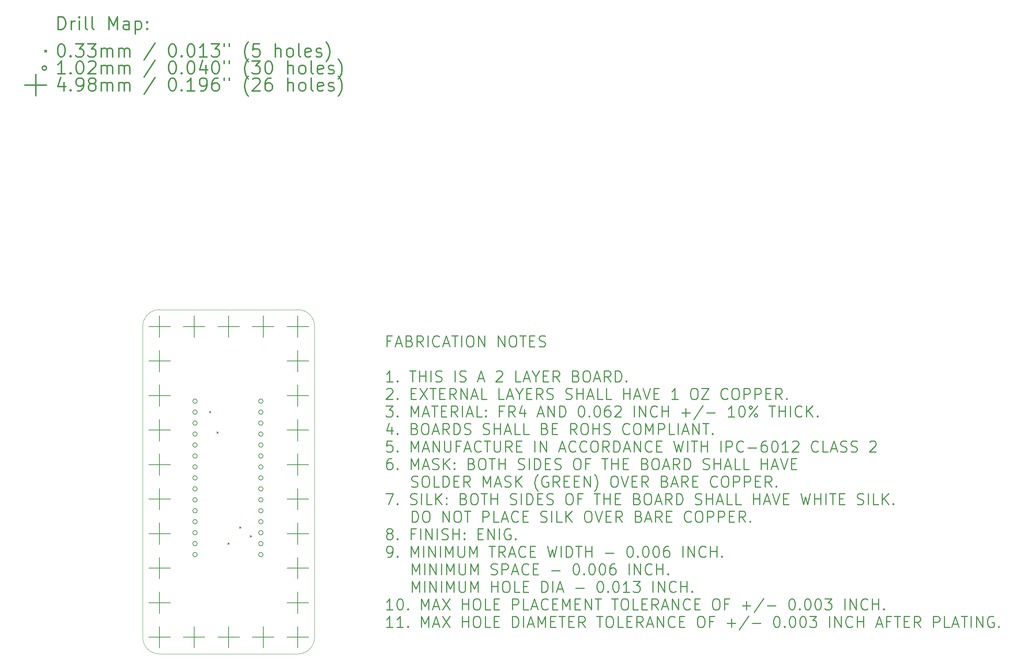
<source format=gbr>
G04 This is an RS-274x file exported by *
G04 gerbv version 2.6.0 *
G04 More information is available about gerbv at *
G04 http://gerbv.gpleda.org/ *
G04 --End of header info--*
%MOIN*%
%FSLAX34Y34*%
%IPPOS*%
G04 --Define apertures--*
%ADD10C,0.0050*%
%ADD11C,0.0079*%
%ADD12C,0.0118*%
%ADD13C,0.0138*%
%ADD14C,0.0016*%
%ADD15C,0.0100*%
G04 --Start main section--*
G54D11*
G01X0014841Y-036666D02*
G01X0014971Y-036796D01*
G01X0014971Y-036666D02*
G01X0014841Y-036796D01*
G01X0015531Y-038536D02*
G01X0015661Y-038666D01*
G01X0015661Y-038536D02*
G01X0015531Y-038666D01*
G01X0016535Y-048670D02*
G01X0016665Y-048800D01*
G01X0016665Y-048670D02*
G01X0016535Y-048800D01*
G01X0017578Y-047201D02*
G01X0017708Y-047331D01*
G01X0017708Y-047201D02*
G01X0017578Y-047331D01*
G01X0018554Y-048000D02*
G01X0018684Y-048130D01*
G01X0018684Y-048000D02*
G01X0018554Y-048130D01*
G01X0013731Y-035731D02*
G75*
G03X0013731Y-035731I-000200J0000000D01*
G01X0013731Y-036731D02*
G75*
G03X0013731Y-036731I-000200J0000000D01*
G01X0013731Y-037731D02*
G75*
G03X0013731Y-037731I-000200J0000000D01*
G01X0013731Y-038731D02*
G75*
G03X0013731Y-038731I-000200J0000000D01*
G01X0013731Y-039731D02*
G75*
G03X0013731Y-039731I-000200J0000000D01*
G01X0013731Y-040731D02*
G75*
G03X0013731Y-040731I-000200J0000000D01*
G01X0013731Y-041731D02*
G75*
G03X0013731Y-041731I-000200J0000000D01*
G01X0013731Y-042731D02*
G75*
G03X0013731Y-042731I-000200J0000000D01*
G01X0013731Y-043731D02*
G75*
G03X0013731Y-043731I-000200J0000000D01*
G01X0013731Y-044731D02*
G75*
G03X0013731Y-044731I-000200J0000000D01*
G01X0013731Y-045731D02*
G75*
G03X0013731Y-045731I-000200J0000000D01*
G01X0013731Y-046731D02*
G75*
G03X0013731Y-046731I-000200J0000000D01*
G01X0013731Y-047731D02*
G75*
G03X0013731Y-047731I-000200J0000000D01*
G01X0013731Y-048731D02*
G75*
G03X0013731Y-048731I-000200J0000000D01*
G01X0013731Y-049731D02*
G75*
G03X0013731Y-049731I-000200J0000000D01*
G01X0019731Y-035731D02*
G75*
G03X0019731Y-035731I-000200J0000000D01*
G01X0019731Y-036731D02*
G75*
G03X0019731Y-036731I-000200J0000000D01*
G01X0019731Y-037731D02*
G75*
G03X0019731Y-037731I-000200J0000000D01*
G01X0019731Y-038731D02*
G75*
G03X0019731Y-038731I-000200J0000000D01*
G01X0019731Y-039731D02*
G75*
G03X0019731Y-039731I-000200J0000000D01*
G01X0019731Y-040731D02*
G75*
G03X0019731Y-040731I-000200J0000000D01*
G01X0019731Y-041731D02*
G75*
G03X0019731Y-041731I-000200J0000000D01*
G01X0019731Y-042731D02*
G75*
G03X0019731Y-042731I-000200J0000000D01*
G01X0019731Y-043731D02*
G75*
G03X0019731Y-043731I-000200J0000000D01*
G01X0019731Y-044731D02*
G75*
G03X0019731Y-044731I-000200J0000000D01*
G01X0019731Y-045731D02*
G75*
G03X0019731Y-045731I-000200J0000000D01*
G01X0019731Y-046731D02*
G75*
G03X0019731Y-046731I-000200J0000000D01*
G01X0019731Y-047731D02*
G75*
G03X0019731Y-047731I-000200J0000000D01*
G01X0019731Y-048731D02*
G75*
G03X0019731Y-048731I-000200J0000000D01*
G01X0019731Y-049731D02*
G75*
G03X0019731Y-049731I-000200J0000000D01*
G01X0010300Y-031085D02*
G01X0010300Y-033046D01*
G01X0009320Y-032065D02*
G01X0011281Y-032065D01*
G01X0010300Y-034235D02*
G01X0010300Y-036195D01*
G01X0009320Y-035215D02*
G01X0011281Y-035215D01*
G01X0010300Y-040534D02*
G01X0010300Y-042494D01*
G01X0009320Y-041514D02*
G01X0011281Y-041514D01*
G01X0010301Y-027935D02*
G01X0010301Y-029896D01*
G01X0009320Y-028916D02*
G01X0011281Y-028916D01*
G01X0010301Y-037384D02*
G01X0010301Y-039345D01*
G01X0009320Y-038364D02*
G01X0011281Y-038364D01*
G01X0010301Y-043683D02*
G01X0010301Y-045644D01*
G01X0009320Y-044664D02*
G01X0011281Y-044664D01*
G01X0010301Y-046833D02*
G01X0010301Y-048794D01*
G01X0009320Y-047813D02*
G01X0011281Y-047813D01*
G01X0010301Y-049983D02*
G01X0010301Y-051943D01*
G01X0009320Y-050963D02*
G01X0011281Y-050963D01*
G01X0010301Y-053132D02*
G01X0010301Y-055093D01*
G01X0009320Y-054113D02*
G01X0011281Y-054113D01*
G01X0010301Y-056282D02*
G01X0010301Y-058242D01*
G01X0009320Y-057262D02*
G01X0011281Y-057262D01*
G01X0013450Y-027935D02*
G01X0013450Y-029896D01*
G01X0012470Y-028916D02*
G01X0014430Y-028916D01*
G01X0013450Y-056282D02*
G01X0013450Y-058242D01*
G01X0012470Y-057262D02*
G01X0014430Y-057262D01*
G01X0016600Y-027935D02*
G01X0016600Y-029896D01*
G01X0015619Y-028916D02*
G01X0017580Y-028916D01*
G01X0016600Y-056282D02*
G01X0016600Y-058242D01*
G01X0015619Y-057262D02*
G01X0017580Y-057262D01*
G01X0019749Y-027935D02*
G01X0019749Y-029896D01*
G01X0018769Y-028916D02*
G01X0020729Y-028916D01*
G01X0019749Y-056282D02*
G01X0019749Y-058242D01*
G01X0018769Y-057262D02*
G01X0020729Y-057262D01*
G01X0022899Y-027935D02*
G01X0022899Y-029896D01*
G01X0021918Y-028916D02*
G01X0023879Y-028916D01*
G01X0022899Y-031085D02*
G01X0022899Y-033046D01*
G01X0021918Y-032065D02*
G01X0023879Y-032065D01*
G01X0022899Y-034235D02*
G01X0022899Y-036195D01*
G01X0021918Y-035215D02*
G01X0023879Y-035215D01*
G01X0022899Y-037384D02*
G01X0022899Y-039345D01*
G01X0021918Y-038364D02*
G01X0023879Y-038364D01*
G01X0022899Y-040534D02*
G01X0022899Y-042494D01*
G01X0021918Y-041514D02*
G01X0023879Y-041514D01*
G01X0022899Y-043683D02*
G01X0022899Y-045644D01*
G01X0021918Y-044664D02*
G01X0023879Y-044664D01*
G01X0022899Y-046833D02*
G01X0022899Y-048794D01*
G01X0021918Y-047813D02*
G01X0023879Y-047813D01*
G01X0022899Y-049983D02*
G01X0022899Y-051943D01*
G01X0021918Y-050963D02*
G01X0023879Y-050963D01*
G01X0022899Y-053132D02*
G01X0022899Y-055093D01*
G01X0021918Y-054113D02*
G01X0023879Y-054113D01*
G01X0022899Y-056282D02*
G01X0022899Y-058242D01*
G01X0021918Y-057262D02*
G01X0023879Y-057262D01*
G54D12*
G01X0001069Y-001834D02*
G01X0001069Y-000652D01*
G01X0001069Y-000652D02*
G01X0001350Y-000652D01*
G01X0001350Y-000652D02*
G01X0001519Y-000709D01*
G01X0001519Y-000709D02*
G01X0001631Y-000821D01*
G01X0001631Y-000821D02*
G01X0001687Y-000934D01*
G01X0001687Y-000934D02*
G01X0001744Y-001159D01*
G01X0001744Y-001159D02*
G01X0001744Y-001327D01*
G01X0001744Y-001327D02*
G01X0001687Y-001552D01*
G01X0001687Y-001552D02*
G01X0001631Y-001665D01*
G01X0001631Y-001665D02*
G01X0001519Y-001777D01*
G01X0001519Y-001777D02*
G01X0001350Y-001834D01*
G01X0001350Y-001834D02*
G01X0001069Y-001834D01*
G01X0002250Y-001834D02*
G01X0002250Y-001046D01*
G01X0002250Y-001271D02*
G01X0002306Y-001159D01*
G01X0002306Y-001159D02*
G01X0002362Y-001102D01*
G01X0002362Y-001102D02*
G01X0002475Y-001046D01*
G01X0002475Y-001046D02*
G01X0002587Y-001046D01*
G01X0002981Y-001834D02*
G01X0002981Y-001046D01*
G01X0002981Y-000652D02*
G01X0002925Y-000709D01*
G01X0002925Y-000709D02*
G01X0002981Y-000765D01*
G01X0002981Y-000765D02*
G01X0003037Y-000709D01*
G01X0003037Y-000709D02*
G01X0002981Y-000652D01*
G01X0002981Y-000652D02*
G01X0002981Y-000765D01*
G01X0003712Y-001834D02*
G01X0003600Y-001777D01*
G01X0003600Y-001777D02*
G01X0003543Y-001665D01*
G01X0003543Y-001665D02*
G01X0003543Y-000652D01*
G01X0004331Y-001834D02*
G01X0004218Y-001777D01*
G01X0004218Y-001777D02*
G01X0004162Y-001665D01*
G01X0004162Y-001665D02*
G01X0004162Y-000652D01*
G01X0005681Y-001834D02*
G01X0005681Y-000652D01*
G01X0005681Y-000652D02*
G01X0006074Y-001496D01*
G01X0006074Y-001496D02*
G01X0006468Y-000652D01*
G01X0006468Y-000652D02*
G01X0006468Y-001834D01*
G01X0007537Y-001834D02*
G01X0007537Y-001215D01*
G01X0007537Y-001215D02*
G01X0007480Y-001102D01*
G01X0007480Y-001102D02*
G01X0007368Y-001046D01*
G01X0007368Y-001046D02*
G01X0007143Y-001046D01*
G01X0007143Y-001046D02*
G01X0007030Y-001102D01*
G01X0007537Y-001777D02*
G01X0007424Y-001834D01*
G01X0007424Y-001834D02*
G01X0007143Y-001834D01*
G01X0007143Y-001834D02*
G01X0007030Y-001777D01*
G01X0007030Y-001777D02*
G01X0006974Y-001665D01*
G01X0006974Y-001665D02*
G01X0006974Y-001552D01*
G01X0006974Y-001552D02*
G01X0007030Y-001440D01*
G01X0007030Y-001440D02*
G01X0007143Y-001384D01*
G01X0007143Y-001384D02*
G01X0007424Y-001384D01*
G01X0007424Y-001384D02*
G01X0007537Y-001327D01*
G01X0008099Y-001046D02*
G01X0008099Y-002227D01*
G01X0008099Y-001102D02*
G01X0008211Y-001046D01*
G01X0008211Y-001046D02*
G01X0008436Y-001046D01*
G01X0008436Y-001046D02*
G01X0008549Y-001102D01*
G01X0008549Y-001102D02*
G01X0008605Y-001159D01*
G01X0008605Y-001159D02*
G01X0008661Y-001271D01*
G01X0008661Y-001271D02*
G01X0008661Y-001609D01*
G01X0008661Y-001609D02*
G01X0008605Y-001721D01*
G01X0008605Y-001721D02*
G01X0008549Y-001777D01*
G01X0008549Y-001777D02*
G01X0008436Y-001834D01*
G01X0008436Y-001834D02*
G01X0008211Y-001834D01*
G01X0008211Y-001834D02*
G01X0008099Y-001777D01*
G01X0009168Y-001721D02*
G01X0009224Y-001777D01*
G01X0009224Y-001777D02*
G01X0009168Y-001834D01*
G01X0009168Y-001834D02*
G01X0009111Y-001777D01*
G01X0009111Y-001777D02*
G01X0009168Y-001721D01*
G01X0009168Y-001721D02*
G01X0009168Y-001834D01*
G01X0009168Y-001102D02*
G01X0009224Y-001159D01*
G01X0009224Y-001159D02*
G01X0009168Y-001215D01*
G01X0009168Y-001215D02*
G01X0009111Y-001159D01*
G01X0009111Y-001159D02*
G01X0009168Y-001102D01*
G01X0009168Y-001102D02*
G01X0009168Y-001215D01*
G01X-000130Y-003715D02*
G01X0000000Y-003845D01*
G01X0000000Y-003715D02*
G01X-000130Y-003845D01*
G01X0001294Y-003133D02*
G01X0001406Y-003133D01*
G01X0001406Y-003133D02*
G01X0001519Y-003189D01*
G01X0001519Y-003189D02*
G01X0001575Y-003245D01*
G01X0001575Y-003245D02*
G01X0001631Y-003358D01*
G01X0001631Y-003358D02*
G01X0001687Y-003583D01*
G01X0001687Y-003583D02*
G01X0001687Y-003864D01*
G01X0001687Y-003864D02*
G01X0001631Y-004089D01*
G01X0001631Y-004089D02*
G01X0001575Y-004201D01*
G01X0001575Y-004201D02*
G01X0001519Y-004258D01*
G01X0001519Y-004258D02*
G01X0001406Y-004314D01*
G01X0001406Y-004314D02*
G01X0001294Y-004314D01*
G01X0001294Y-004314D02*
G01X0001181Y-004258D01*
G01X0001181Y-004258D02*
G01X0001125Y-004201D01*
G01X0001125Y-004201D02*
G01X0001069Y-004089D01*
G01X0001069Y-004089D02*
G01X0001012Y-003864D01*
G01X0001012Y-003864D02*
G01X0001012Y-003583D01*
G01X0001012Y-003583D02*
G01X0001069Y-003358D01*
G01X0001069Y-003358D02*
G01X0001125Y-003245D01*
G01X0001125Y-003245D02*
G01X0001181Y-003189D01*
G01X0001181Y-003189D02*
G01X0001294Y-003133D01*
G01X0002193Y-004201D02*
G01X0002250Y-004258D01*
G01X0002250Y-004258D02*
G01X0002193Y-004314D01*
G01X0002193Y-004314D02*
G01X0002137Y-004258D01*
G01X0002137Y-004258D02*
G01X0002193Y-004201D01*
G01X0002193Y-004201D02*
G01X0002193Y-004314D01*
G01X0002643Y-003133D02*
G01X0003375Y-003133D01*
G01X0003375Y-003133D02*
G01X0002981Y-003583D01*
G01X0002981Y-003583D02*
G01X0003150Y-003583D01*
G01X0003150Y-003583D02*
G01X0003262Y-003639D01*
G01X0003262Y-003639D02*
G01X0003318Y-003695D01*
G01X0003318Y-003695D02*
G01X0003375Y-003808D01*
G01X0003375Y-003808D02*
G01X0003375Y-004089D01*
G01X0003375Y-004089D02*
G01X0003318Y-004201D01*
G01X0003318Y-004201D02*
G01X0003262Y-004258D01*
G01X0003262Y-004258D02*
G01X0003150Y-004314D01*
G01X0003150Y-004314D02*
G01X0002812Y-004314D01*
G01X0002812Y-004314D02*
G01X0002700Y-004258D01*
G01X0002700Y-004258D02*
G01X0002643Y-004201D01*
G01X0003768Y-003133D02*
G01X0004499Y-003133D01*
G01X0004499Y-003133D02*
G01X0004106Y-003583D01*
G01X0004106Y-003583D02*
G01X0004274Y-003583D01*
G01X0004274Y-003583D02*
G01X0004387Y-003639D01*
G01X0004387Y-003639D02*
G01X0004443Y-003695D01*
G01X0004443Y-003695D02*
G01X0004499Y-003808D01*
G01X0004499Y-003808D02*
G01X0004499Y-004089D01*
G01X0004499Y-004089D02*
G01X0004443Y-004201D01*
G01X0004443Y-004201D02*
G01X0004387Y-004258D01*
G01X0004387Y-004258D02*
G01X0004274Y-004314D01*
G01X0004274Y-004314D02*
G01X0003937Y-004314D01*
G01X0003937Y-004314D02*
G01X0003825Y-004258D01*
G01X0003825Y-004258D02*
G01X0003768Y-004201D01*
G01X0005006Y-004314D02*
G01X0005006Y-003526D01*
G01X0005006Y-003639D02*
G01X0005062Y-003583D01*
G01X0005062Y-003583D02*
G01X0005174Y-003526D01*
G01X0005174Y-003526D02*
G01X0005343Y-003526D01*
G01X0005343Y-003526D02*
G01X0005456Y-003583D01*
G01X0005456Y-003583D02*
G01X0005512Y-003695D01*
G01X0005512Y-003695D02*
G01X0005512Y-004314D01*
G01X0005512Y-003695D02*
G01X0005568Y-003583D01*
G01X0005568Y-003583D02*
G01X0005681Y-003526D01*
G01X0005681Y-003526D02*
G01X0005849Y-003526D01*
G01X0005849Y-003526D02*
G01X0005962Y-003583D01*
G01X0005962Y-003583D02*
G01X0006018Y-003695D01*
G01X0006018Y-003695D02*
G01X0006018Y-004314D01*
G01X0006580Y-004314D02*
G01X0006580Y-003526D01*
G01X0006580Y-003639D02*
G01X0006637Y-003583D01*
G01X0006637Y-003583D02*
G01X0006749Y-003526D01*
G01X0006749Y-003526D02*
G01X0006918Y-003526D01*
G01X0006918Y-003526D02*
G01X0007030Y-003583D01*
G01X0007030Y-003583D02*
G01X0007087Y-003695D01*
G01X0007087Y-003695D02*
G01X0007087Y-004314D01*
G01X0007087Y-003695D02*
G01X0007143Y-003583D01*
G01X0007143Y-003583D02*
G01X0007255Y-003526D01*
G01X0007255Y-003526D02*
G01X0007424Y-003526D01*
G01X0007424Y-003526D02*
G01X0007537Y-003583D01*
G01X0007537Y-003583D02*
G01X0007593Y-003695D01*
G01X0007593Y-003695D02*
G01X0007593Y-004314D01*
G01X0009899Y-003076D02*
G01X0008886Y-004595D01*
G01X0011417Y-003133D02*
G01X0011530Y-003133D01*
G01X0011530Y-003133D02*
G01X0011642Y-003189D01*
G01X0011642Y-003189D02*
G01X0011699Y-003245D01*
G01X0011699Y-003245D02*
G01X0011755Y-003358D01*
G01X0011755Y-003358D02*
G01X0011811Y-003583D01*
G01X0011811Y-003583D02*
G01X0011811Y-003864D01*
G01X0011811Y-003864D02*
G01X0011755Y-004089D01*
G01X0011755Y-004089D02*
G01X0011699Y-004201D01*
G01X0011699Y-004201D02*
G01X0011642Y-004258D01*
G01X0011642Y-004258D02*
G01X0011530Y-004314D01*
G01X0011530Y-004314D02*
G01X0011417Y-004314D01*
G01X0011417Y-004314D02*
G01X0011305Y-004258D01*
G01X0011305Y-004258D02*
G01X0011249Y-004201D01*
G01X0011249Y-004201D02*
G01X0011192Y-004089D01*
G01X0011192Y-004089D02*
G01X0011136Y-003864D01*
G01X0011136Y-003864D02*
G01X0011136Y-003583D01*
G01X0011136Y-003583D02*
G01X0011192Y-003358D01*
G01X0011192Y-003358D02*
G01X0011249Y-003245D01*
G01X0011249Y-003245D02*
G01X0011305Y-003189D01*
G01X0011305Y-003189D02*
G01X0011417Y-003133D01*
G01X0012317Y-004201D02*
G01X0012373Y-004258D01*
G01X0012373Y-004258D02*
G01X0012317Y-004314D01*
G01X0012317Y-004314D02*
G01X0012261Y-004258D01*
G01X0012261Y-004258D02*
G01X0012317Y-004201D01*
G01X0012317Y-004201D02*
G01X0012317Y-004314D01*
G01X0013105Y-003133D02*
G01X0013217Y-003133D01*
G01X0013217Y-003133D02*
G01X0013330Y-003189D01*
G01X0013330Y-003189D02*
G01X0013386Y-003245D01*
G01X0013386Y-003245D02*
G01X0013442Y-003358D01*
G01X0013442Y-003358D02*
G01X0013498Y-003583D01*
G01X0013498Y-003583D02*
G01X0013498Y-003864D01*
G01X0013498Y-003864D02*
G01X0013442Y-004089D01*
G01X0013442Y-004089D02*
G01X0013386Y-004201D01*
G01X0013386Y-004201D02*
G01X0013330Y-004258D01*
G01X0013330Y-004258D02*
G01X0013217Y-004314D01*
G01X0013217Y-004314D02*
G01X0013105Y-004314D01*
G01X0013105Y-004314D02*
G01X0012992Y-004258D01*
G01X0012992Y-004258D02*
G01X0012936Y-004201D01*
G01X0012936Y-004201D02*
G01X0012880Y-004089D01*
G01X0012880Y-004089D02*
G01X0012823Y-003864D01*
G01X0012823Y-003864D02*
G01X0012823Y-003583D01*
G01X0012823Y-003583D02*
G01X0012880Y-003358D01*
G01X0012880Y-003358D02*
G01X0012936Y-003245D01*
G01X0012936Y-003245D02*
G01X0012992Y-003189D01*
G01X0012992Y-003189D02*
G01X0013105Y-003133D01*
G01X0014623Y-004314D02*
G01X0013948Y-004314D01*
G01X0014286Y-004314D02*
G01X0014286Y-003133D01*
G01X0014286Y-003133D02*
G01X0014173Y-003301D01*
G01X0014173Y-003301D02*
G01X0014061Y-003414D01*
G01X0014061Y-003414D02*
G01X0013948Y-003470D01*
G01X0015017Y-003133D02*
G01X0015748Y-003133D01*
G01X0015748Y-003133D02*
G01X0015354Y-003583D01*
G01X0015354Y-003583D02*
G01X0015523Y-003583D01*
G01X0015523Y-003583D02*
G01X0015636Y-003639D01*
G01X0015636Y-003639D02*
G01X0015692Y-003695D01*
G01X0015692Y-003695D02*
G01X0015748Y-003808D01*
G01X0015748Y-003808D02*
G01X0015748Y-004089D01*
G01X0015748Y-004089D02*
G01X0015692Y-004201D01*
G01X0015692Y-004201D02*
G01X0015636Y-004258D01*
G01X0015636Y-004258D02*
G01X0015523Y-004314D01*
G01X0015523Y-004314D02*
G01X0015186Y-004314D01*
G01X0015186Y-004314D02*
G01X0015073Y-004258D01*
G01X0015073Y-004258D02*
G01X0015017Y-004201D01*
G01X0016198Y-003133D02*
G01X0016198Y-003358D01*
G01X0016648Y-003133D02*
G01X0016648Y-003358D01*
G01X0018391Y-004764D02*
G01X0018335Y-004708D01*
G01X0018335Y-004708D02*
G01X0018223Y-004539D01*
G01X0018223Y-004539D02*
G01X0018166Y-004426D01*
G01X0018166Y-004426D02*
G01X0018110Y-004258D01*
G01X0018110Y-004258D02*
G01X0018054Y-003976D01*
G01X0018054Y-003976D02*
G01X0018054Y-003751D01*
G01X0018054Y-003751D02*
G01X0018110Y-003470D01*
G01X0018110Y-003470D02*
G01X0018166Y-003301D01*
G01X0018166Y-003301D02*
G01X0018223Y-003189D01*
G01X0018223Y-003189D02*
G01X0018335Y-003020D01*
G01X0018335Y-003020D02*
G01X0018391Y-002964D01*
G01X0019404Y-003133D02*
G01X0018841Y-003133D01*
G01X0018841Y-003133D02*
G01X0018785Y-003695D01*
G01X0018785Y-003695D02*
G01X0018841Y-003639D01*
G01X0018841Y-003639D02*
G01X0018954Y-003583D01*
G01X0018954Y-003583D02*
G01X0019235Y-003583D01*
G01X0019235Y-003583D02*
G01X0019348Y-003639D01*
G01X0019348Y-003639D02*
G01X0019404Y-003695D01*
G01X0019404Y-003695D02*
G01X0019460Y-003808D01*
G01X0019460Y-003808D02*
G01X0019460Y-004089D01*
G01X0019460Y-004089D02*
G01X0019404Y-004201D01*
G01X0019404Y-004201D02*
G01X0019348Y-004258D01*
G01X0019348Y-004258D02*
G01X0019235Y-004314D01*
G01X0019235Y-004314D02*
G01X0018954Y-004314D01*
G01X0018954Y-004314D02*
G01X0018841Y-004258D01*
G01X0018841Y-004258D02*
G01X0018785Y-004201D01*
G01X0020866Y-004314D02*
G01X0020866Y-003133D01*
G01X0021372Y-004314D02*
G01X0021372Y-003695D01*
G01X0021372Y-003695D02*
G01X0021316Y-003583D01*
G01X0021316Y-003583D02*
G01X0021204Y-003526D01*
G01X0021204Y-003526D02*
G01X0021035Y-003526D01*
G01X0021035Y-003526D02*
G01X0020922Y-003583D01*
G01X0020922Y-003583D02*
G01X0020866Y-003639D01*
G01X0022103Y-004314D02*
G01X0021991Y-004258D01*
G01X0021991Y-004258D02*
G01X0021935Y-004201D01*
G01X0021935Y-004201D02*
G01X0021879Y-004089D01*
G01X0021879Y-004089D02*
G01X0021879Y-003751D01*
G01X0021879Y-003751D02*
G01X0021935Y-003639D01*
G01X0021935Y-003639D02*
G01X0021991Y-003583D01*
G01X0021991Y-003583D02*
G01X0022103Y-003526D01*
G01X0022103Y-003526D02*
G01X0022272Y-003526D01*
G01X0022272Y-003526D02*
G01X0022385Y-003583D01*
G01X0022385Y-003583D02*
G01X0022441Y-003639D01*
G01X0022441Y-003639D02*
G01X0022497Y-003751D01*
G01X0022497Y-003751D02*
G01X0022497Y-004089D01*
G01X0022497Y-004089D02*
G01X0022441Y-004201D01*
G01X0022441Y-004201D02*
G01X0022385Y-004258D01*
G01X0022385Y-004258D02*
G01X0022272Y-004314D01*
G01X0022272Y-004314D02*
G01X0022103Y-004314D01*
G01X0023172Y-004314D02*
G01X0023060Y-004258D01*
G01X0023060Y-004258D02*
G01X0023003Y-004145D01*
G01X0023003Y-004145D02*
G01X0023003Y-003133D01*
G01X0024072Y-004258D02*
G01X0023960Y-004314D01*
G01X0023960Y-004314D02*
G01X0023735Y-004314D01*
G01X0023735Y-004314D02*
G01X0023622Y-004258D01*
G01X0023622Y-004258D02*
G01X0023566Y-004145D01*
G01X0023566Y-004145D02*
G01X0023566Y-003695D01*
G01X0023566Y-003695D02*
G01X0023622Y-003583D01*
G01X0023622Y-003583D02*
G01X0023735Y-003526D01*
G01X0023735Y-003526D02*
G01X0023960Y-003526D01*
G01X0023960Y-003526D02*
G01X0024072Y-003583D01*
G01X0024072Y-003583D02*
G01X0024128Y-003695D01*
G01X0024128Y-003695D02*
G01X0024128Y-003808D01*
G01X0024128Y-003808D02*
G01X0023566Y-003920D01*
G01X0024578Y-004258D02*
G01X0024691Y-004314D01*
G01X0024691Y-004314D02*
G01X0024916Y-004314D01*
G01X0024916Y-004314D02*
G01X0025028Y-004258D01*
G01X0025028Y-004258D02*
G01X0025084Y-004145D01*
G01X0025084Y-004145D02*
G01X0025084Y-004089D01*
G01X0025084Y-004089D02*
G01X0025028Y-003976D01*
G01X0025028Y-003976D02*
G01X0024916Y-003920D01*
G01X0024916Y-003920D02*
G01X0024747Y-003920D01*
G01X0024747Y-003920D02*
G01X0024634Y-003864D01*
G01X0024634Y-003864D02*
G01X0024578Y-003751D01*
G01X0024578Y-003751D02*
G01X0024578Y-003695D01*
G01X0024578Y-003695D02*
G01X0024634Y-003583D01*
G01X0024634Y-003583D02*
G01X0024747Y-003526D01*
G01X0024747Y-003526D02*
G01X0024916Y-003526D01*
G01X0024916Y-003526D02*
G01X0025028Y-003583D01*
G01X0025478Y-004764D02*
G01X0025534Y-004708D01*
G01X0025534Y-004708D02*
G01X0025647Y-004539D01*
G01X0025647Y-004539D02*
G01X0025703Y-004426D01*
G01X0025703Y-004426D02*
G01X0025759Y-004258D01*
G01X0025759Y-004258D02*
G01X0025816Y-003976D01*
G01X0025816Y-003976D02*
G01X0025816Y-003751D01*
G01X0025816Y-003751D02*
G01X0025759Y-003470D01*
G01X0025759Y-003470D02*
G01X0025703Y-003301D01*
G01X0025703Y-003301D02*
G01X0025647Y-003189D01*
G01X0025647Y-003189D02*
G01X0025534Y-003020D01*
G01X0025534Y-003020D02*
G01X0025478Y-002964D01*
G01X0000000Y-005339D02*
G75*
G03X0000000Y-005339I-000200J0000000D01*
G01X0001687Y-005873D02*
G01X0001012Y-005873D01*
G01X0001350Y-005873D02*
G01X0001350Y-004692D01*
G01X0001350Y-004692D02*
G01X0001237Y-004861D01*
G01X0001237Y-004861D02*
G01X0001125Y-004973D01*
G01X0001125Y-004973D02*
G01X0001012Y-005029D01*
G01X0002193Y-005760D02*
G01X0002250Y-005817D01*
G01X0002250Y-005817D02*
G01X0002193Y-005873D01*
G01X0002193Y-005873D02*
G01X0002137Y-005817D01*
G01X0002137Y-005817D02*
G01X0002193Y-005760D01*
G01X0002193Y-005760D02*
G01X0002193Y-005873D01*
G01X0002981Y-004692D02*
G01X0003093Y-004692D01*
G01X0003093Y-004692D02*
G01X0003206Y-004748D01*
G01X0003206Y-004748D02*
G01X0003262Y-004804D01*
G01X0003262Y-004804D02*
G01X0003318Y-004917D01*
G01X0003318Y-004917D02*
G01X0003375Y-005142D01*
G01X0003375Y-005142D02*
G01X0003375Y-005423D01*
G01X0003375Y-005423D02*
G01X0003318Y-005648D01*
G01X0003318Y-005648D02*
G01X0003262Y-005760D01*
G01X0003262Y-005760D02*
G01X0003206Y-005817D01*
G01X0003206Y-005817D02*
G01X0003093Y-005873D01*
G01X0003093Y-005873D02*
G01X0002981Y-005873D01*
G01X0002981Y-005873D02*
G01X0002868Y-005817D01*
G01X0002868Y-005817D02*
G01X0002812Y-005760D01*
G01X0002812Y-005760D02*
G01X0002756Y-005648D01*
G01X0002756Y-005648D02*
G01X0002700Y-005423D01*
G01X0002700Y-005423D02*
G01X0002700Y-005142D01*
G01X0002700Y-005142D02*
G01X0002756Y-004917D01*
G01X0002756Y-004917D02*
G01X0002812Y-004804D01*
G01X0002812Y-004804D02*
G01X0002868Y-004748D01*
G01X0002868Y-004748D02*
G01X0002981Y-004692D01*
G01X0003825Y-004804D02*
G01X0003881Y-004748D01*
G01X0003881Y-004748D02*
G01X0003993Y-004692D01*
G01X0003993Y-004692D02*
G01X0004274Y-004692D01*
G01X0004274Y-004692D02*
G01X0004387Y-004748D01*
G01X0004387Y-004748D02*
G01X0004443Y-004804D01*
G01X0004443Y-004804D02*
G01X0004499Y-004917D01*
G01X0004499Y-004917D02*
G01X0004499Y-005029D01*
G01X0004499Y-005029D02*
G01X0004443Y-005198D01*
G01X0004443Y-005198D02*
G01X0003768Y-005873D01*
G01X0003768Y-005873D02*
G01X0004499Y-005873D01*
G01X0005006Y-005873D02*
G01X0005006Y-005085D01*
G01X0005006Y-005198D02*
G01X0005062Y-005142D01*
G01X0005062Y-005142D02*
G01X0005174Y-005085D01*
G01X0005174Y-005085D02*
G01X0005343Y-005085D01*
G01X0005343Y-005085D02*
G01X0005456Y-005142D01*
G01X0005456Y-005142D02*
G01X0005512Y-005254D01*
G01X0005512Y-005254D02*
G01X0005512Y-005873D01*
G01X0005512Y-005254D02*
G01X0005568Y-005142D01*
G01X0005568Y-005142D02*
G01X0005681Y-005085D01*
G01X0005681Y-005085D02*
G01X0005849Y-005085D01*
G01X0005849Y-005085D02*
G01X0005962Y-005142D01*
G01X0005962Y-005142D02*
G01X0006018Y-005254D01*
G01X0006018Y-005254D02*
G01X0006018Y-005873D01*
G01X0006580Y-005873D02*
G01X0006580Y-005085D01*
G01X0006580Y-005198D02*
G01X0006637Y-005142D01*
G01X0006637Y-005142D02*
G01X0006749Y-005085D01*
G01X0006749Y-005085D02*
G01X0006918Y-005085D01*
G01X0006918Y-005085D02*
G01X0007030Y-005142D01*
G01X0007030Y-005142D02*
G01X0007087Y-005254D01*
G01X0007087Y-005254D02*
G01X0007087Y-005873D01*
G01X0007087Y-005254D02*
G01X0007143Y-005142D01*
G01X0007143Y-005142D02*
G01X0007255Y-005085D01*
G01X0007255Y-005085D02*
G01X0007424Y-005085D01*
G01X0007424Y-005085D02*
G01X0007537Y-005142D01*
G01X0007537Y-005142D02*
G01X0007593Y-005254D01*
G01X0007593Y-005254D02*
G01X0007593Y-005873D01*
G01X0009899Y-004636D02*
G01X0008886Y-006154D01*
G01X0011417Y-004692D02*
G01X0011530Y-004692D01*
G01X0011530Y-004692D02*
G01X0011642Y-004748D01*
G01X0011642Y-004748D02*
G01X0011699Y-004804D01*
G01X0011699Y-004804D02*
G01X0011755Y-004917D01*
G01X0011755Y-004917D02*
G01X0011811Y-005142D01*
G01X0011811Y-005142D02*
G01X0011811Y-005423D01*
G01X0011811Y-005423D02*
G01X0011755Y-005648D01*
G01X0011755Y-005648D02*
G01X0011699Y-005760D01*
G01X0011699Y-005760D02*
G01X0011642Y-005817D01*
G01X0011642Y-005817D02*
G01X0011530Y-005873D01*
G01X0011530Y-005873D02*
G01X0011417Y-005873D01*
G01X0011417Y-005873D02*
G01X0011305Y-005817D01*
G01X0011305Y-005817D02*
G01X0011249Y-005760D01*
G01X0011249Y-005760D02*
G01X0011192Y-005648D01*
G01X0011192Y-005648D02*
G01X0011136Y-005423D01*
G01X0011136Y-005423D02*
G01X0011136Y-005142D01*
G01X0011136Y-005142D02*
G01X0011192Y-004917D01*
G01X0011192Y-004917D02*
G01X0011249Y-004804D01*
G01X0011249Y-004804D02*
G01X0011305Y-004748D01*
G01X0011305Y-004748D02*
G01X0011417Y-004692D01*
G01X0012317Y-005760D02*
G01X0012373Y-005817D01*
G01X0012373Y-005817D02*
G01X0012317Y-005873D01*
G01X0012317Y-005873D02*
G01X0012261Y-005817D01*
G01X0012261Y-005817D02*
G01X0012317Y-005760D01*
G01X0012317Y-005760D02*
G01X0012317Y-005873D01*
G01X0013105Y-004692D02*
G01X0013217Y-004692D01*
G01X0013217Y-004692D02*
G01X0013330Y-004748D01*
G01X0013330Y-004748D02*
G01X0013386Y-004804D01*
G01X0013386Y-004804D02*
G01X0013442Y-004917D01*
G01X0013442Y-004917D02*
G01X0013498Y-005142D01*
G01X0013498Y-005142D02*
G01X0013498Y-005423D01*
G01X0013498Y-005423D02*
G01X0013442Y-005648D01*
G01X0013442Y-005648D02*
G01X0013386Y-005760D01*
G01X0013386Y-005760D02*
G01X0013330Y-005817D01*
G01X0013330Y-005817D02*
G01X0013217Y-005873D01*
G01X0013217Y-005873D02*
G01X0013105Y-005873D01*
G01X0013105Y-005873D02*
G01X0012992Y-005817D01*
G01X0012992Y-005817D02*
G01X0012936Y-005760D01*
G01X0012936Y-005760D02*
G01X0012880Y-005648D01*
G01X0012880Y-005648D02*
G01X0012823Y-005423D01*
G01X0012823Y-005423D02*
G01X0012823Y-005142D01*
G01X0012823Y-005142D02*
G01X0012880Y-004917D01*
G01X0012880Y-004917D02*
G01X0012936Y-004804D01*
G01X0012936Y-004804D02*
G01X0012992Y-004748D01*
G01X0012992Y-004748D02*
G01X0013105Y-004692D01*
G01X0014511Y-005085D02*
G01X0014511Y-005873D01*
G01X0014229Y-004636D02*
G01X0013948Y-005479D01*
G01X0013948Y-005479D02*
G01X0014679Y-005479D01*
G01X0015354Y-004692D02*
G01X0015467Y-004692D01*
G01X0015467Y-004692D02*
G01X0015579Y-004748D01*
G01X0015579Y-004748D02*
G01X0015636Y-004804D01*
G01X0015636Y-004804D02*
G01X0015692Y-004917D01*
G01X0015692Y-004917D02*
G01X0015748Y-005142D01*
G01X0015748Y-005142D02*
G01X0015748Y-005423D01*
G01X0015748Y-005423D02*
G01X0015692Y-005648D01*
G01X0015692Y-005648D02*
G01X0015636Y-005760D01*
G01X0015636Y-005760D02*
G01X0015579Y-005817D01*
G01X0015579Y-005817D02*
G01X0015467Y-005873D01*
G01X0015467Y-005873D02*
G01X0015354Y-005873D01*
G01X0015354Y-005873D02*
G01X0015242Y-005817D01*
G01X0015242Y-005817D02*
G01X0015186Y-005760D01*
G01X0015186Y-005760D02*
G01X0015129Y-005648D01*
G01X0015129Y-005648D02*
G01X0015073Y-005423D01*
G01X0015073Y-005423D02*
G01X0015073Y-005142D01*
G01X0015073Y-005142D02*
G01X0015129Y-004917D01*
G01X0015129Y-004917D02*
G01X0015186Y-004804D01*
G01X0015186Y-004804D02*
G01X0015242Y-004748D01*
G01X0015242Y-004748D02*
G01X0015354Y-004692D01*
G01X0016198Y-004692D02*
G01X0016198Y-004917D01*
G01X0016648Y-004692D02*
G01X0016648Y-004917D01*
G01X0018391Y-006323D02*
G01X0018335Y-006267D01*
G01X0018335Y-006267D02*
G01X0018223Y-006098D01*
G01X0018223Y-006098D02*
G01X0018166Y-005985D01*
G01X0018166Y-005985D02*
G01X0018110Y-005817D01*
G01X0018110Y-005817D02*
G01X0018054Y-005535D01*
G01X0018054Y-005535D02*
G01X0018054Y-005310D01*
G01X0018054Y-005310D02*
G01X0018110Y-005029D01*
G01X0018110Y-005029D02*
G01X0018166Y-004861D01*
G01X0018166Y-004861D02*
G01X0018223Y-004748D01*
G01X0018223Y-004748D02*
G01X0018335Y-004579D01*
G01X0018335Y-004579D02*
G01X0018391Y-004523D01*
G01X0018729Y-004692D02*
G01X0019460Y-004692D01*
G01X0019460Y-004692D02*
G01X0019066Y-005142D01*
G01X0019066Y-005142D02*
G01X0019235Y-005142D01*
G01X0019235Y-005142D02*
G01X0019348Y-005198D01*
G01X0019348Y-005198D02*
G01X0019404Y-005254D01*
G01X0019404Y-005254D02*
G01X0019460Y-005367D01*
G01X0019460Y-005367D02*
G01X0019460Y-005648D01*
G01X0019460Y-005648D02*
G01X0019404Y-005760D01*
G01X0019404Y-005760D02*
G01X0019348Y-005817D01*
G01X0019348Y-005817D02*
G01X0019235Y-005873D01*
G01X0019235Y-005873D02*
G01X0018898Y-005873D01*
G01X0018898Y-005873D02*
G01X0018785Y-005817D01*
G01X0018785Y-005817D02*
G01X0018729Y-005760D01*
G01X0020191Y-004692D02*
G01X0020304Y-004692D01*
G01X0020304Y-004692D02*
G01X0020416Y-004748D01*
G01X0020416Y-004748D02*
G01X0020472Y-004804D01*
G01X0020472Y-004804D02*
G01X0020529Y-004917D01*
G01X0020529Y-004917D02*
G01X0020585Y-005142D01*
G01X0020585Y-005142D02*
G01X0020585Y-005423D01*
G01X0020585Y-005423D02*
G01X0020529Y-005648D01*
G01X0020529Y-005648D02*
G01X0020472Y-005760D01*
G01X0020472Y-005760D02*
G01X0020416Y-005817D01*
G01X0020416Y-005817D02*
G01X0020304Y-005873D01*
G01X0020304Y-005873D02*
G01X0020191Y-005873D01*
G01X0020191Y-005873D02*
G01X0020079Y-005817D01*
G01X0020079Y-005817D02*
G01X0020022Y-005760D01*
G01X0020022Y-005760D02*
G01X0019966Y-005648D01*
G01X0019966Y-005648D02*
G01X0019910Y-005423D01*
G01X0019910Y-005423D02*
G01X0019910Y-005142D01*
G01X0019910Y-005142D02*
G01X0019966Y-004917D01*
G01X0019966Y-004917D02*
G01X0020022Y-004804D01*
G01X0020022Y-004804D02*
G01X0020079Y-004748D01*
G01X0020079Y-004748D02*
G01X0020191Y-004692D01*
G01X0021991Y-005873D02*
G01X0021991Y-004692D01*
G01X0022497Y-005873D02*
G01X0022497Y-005254D01*
G01X0022497Y-005254D02*
G01X0022441Y-005142D01*
G01X0022441Y-005142D02*
G01X0022328Y-005085D01*
G01X0022328Y-005085D02*
G01X0022160Y-005085D01*
G01X0022160Y-005085D02*
G01X0022047Y-005142D01*
G01X0022047Y-005142D02*
G01X0021991Y-005198D01*
G01X0023228Y-005873D02*
G01X0023116Y-005817D01*
G01X0023116Y-005817D02*
G01X0023060Y-005760D01*
G01X0023060Y-005760D02*
G01X0023003Y-005648D01*
G01X0023003Y-005648D02*
G01X0023003Y-005310D01*
G01X0023003Y-005310D02*
G01X0023060Y-005198D01*
G01X0023060Y-005198D02*
G01X0023116Y-005142D01*
G01X0023116Y-005142D02*
G01X0023228Y-005085D01*
G01X0023228Y-005085D02*
G01X0023397Y-005085D01*
G01X0023397Y-005085D02*
G01X0023510Y-005142D01*
G01X0023510Y-005142D02*
G01X0023566Y-005198D01*
G01X0023566Y-005198D02*
G01X0023622Y-005310D01*
G01X0023622Y-005310D02*
G01X0023622Y-005648D01*
G01X0023622Y-005648D02*
G01X0023566Y-005760D01*
G01X0023566Y-005760D02*
G01X0023510Y-005817D01*
G01X0023510Y-005817D02*
G01X0023397Y-005873D01*
G01X0023397Y-005873D02*
G01X0023228Y-005873D01*
G01X0024297Y-005873D02*
G01X0024184Y-005817D01*
G01X0024184Y-005817D02*
G01X0024128Y-005704D01*
G01X0024128Y-005704D02*
G01X0024128Y-004692D01*
G01X0025197Y-005817D02*
G01X0025084Y-005873D01*
G01X0025084Y-005873D02*
G01X0024859Y-005873D01*
G01X0024859Y-005873D02*
G01X0024747Y-005817D01*
G01X0024747Y-005817D02*
G01X0024691Y-005704D01*
G01X0024691Y-005704D02*
G01X0024691Y-005254D01*
G01X0024691Y-005254D02*
G01X0024747Y-005142D01*
G01X0024747Y-005142D02*
G01X0024859Y-005085D01*
G01X0024859Y-005085D02*
G01X0025084Y-005085D01*
G01X0025084Y-005085D02*
G01X0025197Y-005142D01*
G01X0025197Y-005142D02*
G01X0025253Y-005254D01*
G01X0025253Y-005254D02*
G01X0025253Y-005367D01*
G01X0025253Y-005367D02*
G01X0024691Y-005479D01*
G01X0025703Y-005817D02*
G01X0025816Y-005873D01*
G01X0025816Y-005873D02*
G01X0026040Y-005873D01*
G01X0026040Y-005873D02*
G01X0026153Y-005817D01*
G01X0026153Y-005817D02*
G01X0026209Y-005704D01*
G01X0026209Y-005704D02*
G01X0026209Y-005648D01*
G01X0026209Y-005648D02*
G01X0026153Y-005535D01*
G01X0026153Y-005535D02*
G01X0026040Y-005479D01*
G01X0026040Y-005479D02*
G01X0025872Y-005479D01*
G01X0025872Y-005479D02*
G01X0025759Y-005423D01*
G01X0025759Y-005423D02*
G01X0025703Y-005310D01*
G01X0025703Y-005310D02*
G01X0025703Y-005254D01*
G01X0025703Y-005254D02*
G01X0025759Y-005142D01*
G01X0025759Y-005142D02*
G01X0025872Y-005085D01*
G01X0025872Y-005085D02*
G01X0026040Y-005085D01*
G01X0026040Y-005085D02*
G01X0026153Y-005142D01*
G01X0026603Y-006323D02*
G01X0026659Y-006267D01*
G01X0026659Y-006267D02*
G01X0026772Y-006098D01*
G01X0026772Y-006098D02*
G01X0026828Y-005985D01*
G01X0026828Y-005985D02*
G01X0026884Y-005817D01*
G01X0026884Y-005817D02*
G01X0026940Y-005535D01*
G01X0026940Y-005535D02*
G01X0026940Y-005310D01*
G01X0026940Y-005310D02*
G01X0026884Y-005029D01*
G01X0026884Y-005029D02*
G01X0026828Y-004861D01*
G01X0026828Y-004861D02*
G01X0026772Y-004748D01*
G01X0026772Y-004748D02*
G01X0026659Y-004579D01*
G01X0026659Y-004579D02*
G01X0026603Y-004523D01*
G01X-000980Y-005917D02*
G01X-000980Y-007878D01*
G01X-001961Y-006898D02*
G01X0000000Y-006898D01*
G01X0001575Y-006645D02*
G01X0001575Y-007432D01*
G01X0001294Y-006195D02*
G01X0001012Y-007038D01*
G01X0001012Y-007038D02*
G01X0001744Y-007038D01*
G01X0002193Y-007319D02*
G01X0002250Y-007376D01*
G01X0002250Y-007376D02*
G01X0002193Y-007432D01*
G01X0002193Y-007432D02*
G01X0002137Y-007376D01*
G01X0002137Y-007376D02*
G01X0002193Y-007319D01*
G01X0002193Y-007319D02*
G01X0002193Y-007432D01*
G01X0002812Y-007432D02*
G01X0003037Y-007432D01*
G01X0003037Y-007432D02*
G01X0003150Y-007376D01*
G01X0003150Y-007376D02*
G01X0003206Y-007319D01*
G01X0003206Y-007319D02*
G01X0003318Y-007151D01*
G01X0003318Y-007151D02*
G01X0003375Y-006926D01*
G01X0003375Y-006926D02*
G01X0003375Y-006476D01*
G01X0003375Y-006476D02*
G01X0003318Y-006363D01*
G01X0003318Y-006363D02*
G01X0003262Y-006307D01*
G01X0003262Y-006307D02*
G01X0003150Y-006251D01*
G01X0003150Y-006251D02*
G01X0002925Y-006251D01*
G01X0002925Y-006251D02*
G01X0002812Y-006307D01*
G01X0002812Y-006307D02*
G01X0002756Y-006363D01*
G01X0002756Y-006363D02*
G01X0002700Y-006476D01*
G01X0002700Y-006476D02*
G01X0002700Y-006757D01*
G01X0002700Y-006757D02*
G01X0002756Y-006870D01*
G01X0002756Y-006870D02*
G01X0002812Y-006926D01*
G01X0002812Y-006926D02*
G01X0002925Y-006982D01*
G01X0002925Y-006982D02*
G01X0003150Y-006982D01*
G01X0003150Y-006982D02*
G01X0003262Y-006926D01*
G01X0003262Y-006926D02*
G01X0003318Y-006870D01*
G01X0003318Y-006870D02*
G01X0003375Y-006757D01*
G01X0004049Y-006757D02*
G01X0003937Y-006701D01*
G01X0003937Y-006701D02*
G01X0003881Y-006645D01*
G01X0003881Y-006645D02*
G01X0003825Y-006532D01*
G01X0003825Y-006532D02*
G01X0003825Y-006476D01*
G01X0003825Y-006476D02*
G01X0003881Y-006363D01*
G01X0003881Y-006363D02*
G01X0003937Y-006307D01*
G01X0003937Y-006307D02*
G01X0004049Y-006251D01*
G01X0004049Y-006251D02*
G01X0004274Y-006251D01*
G01X0004274Y-006251D02*
G01X0004387Y-006307D01*
G01X0004387Y-006307D02*
G01X0004443Y-006363D01*
G01X0004443Y-006363D02*
G01X0004499Y-006476D01*
G01X0004499Y-006476D02*
G01X0004499Y-006532D01*
G01X0004499Y-006532D02*
G01X0004443Y-006645D01*
G01X0004443Y-006645D02*
G01X0004387Y-006701D01*
G01X0004387Y-006701D02*
G01X0004274Y-006757D01*
G01X0004274Y-006757D02*
G01X0004049Y-006757D01*
G01X0004049Y-006757D02*
G01X0003937Y-006813D01*
G01X0003937Y-006813D02*
G01X0003881Y-006870D01*
G01X0003881Y-006870D02*
G01X0003825Y-006982D01*
G01X0003825Y-006982D02*
G01X0003825Y-007207D01*
G01X0003825Y-007207D02*
G01X0003881Y-007319D01*
G01X0003881Y-007319D02*
G01X0003937Y-007376D01*
G01X0003937Y-007376D02*
G01X0004049Y-007432D01*
G01X0004049Y-007432D02*
G01X0004274Y-007432D01*
G01X0004274Y-007432D02*
G01X0004387Y-007376D01*
G01X0004387Y-007376D02*
G01X0004443Y-007319D01*
G01X0004443Y-007319D02*
G01X0004499Y-007207D01*
G01X0004499Y-007207D02*
G01X0004499Y-006982D01*
G01X0004499Y-006982D02*
G01X0004443Y-006870D01*
G01X0004443Y-006870D02*
G01X0004387Y-006813D01*
G01X0004387Y-006813D02*
G01X0004274Y-006757D01*
G01X0005006Y-007432D02*
G01X0005006Y-006645D01*
G01X0005006Y-006757D02*
G01X0005062Y-006701D01*
G01X0005062Y-006701D02*
G01X0005174Y-006645D01*
G01X0005174Y-006645D02*
G01X0005343Y-006645D01*
G01X0005343Y-006645D02*
G01X0005456Y-006701D01*
G01X0005456Y-006701D02*
G01X0005512Y-006813D01*
G01X0005512Y-006813D02*
G01X0005512Y-007432D01*
G01X0005512Y-006813D02*
G01X0005568Y-006701D01*
G01X0005568Y-006701D02*
G01X0005681Y-006645D01*
G01X0005681Y-006645D02*
G01X0005849Y-006645D01*
G01X0005849Y-006645D02*
G01X0005962Y-006701D01*
G01X0005962Y-006701D02*
G01X0006018Y-006813D01*
G01X0006018Y-006813D02*
G01X0006018Y-007432D01*
G01X0006580Y-007432D02*
G01X0006580Y-006645D01*
G01X0006580Y-006757D02*
G01X0006637Y-006701D01*
G01X0006637Y-006701D02*
G01X0006749Y-006645D01*
G01X0006749Y-006645D02*
G01X0006918Y-006645D01*
G01X0006918Y-006645D02*
G01X0007030Y-006701D01*
G01X0007030Y-006701D02*
G01X0007087Y-006813D01*
G01X0007087Y-006813D02*
G01X0007087Y-007432D01*
G01X0007087Y-006813D02*
G01X0007143Y-006701D01*
G01X0007143Y-006701D02*
G01X0007255Y-006645D01*
G01X0007255Y-006645D02*
G01X0007424Y-006645D01*
G01X0007424Y-006645D02*
G01X0007537Y-006701D01*
G01X0007537Y-006701D02*
G01X0007593Y-006813D01*
G01X0007593Y-006813D02*
G01X0007593Y-007432D01*
G01X0009899Y-006195D02*
G01X0008886Y-007713D01*
G01X0011417Y-006251D02*
G01X0011530Y-006251D01*
G01X0011530Y-006251D02*
G01X0011642Y-006307D01*
G01X0011642Y-006307D02*
G01X0011699Y-006363D01*
G01X0011699Y-006363D02*
G01X0011755Y-006476D01*
G01X0011755Y-006476D02*
G01X0011811Y-006701D01*
G01X0011811Y-006701D02*
G01X0011811Y-006982D01*
G01X0011811Y-006982D02*
G01X0011755Y-007207D01*
G01X0011755Y-007207D02*
G01X0011699Y-007319D01*
G01X0011699Y-007319D02*
G01X0011642Y-007376D01*
G01X0011642Y-007376D02*
G01X0011530Y-007432D01*
G01X0011530Y-007432D02*
G01X0011417Y-007432D01*
G01X0011417Y-007432D02*
G01X0011305Y-007376D01*
G01X0011305Y-007376D02*
G01X0011249Y-007319D01*
G01X0011249Y-007319D02*
G01X0011192Y-007207D01*
G01X0011192Y-007207D02*
G01X0011136Y-006982D01*
G01X0011136Y-006982D02*
G01X0011136Y-006701D01*
G01X0011136Y-006701D02*
G01X0011192Y-006476D01*
G01X0011192Y-006476D02*
G01X0011249Y-006363D01*
G01X0011249Y-006363D02*
G01X0011305Y-006307D01*
G01X0011305Y-006307D02*
G01X0011417Y-006251D01*
G01X0012317Y-007319D02*
G01X0012373Y-007376D01*
G01X0012373Y-007376D02*
G01X0012317Y-007432D01*
G01X0012317Y-007432D02*
G01X0012261Y-007376D01*
G01X0012261Y-007376D02*
G01X0012317Y-007319D01*
G01X0012317Y-007319D02*
G01X0012317Y-007432D01*
G01X0013498Y-007432D02*
G01X0012823Y-007432D01*
G01X0013161Y-007432D02*
G01X0013161Y-006251D01*
G01X0013161Y-006251D02*
G01X0013048Y-006420D01*
G01X0013048Y-006420D02*
G01X0012936Y-006532D01*
G01X0012936Y-006532D02*
G01X0012823Y-006588D01*
G01X0014061Y-007432D02*
G01X0014286Y-007432D01*
G01X0014286Y-007432D02*
G01X0014398Y-007376D01*
G01X0014398Y-007376D02*
G01X0014454Y-007319D01*
G01X0014454Y-007319D02*
G01X0014567Y-007151D01*
G01X0014567Y-007151D02*
G01X0014623Y-006926D01*
G01X0014623Y-006926D02*
G01X0014623Y-006476D01*
G01X0014623Y-006476D02*
G01X0014567Y-006363D01*
G01X0014567Y-006363D02*
G01X0014511Y-006307D01*
G01X0014511Y-006307D02*
G01X0014398Y-006251D01*
G01X0014398Y-006251D02*
G01X0014173Y-006251D01*
G01X0014173Y-006251D02*
G01X0014061Y-006307D01*
G01X0014061Y-006307D02*
G01X0014005Y-006363D01*
G01X0014005Y-006363D02*
G01X0013948Y-006476D01*
G01X0013948Y-006476D02*
G01X0013948Y-006757D01*
G01X0013948Y-006757D02*
G01X0014005Y-006870D01*
G01X0014005Y-006870D02*
G01X0014061Y-006926D01*
G01X0014061Y-006926D02*
G01X0014173Y-006982D01*
G01X0014173Y-006982D02*
G01X0014398Y-006982D01*
G01X0014398Y-006982D02*
G01X0014511Y-006926D01*
G01X0014511Y-006926D02*
G01X0014567Y-006870D01*
G01X0014567Y-006870D02*
G01X0014623Y-006757D01*
G01X0015636Y-006251D02*
G01X0015411Y-006251D01*
G01X0015411Y-006251D02*
G01X0015298Y-006307D01*
G01X0015298Y-006307D02*
G01X0015242Y-006363D01*
G01X0015242Y-006363D02*
G01X0015129Y-006532D01*
G01X0015129Y-006532D02*
G01X0015073Y-006757D01*
G01X0015073Y-006757D02*
G01X0015073Y-007207D01*
G01X0015073Y-007207D02*
G01X0015129Y-007319D01*
G01X0015129Y-007319D02*
G01X0015186Y-007376D01*
G01X0015186Y-007376D02*
G01X0015298Y-007432D01*
G01X0015298Y-007432D02*
G01X0015523Y-007432D01*
G01X0015523Y-007432D02*
G01X0015636Y-007376D01*
G01X0015636Y-007376D02*
G01X0015692Y-007319D01*
G01X0015692Y-007319D02*
G01X0015748Y-007207D01*
G01X0015748Y-007207D02*
G01X0015748Y-006926D01*
G01X0015748Y-006926D02*
G01X0015692Y-006813D01*
G01X0015692Y-006813D02*
G01X0015636Y-006757D01*
G01X0015636Y-006757D02*
G01X0015523Y-006701D01*
G01X0015523Y-006701D02*
G01X0015298Y-006701D01*
G01X0015298Y-006701D02*
G01X0015186Y-006757D01*
G01X0015186Y-006757D02*
G01X0015129Y-006813D01*
G01X0015129Y-006813D02*
G01X0015073Y-006926D01*
G01X0016198Y-006251D02*
G01X0016198Y-006476D01*
G01X0016648Y-006251D02*
G01X0016648Y-006476D01*
G01X0018391Y-007882D02*
G01X0018335Y-007826D01*
G01X0018335Y-007826D02*
G01X0018223Y-007657D01*
G01X0018223Y-007657D02*
G01X0018166Y-007544D01*
G01X0018166Y-007544D02*
G01X0018110Y-007376D01*
G01X0018110Y-007376D02*
G01X0018054Y-007094D01*
G01X0018054Y-007094D02*
G01X0018054Y-006870D01*
G01X0018054Y-006870D02*
G01X0018110Y-006588D01*
G01X0018110Y-006588D02*
G01X0018166Y-006420D01*
G01X0018166Y-006420D02*
G01X0018223Y-006307D01*
G01X0018223Y-006307D02*
G01X0018335Y-006138D01*
G01X0018335Y-006138D02*
G01X0018391Y-006082D01*
G01X0018785Y-006363D02*
G01X0018841Y-006307D01*
G01X0018841Y-006307D02*
G01X0018954Y-006251D01*
G01X0018954Y-006251D02*
G01X0019235Y-006251D01*
G01X0019235Y-006251D02*
G01X0019348Y-006307D01*
G01X0019348Y-006307D02*
G01X0019404Y-006363D01*
G01X0019404Y-006363D02*
G01X0019460Y-006476D01*
G01X0019460Y-006476D02*
G01X0019460Y-006588D01*
G01X0019460Y-006588D02*
G01X0019404Y-006757D01*
G01X0019404Y-006757D02*
G01X0018729Y-007432D01*
G01X0018729Y-007432D02*
G01X0019460Y-007432D01*
G01X0020472Y-006251D02*
G01X0020247Y-006251D01*
G01X0020247Y-006251D02*
G01X0020135Y-006307D01*
G01X0020135Y-006307D02*
G01X0020079Y-006363D01*
G01X0020079Y-006363D02*
G01X0019966Y-006532D01*
G01X0019966Y-006532D02*
G01X0019910Y-006757D01*
G01X0019910Y-006757D02*
G01X0019910Y-007207D01*
G01X0019910Y-007207D02*
G01X0019966Y-007319D01*
G01X0019966Y-007319D02*
G01X0020022Y-007376D01*
G01X0020022Y-007376D02*
G01X0020135Y-007432D01*
G01X0020135Y-007432D02*
G01X0020360Y-007432D01*
G01X0020360Y-007432D02*
G01X0020472Y-007376D01*
G01X0020472Y-007376D02*
G01X0020529Y-007319D01*
G01X0020529Y-007319D02*
G01X0020585Y-007207D01*
G01X0020585Y-007207D02*
G01X0020585Y-006926D01*
G01X0020585Y-006926D02*
G01X0020529Y-006813D01*
G01X0020529Y-006813D02*
G01X0020472Y-006757D01*
G01X0020472Y-006757D02*
G01X0020360Y-006701D01*
G01X0020360Y-006701D02*
G01X0020135Y-006701D01*
G01X0020135Y-006701D02*
G01X0020022Y-006757D01*
G01X0020022Y-006757D02*
G01X0019966Y-006813D01*
G01X0019966Y-006813D02*
G01X0019910Y-006926D01*
G01X0021991Y-007432D02*
G01X0021991Y-006251D01*
G01X0022497Y-007432D02*
G01X0022497Y-006813D01*
G01X0022497Y-006813D02*
G01X0022441Y-006701D01*
G01X0022441Y-006701D02*
G01X0022328Y-006645D01*
G01X0022328Y-006645D02*
G01X0022160Y-006645D01*
G01X0022160Y-006645D02*
G01X0022047Y-006701D01*
G01X0022047Y-006701D02*
G01X0021991Y-006757D01*
G01X0023228Y-007432D02*
G01X0023116Y-007376D01*
G01X0023116Y-007376D02*
G01X0023060Y-007319D01*
G01X0023060Y-007319D02*
G01X0023003Y-007207D01*
G01X0023003Y-007207D02*
G01X0023003Y-006870D01*
G01X0023003Y-006870D02*
G01X0023060Y-006757D01*
G01X0023060Y-006757D02*
G01X0023116Y-006701D01*
G01X0023116Y-006701D02*
G01X0023228Y-006645D01*
G01X0023228Y-006645D02*
G01X0023397Y-006645D01*
G01X0023397Y-006645D02*
G01X0023510Y-006701D01*
G01X0023510Y-006701D02*
G01X0023566Y-006757D01*
G01X0023566Y-006757D02*
G01X0023622Y-006870D01*
G01X0023622Y-006870D02*
G01X0023622Y-007207D01*
G01X0023622Y-007207D02*
G01X0023566Y-007319D01*
G01X0023566Y-007319D02*
G01X0023510Y-007376D01*
G01X0023510Y-007376D02*
G01X0023397Y-007432D01*
G01X0023397Y-007432D02*
G01X0023228Y-007432D01*
G01X0024297Y-007432D02*
G01X0024184Y-007376D01*
G01X0024184Y-007376D02*
G01X0024128Y-007263D01*
G01X0024128Y-007263D02*
G01X0024128Y-006251D01*
G01X0025197Y-007376D02*
G01X0025084Y-007432D01*
G01X0025084Y-007432D02*
G01X0024859Y-007432D01*
G01X0024859Y-007432D02*
G01X0024747Y-007376D01*
G01X0024747Y-007376D02*
G01X0024691Y-007263D01*
G01X0024691Y-007263D02*
G01X0024691Y-006813D01*
G01X0024691Y-006813D02*
G01X0024747Y-006701D01*
G01X0024747Y-006701D02*
G01X0024859Y-006645D01*
G01X0024859Y-006645D02*
G01X0025084Y-006645D01*
G01X0025084Y-006645D02*
G01X0025197Y-006701D01*
G01X0025197Y-006701D02*
G01X0025253Y-006813D01*
G01X0025253Y-006813D02*
G01X0025253Y-006926D01*
G01X0025253Y-006926D02*
G01X0024691Y-007038D01*
G01X0025703Y-007376D02*
G01X0025816Y-007432D01*
G01X0025816Y-007432D02*
G01X0026040Y-007432D01*
G01X0026040Y-007432D02*
G01X0026153Y-007376D01*
G01X0026153Y-007376D02*
G01X0026209Y-007263D01*
G01X0026209Y-007263D02*
G01X0026209Y-007207D01*
G01X0026209Y-007207D02*
G01X0026153Y-007094D01*
G01X0026153Y-007094D02*
G01X0026040Y-007038D01*
G01X0026040Y-007038D02*
G01X0025872Y-007038D01*
G01X0025872Y-007038D02*
G01X0025759Y-006982D01*
G01X0025759Y-006982D02*
G01X0025703Y-006870D01*
G01X0025703Y-006870D02*
G01X0025703Y-006813D01*
G01X0025703Y-006813D02*
G01X0025759Y-006701D01*
G01X0025759Y-006701D02*
G01X0025872Y-006645D01*
G01X0025872Y-006645D02*
G01X0026040Y-006645D01*
G01X0026040Y-006645D02*
G01X0026153Y-006701D01*
G01X0026603Y-007882D02*
G01X0026659Y-007826D01*
G01X0026659Y-007826D02*
G01X0026772Y-007657D01*
G01X0026772Y-007657D02*
G01X0026828Y-007544D01*
G01X0026828Y-007544D02*
G01X0026884Y-007376D01*
G01X0026884Y-007376D02*
G01X0026940Y-007094D01*
G01X0026940Y-007094D02*
G01X0026940Y-006870D01*
G01X0026940Y-006870D02*
G01X0026884Y-006588D01*
G01X0026884Y-006588D02*
G01X0026828Y-006420D01*
G01X0026828Y-006420D02*
G01X0026772Y-006307D01*
G01X0026772Y-006307D02*
G01X0026659Y-006138D01*
G01X0026659Y-006138D02*
G01X0026603Y-006082D01*
G01X0000000Y0000000D02*
G54D14*
G01X0010300Y-058798D02*
G01X0022899Y-058798D01*
G01X0022899Y-027380D02*
G01X0010300Y-027380D01*
G01X0008765Y-028916D02*
G01X0008765Y-057262D01*
G01X0008765Y-057265D02*
G75*
G03X0010300Y-058798I0001535J0000003D01*
G01X0010300Y-027380D02*
G75*
G03X0008765Y-028916I0000000J-001535D01*
G01X0024434Y-057262D02*
G01X0024434Y-028916D01*
G01X0024434Y-028913D02*
G75*
G03X0022899Y-027380I-001535J-000003D01*
G01X0022899Y-058798D02*
G75*
G03X0024434Y-057262I0000000J0001535D01*
G01X0000000Y0000000D02*
G54D15*
G01X0031361Y-030239D02*
G01X0031028Y-030239D01*
G01X0031028Y-030762D02*
G01X0031028Y-029762D01*
G01X0031028Y-029762D02*
G01X0031504Y-029762D01*
G01X0031838Y-030477D02*
G01X0032314Y-030477D01*
G01X0031742Y-030762D02*
G01X0032076Y-029762D01*
G01X0032076Y-029762D02*
G01X0032409Y-030762D01*
G01X0033076Y-030239D02*
G01X0033219Y-030286D01*
G01X0033219Y-030286D02*
G01X0033266Y-030334D01*
G01X0033266Y-030334D02*
G01X0033314Y-030429D01*
G01X0033314Y-030429D02*
G01X0033314Y-030572D01*
G01X0033314Y-030572D02*
G01X0033266Y-030667D01*
G01X0033266Y-030667D02*
G01X0033219Y-030715D01*
G01X0033219Y-030715D02*
G01X0033123Y-030762D01*
G01X0033123Y-030762D02*
G01X0032742Y-030762D01*
G01X0032742Y-030762D02*
G01X0032742Y-029762D01*
G01X0032742Y-029762D02*
G01X0033076Y-029762D01*
G01X0033076Y-029762D02*
G01X0033171Y-029810D01*
G01X0033171Y-029810D02*
G01X0033219Y-029858D01*
G01X0033219Y-029858D02*
G01X0033266Y-029953D01*
G01X0033266Y-029953D02*
G01X0033266Y-030048D01*
G01X0033266Y-030048D02*
G01X0033219Y-030143D01*
G01X0033219Y-030143D02*
G01X0033171Y-030191D01*
G01X0033171Y-030191D02*
G01X0033076Y-030239D01*
G01X0033076Y-030239D02*
G01X0032742Y-030239D01*
G01X0034314Y-030762D02*
G01X0033980Y-030286D01*
G01X0033742Y-030762D02*
G01X0033742Y-029762D01*
G01X0033742Y-029762D02*
G01X0034123Y-029762D01*
G01X0034123Y-029762D02*
G01X0034219Y-029810D01*
G01X0034219Y-029810D02*
G01X0034266Y-029858D01*
G01X0034266Y-029858D02*
G01X0034314Y-029953D01*
G01X0034314Y-029953D02*
G01X0034314Y-030096D01*
G01X0034314Y-030096D02*
G01X0034266Y-030191D01*
G01X0034266Y-030191D02*
G01X0034219Y-030239D01*
G01X0034219Y-030239D02*
G01X0034123Y-030286D01*
G01X0034123Y-030286D02*
G01X0033742Y-030286D01*
G01X0034742Y-030762D02*
G01X0034742Y-029762D01*
G01X0035790Y-030667D02*
G01X0035742Y-030715D01*
G01X0035742Y-030715D02*
G01X0035600Y-030762D01*
G01X0035600Y-030762D02*
G01X0035504Y-030762D01*
G01X0035504Y-030762D02*
G01X0035361Y-030715D01*
G01X0035361Y-030715D02*
G01X0035266Y-030620D01*
G01X0035266Y-030620D02*
G01X0035219Y-030524D01*
G01X0035219Y-030524D02*
G01X0035171Y-030334D01*
G01X0035171Y-030334D02*
G01X0035171Y-030191D01*
G01X0035171Y-030191D02*
G01X0035219Y-030000D01*
G01X0035219Y-030000D02*
G01X0035266Y-029905D01*
G01X0035266Y-029905D02*
G01X0035361Y-029810D01*
G01X0035361Y-029810D02*
G01X0035504Y-029762D01*
G01X0035504Y-029762D02*
G01X0035600Y-029762D01*
G01X0035600Y-029762D02*
G01X0035742Y-029810D01*
G01X0035742Y-029810D02*
G01X0035790Y-029858D01*
G01X0036171Y-030477D02*
G01X0036647Y-030477D01*
G01X0036076Y-030762D02*
G01X0036409Y-029762D01*
G01X0036409Y-029762D02*
G01X0036742Y-030762D01*
G01X0036933Y-029762D02*
G01X0037504Y-029762D01*
G01X0037219Y-030762D02*
G01X0037219Y-029762D01*
G01X0037838Y-030762D02*
G01X0037838Y-029762D01*
G01X0038504Y-029762D02*
G01X0038695Y-029762D01*
G01X0038695Y-029762D02*
G01X0038790Y-029810D01*
G01X0038790Y-029810D02*
G01X0038885Y-029905D01*
G01X0038885Y-029905D02*
G01X0038933Y-030096D01*
G01X0038933Y-030096D02*
G01X0038933Y-030429D01*
G01X0038933Y-030429D02*
G01X0038885Y-030620D01*
G01X0038885Y-030620D02*
G01X0038790Y-030715D01*
G01X0038790Y-030715D02*
G01X0038695Y-030762D01*
G01X0038695Y-030762D02*
G01X0038504Y-030762D01*
G01X0038504Y-030762D02*
G01X0038409Y-030715D01*
G01X0038409Y-030715D02*
G01X0038314Y-030620D01*
G01X0038314Y-030620D02*
G01X0038266Y-030429D01*
G01X0038266Y-030429D02*
G01X0038266Y-030096D01*
G01X0038266Y-030096D02*
G01X0038314Y-029905D01*
G01X0038314Y-029905D02*
G01X0038409Y-029810D01*
G01X0038409Y-029810D02*
G01X0038504Y-029762D01*
G01X0039361Y-030762D02*
G01X0039361Y-029762D01*
G01X0039361Y-029762D02*
G01X0039933Y-030762D01*
G01X0039933Y-030762D02*
G01X0039933Y-029762D01*
G01X0041171Y-030762D02*
G01X0041171Y-029762D01*
G01X0041171Y-029762D02*
G01X0041742Y-030762D01*
G01X0041742Y-030762D02*
G01X0041742Y-029762D01*
G01X0042409Y-029762D02*
G01X0042600Y-029762D01*
G01X0042600Y-029762D02*
G01X0042695Y-029810D01*
G01X0042695Y-029810D02*
G01X0042790Y-029905D01*
G01X0042790Y-029905D02*
G01X0042838Y-030096D01*
G01X0042838Y-030096D02*
G01X0042838Y-030429D01*
G01X0042838Y-030429D02*
G01X0042790Y-030620D01*
G01X0042790Y-030620D02*
G01X0042695Y-030715D01*
G01X0042695Y-030715D02*
G01X0042600Y-030762D01*
G01X0042600Y-030762D02*
G01X0042409Y-030762D01*
G01X0042409Y-030762D02*
G01X0042314Y-030715D01*
G01X0042314Y-030715D02*
G01X0042219Y-030620D01*
G01X0042219Y-030620D02*
G01X0042171Y-030429D01*
G01X0042171Y-030429D02*
G01X0042171Y-030096D01*
G01X0042171Y-030096D02*
G01X0042219Y-029905D01*
G01X0042219Y-029905D02*
G01X0042314Y-029810D01*
G01X0042314Y-029810D02*
G01X0042409Y-029762D01*
G01X0043123Y-029762D02*
G01X0043695Y-029762D01*
G01X0043409Y-030762D02*
G01X0043409Y-029762D01*
G01X0044028Y-030239D02*
G01X0044361Y-030239D01*
G01X0044504Y-030762D02*
G01X0044028Y-030762D01*
G01X0044028Y-030762D02*
G01X0044028Y-029762D01*
G01X0044028Y-029762D02*
G01X0044504Y-029762D01*
G01X0044885Y-030715D02*
G01X0045028Y-030762D01*
G01X0045028Y-030762D02*
G01X0045266Y-030762D01*
G01X0045266Y-030762D02*
G01X0045361Y-030715D01*
G01X0045361Y-030715D02*
G01X0045409Y-030667D01*
G01X0045409Y-030667D02*
G01X0045457Y-030572D01*
G01X0045457Y-030572D02*
G01X0045457Y-030477D01*
G01X0045457Y-030477D02*
G01X0045409Y-030381D01*
G01X0045409Y-030381D02*
G01X0045361Y-030334D01*
G01X0045361Y-030334D02*
G01X0045266Y-030286D01*
G01X0045266Y-030286D02*
G01X0045076Y-030239D01*
G01X0045076Y-030239D02*
G01X0044980Y-030191D01*
G01X0044980Y-030191D02*
G01X0044933Y-030143D01*
G01X0044933Y-030143D02*
G01X0044885Y-030048D01*
G01X0044885Y-030048D02*
G01X0044885Y-029953D01*
G01X0044885Y-029953D02*
G01X0044933Y-029858D01*
G01X0044933Y-029858D02*
G01X0044980Y-029810D01*
G01X0044980Y-029810D02*
G01X0045076Y-029762D01*
G01X0045076Y-029762D02*
G01X0045314Y-029762D01*
G01X0045314Y-029762D02*
G01X0045457Y-029810D01*
G01X0031552Y-033962D02*
G01X0030980Y-033962D01*
G01X0031266Y-033962D02*
G01X0031266Y-032962D01*
G01X0031266Y-032962D02*
G01X0031171Y-033105D01*
G01X0031171Y-033105D02*
G01X0031076Y-033200D01*
G01X0031076Y-033200D02*
G01X0030980Y-033248D01*
G01X0031980Y-033867D02*
G01X0032028Y-033915D01*
G01X0032028Y-033915D02*
G01X0031980Y-033962D01*
G01X0031980Y-033962D02*
G01X0031933Y-033915D01*
G01X0031933Y-033915D02*
G01X0031980Y-033867D01*
G01X0031980Y-033867D02*
G01X0031980Y-033962D01*
G01X0033076Y-032962D02*
G01X0033647Y-032962D01*
G01X0033361Y-033962D02*
G01X0033361Y-032962D01*
G01X0033980Y-033962D02*
G01X0033980Y-032962D01*
G01X0033980Y-033439D02*
G01X0034552Y-033439D01*
G01X0034552Y-033962D02*
G01X0034552Y-032962D01*
G01X0035028Y-033962D02*
G01X0035028Y-032962D01*
G01X0035457Y-033915D02*
G01X0035600Y-033962D01*
G01X0035600Y-033962D02*
G01X0035838Y-033962D01*
G01X0035838Y-033962D02*
G01X0035933Y-033915D01*
G01X0035933Y-033915D02*
G01X0035980Y-033867D01*
G01X0035980Y-033867D02*
G01X0036028Y-033772D01*
G01X0036028Y-033772D02*
G01X0036028Y-033677D01*
G01X0036028Y-033677D02*
G01X0035980Y-033581D01*
G01X0035980Y-033581D02*
G01X0035933Y-033534D01*
G01X0035933Y-033534D02*
G01X0035838Y-033486D01*
G01X0035838Y-033486D02*
G01X0035647Y-033439D01*
G01X0035647Y-033439D02*
G01X0035552Y-033391D01*
G01X0035552Y-033391D02*
G01X0035504Y-033343D01*
G01X0035504Y-033343D02*
G01X0035457Y-033248D01*
G01X0035457Y-033248D02*
G01X0035457Y-033153D01*
G01X0035457Y-033153D02*
G01X0035504Y-033058D01*
G01X0035504Y-033058D02*
G01X0035552Y-033010D01*
G01X0035552Y-033010D02*
G01X0035647Y-032962D01*
G01X0035647Y-032962D02*
G01X0035885Y-032962D01*
G01X0035885Y-032962D02*
G01X0036028Y-033010D01*
G01X0037219Y-033962D02*
G01X0037219Y-032962D01*
G01X0037647Y-033915D02*
G01X0037790Y-033962D01*
G01X0037790Y-033962D02*
G01X0038028Y-033962D01*
G01X0038028Y-033962D02*
G01X0038123Y-033915D01*
G01X0038123Y-033915D02*
G01X0038171Y-033867D01*
G01X0038171Y-033867D02*
G01X0038219Y-033772D01*
G01X0038219Y-033772D02*
G01X0038219Y-033677D01*
G01X0038219Y-033677D02*
G01X0038171Y-033581D01*
G01X0038171Y-033581D02*
G01X0038123Y-033534D01*
G01X0038123Y-033534D02*
G01X0038028Y-033486D01*
G01X0038028Y-033486D02*
G01X0037838Y-033439D01*
G01X0037838Y-033439D02*
G01X0037742Y-033391D01*
G01X0037742Y-033391D02*
G01X0037695Y-033343D01*
G01X0037695Y-033343D02*
G01X0037647Y-033248D01*
G01X0037647Y-033248D02*
G01X0037647Y-033153D01*
G01X0037647Y-033153D02*
G01X0037695Y-033058D01*
G01X0037695Y-033058D02*
G01X0037742Y-033010D01*
G01X0037742Y-033010D02*
G01X0037838Y-032962D01*
G01X0037838Y-032962D02*
G01X0038076Y-032962D01*
G01X0038076Y-032962D02*
G01X0038219Y-033010D01*
G01X0039361Y-033677D02*
G01X0039838Y-033677D01*
G01X0039266Y-033962D02*
G01X0039600Y-032962D01*
G01X0039600Y-032962D02*
G01X0039933Y-033962D01*
G01X0040980Y-033058D02*
G01X0041028Y-033010D01*
G01X0041028Y-033010D02*
G01X0041123Y-032962D01*
G01X0041123Y-032962D02*
G01X0041361Y-032962D01*
G01X0041361Y-032962D02*
G01X0041457Y-033010D01*
G01X0041457Y-033010D02*
G01X0041504Y-033058D01*
G01X0041504Y-033058D02*
G01X0041552Y-033153D01*
G01X0041552Y-033153D02*
G01X0041552Y-033248D01*
G01X0041552Y-033248D02*
G01X0041504Y-033391D01*
G01X0041504Y-033391D02*
G01X0040933Y-033962D01*
G01X0040933Y-033962D02*
G01X0041552Y-033962D01*
G01X0043219Y-033962D02*
G01X0042742Y-033962D01*
G01X0042742Y-033962D02*
G01X0042742Y-032962D01*
G01X0043504Y-033677D02*
G01X0043980Y-033677D01*
G01X0043409Y-033962D02*
G01X0043742Y-032962D01*
G01X0043742Y-032962D02*
G01X0044076Y-033962D01*
G01X0044600Y-033486D02*
G01X0044600Y-033962D01*
G01X0044266Y-032962D02*
G01X0044600Y-033486D01*
G01X0044600Y-033486D02*
G01X0044933Y-032962D01*
G01X0045266Y-033439D02*
G01X0045600Y-033439D01*
G01X0045742Y-033962D02*
G01X0045266Y-033962D01*
G01X0045266Y-033962D02*
G01X0045266Y-032962D01*
G01X0045266Y-032962D02*
G01X0045742Y-032962D01*
G01X0046742Y-033962D02*
G01X0046409Y-033486D01*
G01X0046171Y-033962D02*
G01X0046171Y-032962D01*
G01X0046171Y-032962D02*
G01X0046552Y-032962D01*
G01X0046552Y-032962D02*
G01X0046647Y-033010D01*
G01X0046647Y-033010D02*
G01X0046695Y-033058D01*
G01X0046695Y-033058D02*
G01X0046742Y-033153D01*
G01X0046742Y-033153D02*
G01X0046742Y-033296D01*
G01X0046742Y-033296D02*
G01X0046695Y-033391D01*
G01X0046695Y-033391D02*
G01X0046647Y-033439D01*
G01X0046647Y-033439D02*
G01X0046552Y-033486D01*
G01X0046552Y-033486D02*
G01X0046171Y-033486D01*
G01X0048266Y-033439D02*
G01X0048409Y-033486D01*
G01X0048409Y-033486D02*
G01X0048457Y-033534D01*
G01X0048457Y-033534D02*
G01X0048504Y-033629D01*
G01X0048504Y-033629D02*
G01X0048504Y-033772D01*
G01X0048504Y-033772D02*
G01X0048457Y-033867D01*
G01X0048457Y-033867D02*
G01X0048409Y-033915D01*
G01X0048409Y-033915D02*
G01X0048314Y-033962D01*
G01X0048314Y-033962D02*
G01X0047933Y-033962D01*
G01X0047933Y-033962D02*
G01X0047933Y-032962D01*
G01X0047933Y-032962D02*
G01X0048266Y-032962D01*
G01X0048266Y-032962D02*
G01X0048361Y-033010D01*
G01X0048361Y-033010D02*
G01X0048409Y-033058D01*
G01X0048409Y-033058D02*
G01X0048457Y-033153D01*
G01X0048457Y-033153D02*
G01X0048457Y-033248D01*
G01X0048457Y-033248D02*
G01X0048409Y-033343D01*
G01X0048409Y-033343D02*
G01X0048361Y-033391D01*
G01X0048361Y-033391D02*
G01X0048266Y-033439D01*
G01X0048266Y-033439D02*
G01X0047933Y-033439D01*
G01X0049123Y-032962D02*
G01X0049314Y-032962D01*
G01X0049314Y-032962D02*
G01X0049409Y-033010D01*
G01X0049409Y-033010D02*
G01X0049504Y-033105D01*
G01X0049504Y-033105D02*
G01X0049552Y-033296D01*
G01X0049552Y-033296D02*
G01X0049552Y-033629D01*
G01X0049552Y-033629D02*
G01X0049504Y-033820D01*
G01X0049504Y-033820D02*
G01X0049409Y-033915D01*
G01X0049409Y-033915D02*
G01X0049314Y-033962D01*
G01X0049314Y-033962D02*
G01X0049123Y-033962D01*
G01X0049123Y-033962D02*
G01X0049028Y-033915D01*
G01X0049028Y-033915D02*
G01X0048933Y-033820D01*
G01X0048933Y-033820D02*
G01X0048885Y-033629D01*
G01X0048885Y-033629D02*
G01X0048885Y-033296D01*
G01X0048885Y-033296D02*
G01X0048933Y-033105D01*
G01X0048933Y-033105D02*
G01X0049028Y-033010D01*
G01X0049028Y-033010D02*
G01X0049123Y-032962D01*
G01X0049933Y-033677D02*
G01X0050409Y-033677D01*
G01X0049838Y-033962D02*
G01X0050171Y-032962D01*
G01X0050171Y-032962D02*
G01X0050504Y-033962D01*
G01X0051409Y-033962D02*
G01X0051076Y-033486D01*
G01X0050838Y-033962D02*
G01X0050838Y-032962D01*
G01X0050838Y-032962D02*
G01X0051219Y-032962D01*
G01X0051219Y-032962D02*
G01X0051314Y-033010D01*
G01X0051314Y-033010D02*
G01X0051361Y-033058D01*
G01X0051361Y-033058D02*
G01X0051409Y-033153D01*
G01X0051409Y-033153D02*
G01X0051409Y-033296D01*
G01X0051409Y-033296D02*
G01X0051361Y-033391D01*
G01X0051361Y-033391D02*
G01X0051314Y-033439D01*
G01X0051314Y-033439D02*
G01X0051219Y-033486D01*
G01X0051219Y-033486D02*
G01X0050838Y-033486D01*
G01X0051838Y-033962D02*
G01X0051838Y-032962D01*
G01X0051838Y-032962D02*
G01X0052076Y-032962D01*
G01X0052076Y-032962D02*
G01X0052219Y-033010D01*
G01X0052219Y-033010D02*
G01X0052314Y-033105D01*
G01X0052314Y-033105D02*
G01X0052361Y-033200D01*
G01X0052361Y-033200D02*
G01X0052409Y-033391D01*
G01X0052409Y-033391D02*
G01X0052409Y-033534D01*
G01X0052409Y-033534D02*
G01X0052361Y-033724D01*
G01X0052361Y-033724D02*
G01X0052314Y-033820D01*
G01X0052314Y-033820D02*
G01X0052219Y-033915D01*
G01X0052219Y-033915D02*
G01X0052076Y-033962D01*
G01X0052076Y-033962D02*
G01X0051838Y-033962D01*
G01X0052838Y-033867D02*
G01X0052885Y-033915D01*
G01X0052885Y-033915D02*
G01X0052838Y-033962D01*
G01X0052838Y-033962D02*
G01X0052790Y-033915D01*
G01X0052790Y-033915D02*
G01X0052838Y-033867D01*
G01X0052838Y-033867D02*
G01X0052838Y-033962D01*
G01X0030980Y-034658D02*
G01X0031028Y-034610D01*
G01X0031028Y-034610D02*
G01X0031123Y-034562D01*
G01X0031123Y-034562D02*
G01X0031361Y-034562D01*
G01X0031361Y-034562D02*
G01X0031457Y-034610D01*
G01X0031457Y-034610D02*
G01X0031504Y-034658D01*
G01X0031504Y-034658D02*
G01X0031552Y-034753D01*
G01X0031552Y-034753D02*
G01X0031552Y-034848D01*
G01X0031552Y-034848D02*
G01X0031504Y-034991D01*
G01X0031504Y-034991D02*
G01X0030933Y-035562D01*
G01X0030933Y-035562D02*
G01X0031552Y-035562D01*
G01X0031980Y-035467D02*
G01X0032028Y-035515D01*
G01X0032028Y-035515D02*
G01X0031980Y-035562D01*
G01X0031980Y-035562D02*
G01X0031933Y-035515D01*
G01X0031933Y-035515D02*
G01X0031980Y-035467D01*
G01X0031980Y-035467D02*
G01X0031980Y-035562D01*
G01X0033219Y-035039D02*
G01X0033552Y-035039D01*
G01X0033695Y-035562D02*
G01X0033219Y-035562D01*
G01X0033219Y-035562D02*
G01X0033219Y-034562D01*
G01X0033219Y-034562D02*
G01X0033695Y-034562D01*
G01X0034028Y-034562D02*
G01X0034695Y-035562D01*
G01X0034695Y-034562D02*
G01X0034028Y-035562D01*
G01X0034933Y-034562D02*
G01X0035504Y-034562D01*
G01X0035219Y-035562D02*
G01X0035219Y-034562D01*
G01X0035838Y-035039D02*
G01X0036171Y-035039D01*
G01X0036314Y-035562D02*
G01X0035838Y-035562D01*
G01X0035838Y-035562D02*
G01X0035838Y-034562D01*
G01X0035838Y-034562D02*
G01X0036314Y-034562D01*
G01X0037314Y-035562D02*
G01X0036980Y-035086D01*
G01X0036742Y-035562D02*
G01X0036742Y-034562D01*
G01X0036742Y-034562D02*
G01X0037123Y-034562D01*
G01X0037123Y-034562D02*
G01X0037219Y-034610D01*
G01X0037219Y-034610D02*
G01X0037266Y-034658D01*
G01X0037266Y-034658D02*
G01X0037314Y-034753D01*
G01X0037314Y-034753D02*
G01X0037314Y-034896D01*
G01X0037314Y-034896D02*
G01X0037266Y-034991D01*
G01X0037266Y-034991D02*
G01X0037219Y-035039D01*
G01X0037219Y-035039D02*
G01X0037123Y-035086D01*
G01X0037123Y-035086D02*
G01X0036742Y-035086D01*
G01X0037742Y-035562D02*
G01X0037742Y-034562D01*
G01X0037742Y-034562D02*
G01X0038314Y-035562D01*
G01X0038314Y-035562D02*
G01X0038314Y-034562D01*
G01X0038742Y-035277D02*
G01X0039219Y-035277D01*
G01X0038647Y-035562D02*
G01X0038980Y-034562D01*
G01X0038980Y-034562D02*
G01X0039314Y-035562D01*
G01X0040123Y-035562D02*
G01X0039647Y-035562D01*
G01X0039647Y-035562D02*
G01X0039647Y-034562D01*
G01X0041695Y-035562D02*
G01X0041219Y-035562D01*
G01X0041219Y-035562D02*
G01X0041219Y-034562D01*
G01X0041980Y-035277D02*
G01X0042457Y-035277D01*
G01X0041885Y-035562D02*
G01X0042219Y-034562D01*
G01X0042219Y-034562D02*
G01X0042552Y-035562D01*
G01X0043076Y-035086D02*
G01X0043076Y-035562D01*
G01X0042742Y-034562D02*
G01X0043076Y-035086D01*
G01X0043076Y-035086D02*
G01X0043409Y-034562D01*
G01X0043742Y-035039D02*
G01X0044076Y-035039D01*
G01X0044219Y-035562D02*
G01X0043742Y-035562D01*
G01X0043742Y-035562D02*
G01X0043742Y-034562D01*
G01X0043742Y-034562D02*
G01X0044219Y-034562D01*
G01X0045219Y-035562D02*
G01X0044885Y-035086D01*
G01X0044647Y-035562D02*
G01X0044647Y-034562D01*
G01X0044647Y-034562D02*
G01X0045028Y-034562D01*
G01X0045028Y-034562D02*
G01X0045123Y-034610D01*
G01X0045123Y-034610D02*
G01X0045171Y-034658D01*
G01X0045171Y-034658D02*
G01X0045219Y-034753D01*
G01X0045219Y-034753D02*
G01X0045219Y-034896D01*
G01X0045219Y-034896D02*
G01X0045171Y-034991D01*
G01X0045171Y-034991D02*
G01X0045123Y-035039D01*
G01X0045123Y-035039D02*
G01X0045028Y-035086D01*
G01X0045028Y-035086D02*
G01X0044647Y-035086D01*
G01X0045600Y-035515D02*
G01X0045742Y-035562D01*
G01X0045742Y-035562D02*
G01X0045980Y-035562D01*
G01X0045980Y-035562D02*
G01X0046076Y-035515D01*
G01X0046076Y-035515D02*
G01X0046123Y-035467D01*
G01X0046123Y-035467D02*
G01X0046171Y-035372D01*
G01X0046171Y-035372D02*
G01X0046171Y-035277D01*
G01X0046171Y-035277D02*
G01X0046123Y-035181D01*
G01X0046123Y-035181D02*
G01X0046076Y-035134D01*
G01X0046076Y-035134D02*
G01X0045980Y-035086D01*
G01X0045980Y-035086D02*
G01X0045790Y-035039D01*
G01X0045790Y-035039D02*
G01X0045695Y-034991D01*
G01X0045695Y-034991D02*
G01X0045647Y-034943D01*
G01X0045647Y-034943D02*
G01X0045600Y-034848D01*
G01X0045600Y-034848D02*
G01X0045600Y-034753D01*
G01X0045600Y-034753D02*
G01X0045647Y-034658D01*
G01X0045647Y-034658D02*
G01X0045695Y-034610D01*
G01X0045695Y-034610D02*
G01X0045790Y-034562D01*
G01X0045790Y-034562D02*
G01X0046028Y-034562D01*
G01X0046028Y-034562D02*
G01X0046171Y-034610D01*
G01X0047314Y-035515D02*
G01X0047457Y-035562D01*
G01X0047457Y-035562D02*
G01X0047695Y-035562D01*
G01X0047695Y-035562D02*
G01X0047790Y-035515D01*
G01X0047790Y-035515D02*
G01X0047838Y-035467D01*
G01X0047838Y-035467D02*
G01X0047885Y-035372D01*
G01X0047885Y-035372D02*
G01X0047885Y-035277D01*
G01X0047885Y-035277D02*
G01X0047838Y-035181D01*
G01X0047838Y-035181D02*
G01X0047790Y-035134D01*
G01X0047790Y-035134D02*
G01X0047695Y-035086D01*
G01X0047695Y-035086D02*
G01X0047504Y-035039D01*
G01X0047504Y-035039D02*
G01X0047409Y-034991D01*
G01X0047409Y-034991D02*
G01X0047361Y-034943D01*
G01X0047361Y-034943D02*
G01X0047314Y-034848D01*
G01X0047314Y-034848D02*
G01X0047314Y-034753D01*
G01X0047314Y-034753D02*
G01X0047361Y-034658D01*
G01X0047361Y-034658D02*
G01X0047409Y-034610D01*
G01X0047409Y-034610D02*
G01X0047504Y-034562D01*
G01X0047504Y-034562D02*
G01X0047742Y-034562D01*
G01X0047742Y-034562D02*
G01X0047885Y-034610D01*
G01X0048314Y-035562D02*
G01X0048314Y-034562D01*
G01X0048314Y-035039D02*
G01X0048885Y-035039D01*
G01X0048885Y-035562D02*
G01X0048885Y-034562D01*
G01X0049314Y-035277D02*
G01X0049790Y-035277D01*
G01X0049219Y-035562D02*
G01X0049552Y-034562D01*
G01X0049552Y-034562D02*
G01X0049885Y-035562D01*
G01X0050695Y-035562D02*
G01X0050219Y-035562D01*
G01X0050219Y-035562D02*
G01X0050219Y-034562D01*
G01X0051504Y-035562D02*
G01X0051028Y-035562D01*
G01X0051028Y-035562D02*
G01X0051028Y-034562D01*
G01X0052600Y-035562D02*
G01X0052600Y-034562D01*
G01X0052600Y-035039D02*
G01X0053171Y-035039D01*
G01X0053171Y-035562D02*
G01X0053171Y-034562D01*
G01X0053600Y-035277D02*
G01X0054076Y-035277D01*
G01X0053504Y-035562D02*
G01X0053838Y-034562D01*
G01X0053838Y-034562D02*
G01X0054171Y-035562D01*
G01X0054361Y-034562D02*
G01X0054695Y-035562D01*
G01X0054695Y-035562D02*
G01X0055028Y-034562D01*
G01X0055361Y-035039D02*
G01X0055695Y-035039D01*
G01X0055838Y-035562D02*
G01X0055361Y-035562D01*
G01X0055361Y-035562D02*
G01X0055361Y-034562D01*
G01X0055361Y-034562D02*
G01X0055838Y-034562D01*
G01X0057552Y-035562D02*
G01X0056980Y-035562D01*
G01X0057266Y-035562D02*
G01X0057266Y-034562D01*
G01X0057266Y-034562D02*
G01X0057171Y-034705D01*
G01X0057171Y-034705D02*
G01X0057076Y-034800D01*
G01X0057076Y-034800D02*
G01X0056980Y-034848D01*
G01X0058933Y-034562D02*
G01X0059123Y-034562D01*
G01X0059123Y-034562D02*
G01X0059219Y-034610D01*
G01X0059219Y-034610D02*
G01X0059314Y-034705D01*
G01X0059314Y-034705D02*
G01X0059361Y-034896D01*
G01X0059361Y-034896D02*
G01X0059361Y-035229D01*
G01X0059361Y-035229D02*
G01X0059314Y-035420D01*
G01X0059314Y-035420D02*
G01X0059219Y-035515D01*
G01X0059219Y-035515D02*
G01X0059123Y-035562D01*
G01X0059123Y-035562D02*
G01X0058933Y-035562D01*
G01X0058933Y-035562D02*
G01X0058838Y-035515D01*
G01X0058838Y-035515D02*
G01X0058742Y-035420D01*
G01X0058742Y-035420D02*
G01X0058695Y-035229D01*
G01X0058695Y-035229D02*
G01X0058695Y-034896D01*
G01X0058695Y-034896D02*
G01X0058742Y-034705D01*
G01X0058742Y-034705D02*
G01X0058838Y-034610D01*
G01X0058838Y-034610D02*
G01X0058933Y-034562D01*
G01X0059695Y-034562D02*
G01X0060361Y-034562D01*
G01X0060361Y-034562D02*
G01X0059695Y-035562D01*
G01X0059695Y-035562D02*
G01X0060361Y-035562D01*
G01X0062076Y-035467D02*
G01X0062028Y-035515D01*
G01X0062028Y-035515D02*
G01X0061885Y-035562D01*
G01X0061885Y-035562D02*
G01X0061790Y-035562D01*
G01X0061790Y-035562D02*
G01X0061647Y-035515D01*
G01X0061647Y-035515D02*
G01X0061552Y-035420D01*
G01X0061552Y-035420D02*
G01X0061504Y-035324D01*
G01X0061504Y-035324D02*
G01X0061457Y-035134D01*
G01X0061457Y-035134D02*
G01X0061457Y-034991D01*
G01X0061457Y-034991D02*
G01X0061504Y-034800D01*
G01X0061504Y-034800D02*
G01X0061552Y-034705D01*
G01X0061552Y-034705D02*
G01X0061647Y-034610D01*
G01X0061647Y-034610D02*
G01X0061790Y-034562D01*
G01X0061790Y-034562D02*
G01X0061885Y-034562D01*
G01X0061885Y-034562D02*
G01X0062028Y-034610D01*
G01X0062028Y-034610D02*
G01X0062076Y-034658D01*
G01X0062695Y-034562D02*
G01X0062885Y-034562D01*
G01X0062885Y-034562D02*
G01X0062980Y-034610D01*
G01X0062980Y-034610D02*
G01X0063076Y-034705D01*
G01X0063076Y-034705D02*
G01X0063123Y-034896D01*
G01X0063123Y-034896D02*
G01X0063123Y-035229D01*
G01X0063123Y-035229D02*
G01X0063076Y-035420D01*
G01X0063076Y-035420D02*
G01X0062980Y-035515D01*
G01X0062980Y-035515D02*
G01X0062885Y-035562D01*
G01X0062885Y-035562D02*
G01X0062695Y-035562D01*
G01X0062695Y-035562D02*
G01X0062600Y-035515D01*
G01X0062600Y-035515D02*
G01X0062504Y-035420D01*
G01X0062504Y-035420D02*
G01X0062457Y-035229D01*
G01X0062457Y-035229D02*
G01X0062457Y-034896D01*
G01X0062457Y-034896D02*
G01X0062504Y-034705D01*
G01X0062504Y-034705D02*
G01X0062600Y-034610D01*
G01X0062600Y-034610D02*
G01X0062695Y-034562D01*
G01X0063552Y-035562D02*
G01X0063552Y-034562D01*
G01X0063552Y-034562D02*
G01X0063933Y-034562D01*
G01X0063933Y-034562D02*
G01X0064028Y-034610D01*
G01X0064028Y-034610D02*
G01X0064076Y-034658D01*
G01X0064076Y-034658D02*
G01X0064123Y-034753D01*
G01X0064123Y-034753D02*
G01X0064123Y-034896D01*
G01X0064123Y-034896D02*
G01X0064076Y-034991D01*
G01X0064076Y-034991D02*
G01X0064028Y-035039D01*
G01X0064028Y-035039D02*
G01X0063933Y-035086D01*
G01X0063933Y-035086D02*
G01X0063552Y-035086D01*
G01X0064552Y-035562D02*
G01X0064552Y-034562D01*
G01X0064552Y-034562D02*
G01X0064933Y-034562D01*
G01X0064933Y-034562D02*
G01X0065028Y-034610D01*
G01X0065028Y-034610D02*
G01X0065076Y-034658D01*
G01X0065076Y-034658D02*
G01X0065123Y-034753D01*
G01X0065123Y-034753D02*
G01X0065123Y-034896D01*
G01X0065123Y-034896D02*
G01X0065076Y-034991D01*
G01X0065076Y-034991D02*
G01X0065028Y-035039D01*
G01X0065028Y-035039D02*
G01X0064933Y-035086D01*
G01X0064933Y-035086D02*
G01X0064552Y-035086D01*
G01X0065552Y-035039D02*
G01X0065885Y-035039D01*
G01X0066028Y-035562D02*
G01X0065552Y-035562D01*
G01X0065552Y-035562D02*
G01X0065552Y-034562D01*
G01X0065552Y-034562D02*
G01X0066028Y-034562D01*
G01X0067028Y-035562D02*
G01X0066695Y-035086D01*
G01X0066457Y-035562D02*
G01X0066457Y-034562D01*
G01X0066457Y-034562D02*
G01X0066838Y-034562D01*
G01X0066838Y-034562D02*
G01X0066933Y-034610D01*
G01X0066933Y-034610D02*
G01X0066980Y-034658D01*
G01X0066980Y-034658D02*
G01X0067028Y-034753D01*
G01X0067028Y-034753D02*
G01X0067028Y-034896D01*
G01X0067028Y-034896D02*
G01X0066980Y-034991D01*
G01X0066980Y-034991D02*
G01X0066933Y-035039D01*
G01X0066933Y-035039D02*
G01X0066838Y-035086D01*
G01X0066838Y-035086D02*
G01X0066457Y-035086D01*
G01X0067457Y-035467D02*
G01X0067504Y-035515D01*
G01X0067504Y-035515D02*
G01X0067457Y-035562D01*
G01X0067457Y-035562D02*
G01X0067409Y-035515D01*
G01X0067409Y-035515D02*
G01X0067457Y-035467D01*
G01X0067457Y-035467D02*
G01X0067457Y-035562D01*
G01X0030933Y-036162D02*
G01X0031552Y-036162D01*
G01X0031552Y-036162D02*
G01X0031219Y-036543D01*
G01X0031219Y-036543D02*
G01X0031361Y-036543D01*
G01X0031361Y-036543D02*
G01X0031457Y-036591D01*
G01X0031457Y-036591D02*
G01X0031504Y-036639D01*
G01X0031504Y-036639D02*
G01X0031552Y-036734D01*
G01X0031552Y-036734D02*
G01X0031552Y-036972D01*
G01X0031552Y-036972D02*
G01X0031504Y-037067D01*
G01X0031504Y-037067D02*
G01X0031457Y-037115D01*
G01X0031457Y-037115D02*
G01X0031361Y-037162D01*
G01X0031361Y-037162D02*
G01X0031076Y-037162D01*
G01X0031076Y-037162D02*
G01X0030980Y-037115D01*
G01X0030980Y-037115D02*
G01X0030933Y-037067D01*
G01X0031980Y-037067D02*
G01X0032028Y-037115D01*
G01X0032028Y-037115D02*
G01X0031980Y-037162D01*
G01X0031980Y-037162D02*
G01X0031933Y-037115D01*
G01X0031933Y-037115D02*
G01X0031980Y-037067D01*
G01X0031980Y-037067D02*
G01X0031980Y-037162D01*
G01X0033219Y-037162D02*
G01X0033219Y-036162D01*
G01X0033219Y-036162D02*
G01X0033552Y-036877D01*
G01X0033552Y-036877D02*
G01X0033885Y-036162D01*
G01X0033885Y-036162D02*
G01X0033885Y-037162D01*
G01X0034314Y-036877D02*
G01X0034790Y-036877D01*
G01X0034219Y-037162D02*
G01X0034552Y-036162D01*
G01X0034552Y-036162D02*
G01X0034885Y-037162D01*
G01X0035076Y-036162D02*
G01X0035647Y-036162D01*
G01X0035361Y-037162D02*
G01X0035361Y-036162D01*
G01X0035980Y-036639D02*
G01X0036314Y-036639D01*
G01X0036457Y-037162D02*
G01X0035980Y-037162D01*
G01X0035980Y-037162D02*
G01X0035980Y-036162D01*
G01X0035980Y-036162D02*
G01X0036457Y-036162D01*
G01X0037457Y-037162D02*
G01X0037123Y-036686D01*
G01X0036885Y-037162D02*
G01X0036885Y-036162D01*
G01X0036885Y-036162D02*
G01X0037266Y-036162D01*
G01X0037266Y-036162D02*
G01X0037361Y-036210D01*
G01X0037361Y-036210D02*
G01X0037409Y-036258D01*
G01X0037409Y-036258D02*
G01X0037457Y-036353D01*
G01X0037457Y-036353D02*
G01X0037457Y-036496D01*
G01X0037457Y-036496D02*
G01X0037409Y-036591D01*
G01X0037409Y-036591D02*
G01X0037361Y-036639D01*
G01X0037361Y-036639D02*
G01X0037266Y-036686D01*
G01X0037266Y-036686D02*
G01X0036885Y-036686D01*
G01X0037885Y-037162D02*
G01X0037885Y-036162D01*
G01X0038314Y-036877D02*
G01X0038790Y-036877D01*
G01X0038219Y-037162D02*
G01X0038552Y-036162D01*
G01X0038552Y-036162D02*
G01X0038885Y-037162D01*
G01X0039695Y-037162D02*
G01X0039219Y-037162D01*
G01X0039219Y-037162D02*
G01X0039219Y-036162D01*
G01X0040028Y-037067D02*
G01X0040076Y-037115D01*
G01X0040076Y-037115D02*
G01X0040028Y-037162D01*
G01X0040028Y-037162D02*
G01X0039980Y-037115D01*
G01X0039980Y-037115D02*
G01X0040028Y-037067D01*
G01X0040028Y-037067D02*
G01X0040028Y-037162D01*
G01X0040028Y-036543D02*
G01X0040076Y-036591D01*
G01X0040076Y-036591D02*
G01X0040028Y-036639D01*
G01X0040028Y-036639D02*
G01X0039980Y-036591D01*
G01X0039980Y-036591D02*
G01X0040028Y-036543D01*
G01X0040028Y-036543D02*
G01X0040028Y-036639D01*
G01X0041600Y-036639D02*
G01X0041266Y-036639D01*
G01X0041266Y-037162D02*
G01X0041266Y-036162D01*
G01X0041266Y-036162D02*
G01X0041742Y-036162D01*
G01X0042695Y-037162D02*
G01X0042361Y-036686D01*
G01X0042123Y-037162D02*
G01X0042123Y-036162D01*
G01X0042123Y-036162D02*
G01X0042504Y-036162D01*
G01X0042504Y-036162D02*
G01X0042600Y-036210D01*
G01X0042600Y-036210D02*
G01X0042647Y-036258D01*
G01X0042647Y-036258D02*
G01X0042695Y-036353D01*
G01X0042695Y-036353D02*
G01X0042695Y-036496D01*
G01X0042695Y-036496D02*
G01X0042647Y-036591D01*
G01X0042647Y-036591D02*
G01X0042600Y-036639D01*
G01X0042600Y-036639D02*
G01X0042504Y-036686D01*
G01X0042504Y-036686D02*
G01X0042123Y-036686D01*
G01X0043552Y-036496D02*
G01X0043552Y-037162D01*
G01X0043314Y-036115D02*
G01X0043076Y-036829D01*
G01X0043076Y-036829D02*
G01X0043695Y-036829D01*
G01X0044790Y-036877D02*
G01X0045266Y-036877D01*
G01X0044695Y-037162D02*
G01X0045028Y-036162D01*
G01X0045028Y-036162D02*
G01X0045361Y-037162D01*
G01X0045695Y-037162D02*
G01X0045695Y-036162D01*
G01X0045695Y-036162D02*
G01X0046266Y-037162D01*
G01X0046266Y-037162D02*
G01X0046266Y-036162D01*
G01X0046742Y-037162D02*
G01X0046742Y-036162D01*
G01X0046742Y-036162D02*
G01X0046980Y-036162D01*
G01X0046980Y-036162D02*
G01X0047123Y-036210D01*
G01X0047123Y-036210D02*
G01X0047219Y-036305D01*
G01X0047219Y-036305D02*
G01X0047266Y-036400D01*
G01X0047266Y-036400D02*
G01X0047314Y-036591D01*
G01X0047314Y-036591D02*
G01X0047314Y-036734D01*
G01X0047314Y-036734D02*
G01X0047266Y-036924D01*
G01X0047266Y-036924D02*
G01X0047219Y-037020D01*
G01X0047219Y-037020D02*
G01X0047123Y-037115D01*
G01X0047123Y-037115D02*
G01X0046980Y-037162D01*
G01X0046980Y-037162D02*
G01X0046742Y-037162D01*
G01X0048695Y-036162D02*
G01X0048790Y-036162D01*
G01X0048790Y-036162D02*
G01X0048885Y-036210D01*
G01X0048885Y-036210D02*
G01X0048933Y-036258D01*
G01X0048933Y-036258D02*
G01X0048980Y-036353D01*
G01X0048980Y-036353D02*
G01X0049028Y-036543D01*
G01X0049028Y-036543D02*
G01X0049028Y-036781D01*
G01X0049028Y-036781D02*
G01X0048980Y-036972D01*
G01X0048980Y-036972D02*
G01X0048933Y-037067D01*
G01X0048933Y-037067D02*
G01X0048885Y-037115D01*
G01X0048885Y-037115D02*
G01X0048790Y-037162D01*
G01X0048790Y-037162D02*
G01X0048695Y-037162D01*
G01X0048695Y-037162D02*
G01X0048600Y-037115D01*
G01X0048600Y-037115D02*
G01X0048552Y-037067D01*
G01X0048552Y-037067D02*
G01X0048504Y-036972D01*
G01X0048504Y-036972D02*
G01X0048457Y-036781D01*
G01X0048457Y-036781D02*
G01X0048457Y-036543D01*
G01X0048457Y-036543D02*
G01X0048504Y-036353D01*
G01X0048504Y-036353D02*
G01X0048552Y-036258D01*
G01X0048552Y-036258D02*
G01X0048600Y-036210D01*
G01X0048600Y-036210D02*
G01X0048695Y-036162D01*
G01X0049457Y-037067D02*
G01X0049504Y-037115D01*
G01X0049504Y-037115D02*
G01X0049457Y-037162D01*
G01X0049457Y-037162D02*
G01X0049409Y-037115D01*
G01X0049409Y-037115D02*
G01X0049457Y-037067D01*
G01X0049457Y-037067D02*
G01X0049457Y-037162D01*
G01X0050123Y-036162D02*
G01X0050219Y-036162D01*
G01X0050219Y-036162D02*
G01X0050314Y-036210D01*
G01X0050314Y-036210D02*
G01X0050361Y-036258D01*
G01X0050361Y-036258D02*
G01X0050409Y-036353D01*
G01X0050409Y-036353D02*
G01X0050457Y-036543D01*
G01X0050457Y-036543D02*
G01X0050457Y-036781D01*
G01X0050457Y-036781D02*
G01X0050409Y-036972D01*
G01X0050409Y-036972D02*
G01X0050361Y-037067D01*
G01X0050361Y-037067D02*
G01X0050314Y-037115D01*
G01X0050314Y-037115D02*
G01X0050219Y-037162D01*
G01X0050219Y-037162D02*
G01X0050123Y-037162D01*
G01X0050123Y-037162D02*
G01X0050028Y-037115D01*
G01X0050028Y-037115D02*
G01X0049980Y-037067D01*
G01X0049980Y-037067D02*
G01X0049933Y-036972D01*
G01X0049933Y-036972D02*
G01X0049885Y-036781D01*
G01X0049885Y-036781D02*
G01X0049885Y-036543D01*
G01X0049885Y-036543D02*
G01X0049933Y-036353D01*
G01X0049933Y-036353D02*
G01X0049980Y-036258D01*
G01X0049980Y-036258D02*
G01X0050028Y-036210D01*
G01X0050028Y-036210D02*
G01X0050123Y-036162D01*
G01X0051314Y-036162D02*
G01X0051123Y-036162D01*
G01X0051123Y-036162D02*
G01X0051028Y-036210D01*
G01X0051028Y-036210D02*
G01X0050980Y-036258D01*
G01X0050980Y-036258D02*
G01X0050885Y-036400D01*
G01X0050885Y-036400D02*
G01X0050838Y-036591D01*
G01X0050838Y-036591D02*
G01X0050838Y-036972D01*
G01X0050838Y-036972D02*
G01X0050885Y-037067D01*
G01X0050885Y-037067D02*
G01X0050933Y-037115D01*
G01X0050933Y-037115D02*
G01X0051028Y-037162D01*
G01X0051028Y-037162D02*
G01X0051219Y-037162D01*
G01X0051219Y-037162D02*
G01X0051314Y-037115D01*
G01X0051314Y-037115D02*
G01X0051361Y-037067D01*
G01X0051361Y-037067D02*
G01X0051409Y-036972D01*
G01X0051409Y-036972D02*
G01X0051409Y-036734D01*
G01X0051409Y-036734D02*
G01X0051361Y-036639D01*
G01X0051361Y-036639D02*
G01X0051314Y-036591D01*
G01X0051314Y-036591D02*
G01X0051219Y-036543D01*
G01X0051219Y-036543D02*
G01X0051028Y-036543D01*
G01X0051028Y-036543D02*
G01X0050933Y-036591D01*
G01X0050933Y-036591D02*
G01X0050885Y-036639D01*
G01X0050885Y-036639D02*
G01X0050838Y-036734D01*
G01X0051790Y-036258D02*
G01X0051838Y-036210D01*
G01X0051838Y-036210D02*
G01X0051933Y-036162D01*
G01X0051933Y-036162D02*
G01X0052171Y-036162D01*
G01X0052171Y-036162D02*
G01X0052266Y-036210D01*
G01X0052266Y-036210D02*
G01X0052314Y-036258D01*
G01X0052314Y-036258D02*
G01X0052361Y-036353D01*
G01X0052361Y-036353D02*
G01X0052361Y-036448D01*
G01X0052361Y-036448D02*
G01X0052314Y-036591D01*
G01X0052314Y-036591D02*
G01X0051742Y-037162D01*
G01X0051742Y-037162D02*
G01X0052361Y-037162D01*
G01X0053552Y-037162D02*
G01X0053552Y-036162D01*
G01X0054028Y-037162D02*
G01X0054028Y-036162D01*
G01X0054028Y-036162D02*
G01X0054600Y-037162D01*
G01X0054600Y-037162D02*
G01X0054600Y-036162D01*
G01X0055647Y-037067D02*
G01X0055600Y-037115D01*
G01X0055600Y-037115D02*
G01X0055457Y-037162D01*
G01X0055457Y-037162D02*
G01X0055361Y-037162D01*
G01X0055361Y-037162D02*
G01X0055219Y-037115D01*
G01X0055219Y-037115D02*
G01X0055123Y-037020D01*
G01X0055123Y-037020D02*
G01X0055076Y-036924D01*
G01X0055076Y-036924D02*
G01X0055028Y-036734D01*
G01X0055028Y-036734D02*
G01X0055028Y-036591D01*
G01X0055028Y-036591D02*
G01X0055076Y-036400D01*
G01X0055076Y-036400D02*
G01X0055123Y-036305D01*
G01X0055123Y-036305D02*
G01X0055219Y-036210D01*
G01X0055219Y-036210D02*
G01X0055361Y-036162D01*
G01X0055361Y-036162D02*
G01X0055457Y-036162D01*
G01X0055457Y-036162D02*
G01X0055600Y-036210D01*
G01X0055600Y-036210D02*
G01X0055647Y-036258D01*
G01X0056076Y-037162D02*
G01X0056076Y-036162D01*
G01X0056076Y-036639D02*
G01X0056647Y-036639D01*
G01X0056647Y-037162D02*
G01X0056647Y-036162D01*
G01X0057885Y-036781D02*
G01X0058647Y-036781D01*
G01X0058266Y-037162D02*
G01X0058266Y-036400D01*
G01X0059838Y-036115D02*
G01X0058980Y-037400D01*
G01X0060171Y-036781D02*
G01X0060933Y-036781D01*
G01X0062695Y-037162D02*
G01X0062123Y-037162D01*
G01X0062409Y-037162D02*
G01X0062409Y-036162D01*
G01X0062409Y-036162D02*
G01X0062314Y-036305D01*
G01X0062314Y-036305D02*
G01X0062219Y-036400D01*
G01X0062219Y-036400D02*
G01X0062123Y-036448D01*
G01X0063314Y-036162D02*
G01X0063409Y-036162D01*
G01X0063409Y-036162D02*
G01X0063504Y-036210D01*
G01X0063504Y-036210D02*
G01X0063552Y-036258D01*
G01X0063552Y-036258D02*
G01X0063600Y-036353D01*
G01X0063600Y-036353D02*
G01X0063647Y-036543D01*
G01X0063647Y-036543D02*
G01X0063647Y-036781D01*
G01X0063647Y-036781D02*
G01X0063600Y-036972D01*
G01X0063600Y-036972D02*
G01X0063552Y-037067D01*
G01X0063552Y-037067D02*
G01X0063504Y-037115D01*
G01X0063504Y-037115D02*
G01X0063409Y-037162D01*
G01X0063409Y-037162D02*
G01X0063314Y-037162D01*
G01X0063314Y-037162D02*
G01X0063219Y-037115D01*
G01X0063219Y-037115D02*
G01X0063171Y-037067D01*
G01X0063171Y-037067D02*
G01X0063123Y-036972D01*
G01X0063123Y-036972D02*
G01X0063076Y-036781D01*
G01X0063076Y-036781D02*
G01X0063076Y-036543D01*
G01X0063076Y-036543D02*
G01X0063123Y-036353D01*
G01X0063123Y-036353D02*
G01X0063171Y-036258D01*
G01X0063171Y-036258D02*
G01X0063219Y-036210D01*
G01X0063219Y-036210D02*
G01X0063314Y-036162D01*
G01X0064028Y-037162D02*
G01X0064790Y-036162D01*
G01X0064171Y-036162D02*
G01X0064266Y-036210D01*
G01X0064266Y-036210D02*
G01X0064314Y-036305D01*
G01X0064314Y-036305D02*
G01X0064266Y-036400D01*
G01X0064266Y-036400D02*
G01X0064171Y-036448D01*
G01X0064171Y-036448D02*
G01X0064076Y-036400D01*
G01X0064076Y-036400D02*
G01X0064028Y-036305D01*
G01X0064028Y-036305D02*
G01X0064076Y-036210D01*
G01X0064076Y-036210D02*
G01X0064171Y-036162D01*
G01X0064742Y-037115D02*
G01X0064790Y-037020D01*
G01X0064790Y-037020D02*
G01X0064742Y-036924D01*
G01X0064742Y-036924D02*
G01X0064647Y-036877D01*
G01X0064647Y-036877D02*
G01X0064552Y-036924D01*
G01X0064552Y-036924D02*
G01X0064504Y-037020D01*
G01X0064504Y-037020D02*
G01X0064552Y-037115D01*
G01X0064552Y-037115D02*
G01X0064647Y-037162D01*
G01X0064647Y-037162D02*
G01X0064742Y-037115D01*
G01X0065838Y-036162D02*
G01X0066409Y-036162D01*
G01X0066123Y-037162D02*
G01X0066123Y-036162D01*
G01X0066742Y-037162D02*
G01X0066742Y-036162D01*
G01X0066742Y-036639D02*
G01X0067314Y-036639D01*
G01X0067314Y-037162D02*
G01X0067314Y-036162D01*
G01X0067790Y-037162D02*
G01X0067790Y-036162D01*
G01X0068838Y-037067D02*
G01X0068790Y-037115D01*
G01X0068790Y-037115D02*
G01X0068647Y-037162D01*
G01X0068647Y-037162D02*
G01X0068552Y-037162D01*
G01X0068552Y-037162D02*
G01X0068409Y-037115D01*
G01X0068409Y-037115D02*
G01X0068314Y-037020D01*
G01X0068314Y-037020D02*
G01X0068266Y-036924D01*
G01X0068266Y-036924D02*
G01X0068219Y-036734D01*
G01X0068219Y-036734D02*
G01X0068219Y-036591D01*
G01X0068219Y-036591D02*
G01X0068266Y-036400D01*
G01X0068266Y-036400D02*
G01X0068314Y-036305D01*
G01X0068314Y-036305D02*
G01X0068409Y-036210D01*
G01X0068409Y-036210D02*
G01X0068552Y-036162D01*
G01X0068552Y-036162D02*
G01X0068647Y-036162D01*
G01X0068647Y-036162D02*
G01X0068790Y-036210D01*
G01X0068790Y-036210D02*
G01X0068838Y-036258D01*
G01X0069266Y-037162D02*
G01X0069266Y-036162D01*
G01X0069838Y-037162D02*
G01X0069409Y-036591D01*
G01X0069838Y-036162D02*
G01X0069266Y-036734D01*
G01X0070266Y-037067D02*
G01X0070314Y-037115D01*
G01X0070314Y-037115D02*
G01X0070266Y-037162D01*
G01X0070266Y-037162D02*
G01X0070219Y-037115D01*
G01X0070219Y-037115D02*
G01X0070266Y-037067D01*
G01X0070266Y-037067D02*
G01X0070266Y-037162D01*
G01X0031457Y-038096D02*
G01X0031457Y-038762D01*
G01X0031219Y-037715D02*
G01X0030980Y-038429D01*
G01X0030980Y-038429D02*
G01X0031600Y-038429D01*
G01X0031980Y-038667D02*
G01X0032028Y-038715D01*
G01X0032028Y-038715D02*
G01X0031980Y-038762D01*
G01X0031980Y-038762D02*
G01X0031933Y-038715D01*
G01X0031933Y-038715D02*
G01X0031980Y-038667D01*
G01X0031980Y-038667D02*
G01X0031980Y-038762D01*
G01X0033552Y-038239D02*
G01X0033695Y-038286D01*
G01X0033695Y-038286D02*
G01X0033742Y-038334D01*
G01X0033742Y-038334D02*
G01X0033790Y-038429D01*
G01X0033790Y-038429D02*
G01X0033790Y-038572D01*
G01X0033790Y-038572D02*
G01X0033742Y-038667D01*
G01X0033742Y-038667D02*
G01X0033695Y-038715D01*
G01X0033695Y-038715D02*
G01X0033600Y-038762D01*
G01X0033600Y-038762D02*
G01X0033219Y-038762D01*
G01X0033219Y-038762D02*
G01X0033219Y-037762D01*
G01X0033219Y-037762D02*
G01X0033552Y-037762D01*
G01X0033552Y-037762D02*
G01X0033647Y-037810D01*
G01X0033647Y-037810D02*
G01X0033695Y-037858D01*
G01X0033695Y-037858D02*
G01X0033742Y-037953D01*
G01X0033742Y-037953D02*
G01X0033742Y-038048D01*
G01X0033742Y-038048D02*
G01X0033695Y-038143D01*
G01X0033695Y-038143D02*
G01X0033647Y-038191D01*
G01X0033647Y-038191D02*
G01X0033552Y-038239D01*
G01X0033552Y-038239D02*
G01X0033219Y-038239D01*
G01X0034409Y-037762D02*
G01X0034600Y-037762D01*
G01X0034600Y-037762D02*
G01X0034695Y-037810D01*
G01X0034695Y-037810D02*
G01X0034790Y-037905D01*
G01X0034790Y-037905D02*
G01X0034838Y-038096D01*
G01X0034838Y-038096D02*
G01X0034838Y-038429D01*
G01X0034838Y-038429D02*
G01X0034790Y-038620D01*
G01X0034790Y-038620D02*
G01X0034695Y-038715D01*
G01X0034695Y-038715D02*
G01X0034600Y-038762D01*
G01X0034600Y-038762D02*
G01X0034409Y-038762D01*
G01X0034409Y-038762D02*
G01X0034314Y-038715D01*
G01X0034314Y-038715D02*
G01X0034219Y-038620D01*
G01X0034219Y-038620D02*
G01X0034171Y-038429D01*
G01X0034171Y-038429D02*
G01X0034171Y-038096D01*
G01X0034171Y-038096D02*
G01X0034219Y-037905D01*
G01X0034219Y-037905D02*
G01X0034314Y-037810D01*
G01X0034314Y-037810D02*
G01X0034409Y-037762D01*
G01X0035219Y-038477D02*
G01X0035695Y-038477D01*
G01X0035123Y-038762D02*
G01X0035457Y-037762D01*
G01X0035457Y-037762D02*
G01X0035790Y-038762D01*
G01X0036695Y-038762D02*
G01X0036361Y-038286D01*
G01X0036123Y-038762D02*
G01X0036123Y-037762D01*
G01X0036123Y-037762D02*
G01X0036504Y-037762D01*
G01X0036504Y-037762D02*
G01X0036600Y-037810D01*
G01X0036600Y-037810D02*
G01X0036647Y-037858D01*
G01X0036647Y-037858D02*
G01X0036695Y-037953D01*
G01X0036695Y-037953D02*
G01X0036695Y-038096D01*
G01X0036695Y-038096D02*
G01X0036647Y-038191D01*
G01X0036647Y-038191D02*
G01X0036600Y-038239D01*
G01X0036600Y-038239D02*
G01X0036504Y-038286D01*
G01X0036504Y-038286D02*
G01X0036123Y-038286D01*
G01X0037123Y-038762D02*
G01X0037123Y-037762D01*
G01X0037123Y-037762D02*
G01X0037361Y-037762D01*
G01X0037361Y-037762D02*
G01X0037504Y-037810D01*
G01X0037504Y-037810D02*
G01X0037600Y-037905D01*
G01X0037600Y-037905D02*
G01X0037647Y-038000D01*
G01X0037647Y-038000D02*
G01X0037695Y-038191D01*
G01X0037695Y-038191D02*
G01X0037695Y-038334D01*
G01X0037695Y-038334D02*
G01X0037647Y-038524D01*
G01X0037647Y-038524D02*
G01X0037600Y-038620D01*
G01X0037600Y-038620D02*
G01X0037504Y-038715D01*
G01X0037504Y-038715D02*
G01X0037361Y-038762D01*
G01X0037361Y-038762D02*
G01X0037123Y-038762D01*
G01X0038076Y-038715D02*
G01X0038219Y-038762D01*
G01X0038219Y-038762D02*
G01X0038457Y-038762D01*
G01X0038457Y-038762D02*
G01X0038552Y-038715D01*
G01X0038552Y-038715D02*
G01X0038600Y-038667D01*
G01X0038600Y-038667D02*
G01X0038647Y-038572D01*
G01X0038647Y-038572D02*
G01X0038647Y-038477D01*
G01X0038647Y-038477D02*
G01X0038600Y-038381D01*
G01X0038600Y-038381D02*
G01X0038552Y-038334D01*
G01X0038552Y-038334D02*
G01X0038457Y-038286D01*
G01X0038457Y-038286D02*
G01X0038266Y-038239D01*
G01X0038266Y-038239D02*
G01X0038171Y-038191D01*
G01X0038171Y-038191D02*
G01X0038123Y-038143D01*
G01X0038123Y-038143D02*
G01X0038076Y-038048D01*
G01X0038076Y-038048D02*
G01X0038076Y-037953D01*
G01X0038076Y-037953D02*
G01X0038123Y-037858D01*
G01X0038123Y-037858D02*
G01X0038171Y-037810D01*
G01X0038171Y-037810D02*
G01X0038266Y-037762D01*
G01X0038266Y-037762D02*
G01X0038504Y-037762D01*
G01X0038504Y-037762D02*
G01X0038647Y-037810D01*
G01X0039790Y-038715D02*
G01X0039933Y-038762D01*
G01X0039933Y-038762D02*
G01X0040171Y-038762D01*
G01X0040171Y-038762D02*
G01X0040266Y-038715D01*
G01X0040266Y-038715D02*
G01X0040314Y-038667D01*
G01X0040314Y-038667D02*
G01X0040361Y-038572D01*
G01X0040361Y-038572D02*
G01X0040361Y-038477D01*
G01X0040361Y-038477D02*
G01X0040314Y-038381D01*
G01X0040314Y-038381D02*
G01X0040266Y-038334D01*
G01X0040266Y-038334D02*
G01X0040171Y-038286D01*
G01X0040171Y-038286D02*
G01X0039980Y-038239D01*
G01X0039980Y-038239D02*
G01X0039885Y-038191D01*
G01X0039885Y-038191D02*
G01X0039838Y-038143D01*
G01X0039838Y-038143D02*
G01X0039790Y-038048D01*
G01X0039790Y-038048D02*
G01X0039790Y-037953D01*
G01X0039790Y-037953D02*
G01X0039838Y-037858D01*
G01X0039838Y-037858D02*
G01X0039885Y-037810D01*
G01X0039885Y-037810D02*
G01X0039980Y-037762D01*
G01X0039980Y-037762D02*
G01X0040219Y-037762D01*
G01X0040219Y-037762D02*
G01X0040361Y-037810D01*
G01X0040790Y-038762D02*
G01X0040790Y-037762D01*
G01X0040790Y-038239D02*
G01X0041361Y-038239D01*
G01X0041361Y-038762D02*
G01X0041361Y-037762D01*
G01X0041790Y-038477D02*
G01X0042266Y-038477D01*
G01X0041695Y-038762D02*
G01X0042028Y-037762D01*
G01X0042028Y-037762D02*
G01X0042361Y-038762D01*
G01X0043171Y-038762D02*
G01X0042695Y-038762D01*
G01X0042695Y-038762D02*
G01X0042695Y-037762D01*
G01X0043980Y-038762D02*
G01X0043504Y-038762D01*
G01X0043504Y-038762D02*
G01X0043504Y-037762D01*
G01X0045409Y-038239D02*
G01X0045552Y-038286D01*
G01X0045552Y-038286D02*
G01X0045600Y-038334D01*
G01X0045600Y-038334D02*
G01X0045647Y-038429D01*
G01X0045647Y-038429D02*
G01X0045647Y-038572D01*
G01X0045647Y-038572D02*
G01X0045600Y-038667D01*
G01X0045600Y-038667D02*
G01X0045552Y-038715D01*
G01X0045552Y-038715D02*
G01X0045457Y-038762D01*
G01X0045457Y-038762D02*
G01X0045076Y-038762D01*
G01X0045076Y-038762D02*
G01X0045076Y-037762D01*
G01X0045076Y-037762D02*
G01X0045409Y-037762D01*
G01X0045409Y-037762D02*
G01X0045504Y-037810D01*
G01X0045504Y-037810D02*
G01X0045552Y-037858D01*
G01X0045552Y-037858D02*
G01X0045600Y-037953D01*
G01X0045600Y-037953D02*
G01X0045600Y-038048D01*
G01X0045600Y-038048D02*
G01X0045552Y-038143D01*
G01X0045552Y-038143D02*
G01X0045504Y-038191D01*
G01X0045504Y-038191D02*
G01X0045409Y-038239D01*
G01X0045409Y-038239D02*
G01X0045076Y-038239D01*
G01X0046076Y-038239D02*
G01X0046409Y-038239D01*
G01X0046552Y-038762D02*
G01X0046076Y-038762D01*
G01X0046076Y-038762D02*
G01X0046076Y-037762D01*
G01X0046076Y-037762D02*
G01X0046552Y-037762D01*
G01X0048314Y-038762D02*
G01X0047980Y-038286D01*
G01X0047742Y-038762D02*
G01X0047742Y-037762D01*
G01X0047742Y-037762D02*
G01X0048123Y-037762D01*
G01X0048123Y-037762D02*
G01X0048219Y-037810D01*
G01X0048219Y-037810D02*
G01X0048266Y-037858D01*
G01X0048266Y-037858D02*
G01X0048314Y-037953D01*
G01X0048314Y-037953D02*
G01X0048314Y-038096D01*
G01X0048314Y-038096D02*
G01X0048266Y-038191D01*
G01X0048266Y-038191D02*
G01X0048219Y-038239D01*
G01X0048219Y-038239D02*
G01X0048123Y-038286D01*
G01X0048123Y-038286D02*
G01X0047742Y-038286D01*
G01X0048933Y-037762D02*
G01X0049123Y-037762D01*
G01X0049123Y-037762D02*
G01X0049219Y-037810D01*
G01X0049219Y-037810D02*
G01X0049314Y-037905D01*
G01X0049314Y-037905D02*
G01X0049361Y-038096D01*
G01X0049361Y-038096D02*
G01X0049361Y-038429D01*
G01X0049361Y-038429D02*
G01X0049314Y-038620D01*
G01X0049314Y-038620D02*
G01X0049219Y-038715D01*
G01X0049219Y-038715D02*
G01X0049123Y-038762D01*
G01X0049123Y-038762D02*
G01X0048933Y-038762D01*
G01X0048933Y-038762D02*
G01X0048838Y-038715D01*
G01X0048838Y-038715D02*
G01X0048742Y-038620D01*
G01X0048742Y-038620D02*
G01X0048695Y-038429D01*
G01X0048695Y-038429D02*
G01X0048695Y-038096D01*
G01X0048695Y-038096D02*
G01X0048742Y-037905D01*
G01X0048742Y-037905D02*
G01X0048838Y-037810D01*
G01X0048838Y-037810D02*
G01X0048933Y-037762D01*
G01X0049790Y-038762D02*
G01X0049790Y-037762D01*
G01X0049790Y-038239D02*
G01X0050361Y-038239D01*
G01X0050361Y-038762D02*
G01X0050361Y-037762D01*
G01X0050790Y-038715D02*
G01X0050933Y-038762D01*
G01X0050933Y-038762D02*
G01X0051171Y-038762D01*
G01X0051171Y-038762D02*
G01X0051266Y-038715D01*
G01X0051266Y-038715D02*
G01X0051314Y-038667D01*
G01X0051314Y-038667D02*
G01X0051361Y-038572D01*
G01X0051361Y-038572D02*
G01X0051361Y-038477D01*
G01X0051361Y-038477D02*
G01X0051314Y-038381D01*
G01X0051314Y-038381D02*
G01X0051266Y-038334D01*
G01X0051266Y-038334D02*
G01X0051171Y-038286D01*
G01X0051171Y-038286D02*
G01X0050980Y-038239D01*
G01X0050980Y-038239D02*
G01X0050885Y-038191D01*
G01X0050885Y-038191D02*
G01X0050838Y-038143D01*
G01X0050838Y-038143D02*
G01X0050790Y-038048D01*
G01X0050790Y-038048D02*
G01X0050790Y-037953D01*
G01X0050790Y-037953D02*
G01X0050838Y-037858D01*
G01X0050838Y-037858D02*
G01X0050885Y-037810D01*
G01X0050885Y-037810D02*
G01X0050980Y-037762D01*
G01X0050980Y-037762D02*
G01X0051219Y-037762D01*
G01X0051219Y-037762D02*
G01X0051361Y-037810D01*
G01X0053123Y-038667D02*
G01X0053076Y-038715D01*
G01X0053076Y-038715D02*
G01X0052933Y-038762D01*
G01X0052933Y-038762D02*
G01X0052838Y-038762D01*
G01X0052838Y-038762D02*
G01X0052695Y-038715D01*
G01X0052695Y-038715D02*
G01X0052600Y-038620D01*
G01X0052600Y-038620D02*
G01X0052552Y-038524D01*
G01X0052552Y-038524D02*
G01X0052504Y-038334D01*
G01X0052504Y-038334D02*
G01X0052504Y-038191D01*
G01X0052504Y-038191D02*
G01X0052552Y-038000D01*
G01X0052552Y-038000D02*
G01X0052600Y-037905D01*
G01X0052600Y-037905D02*
G01X0052695Y-037810D01*
G01X0052695Y-037810D02*
G01X0052838Y-037762D01*
G01X0052838Y-037762D02*
G01X0052933Y-037762D01*
G01X0052933Y-037762D02*
G01X0053076Y-037810D01*
G01X0053076Y-037810D02*
G01X0053123Y-037858D01*
G01X0053742Y-037762D02*
G01X0053933Y-037762D01*
G01X0053933Y-037762D02*
G01X0054028Y-037810D01*
G01X0054028Y-037810D02*
G01X0054123Y-037905D01*
G01X0054123Y-037905D02*
G01X0054171Y-038096D01*
G01X0054171Y-038096D02*
G01X0054171Y-038429D01*
G01X0054171Y-038429D02*
G01X0054123Y-038620D01*
G01X0054123Y-038620D02*
G01X0054028Y-038715D01*
G01X0054028Y-038715D02*
G01X0053933Y-038762D01*
G01X0053933Y-038762D02*
G01X0053742Y-038762D01*
G01X0053742Y-038762D02*
G01X0053647Y-038715D01*
G01X0053647Y-038715D02*
G01X0053552Y-038620D01*
G01X0053552Y-038620D02*
G01X0053504Y-038429D01*
G01X0053504Y-038429D02*
G01X0053504Y-038096D01*
G01X0053504Y-038096D02*
G01X0053552Y-037905D01*
G01X0053552Y-037905D02*
G01X0053647Y-037810D01*
G01X0053647Y-037810D02*
G01X0053742Y-037762D01*
G01X0054600Y-038762D02*
G01X0054600Y-037762D01*
G01X0054600Y-037762D02*
G01X0054933Y-038477D01*
G01X0054933Y-038477D02*
G01X0055266Y-037762D01*
G01X0055266Y-037762D02*
G01X0055266Y-038762D01*
G01X0055742Y-038762D02*
G01X0055742Y-037762D01*
G01X0055742Y-037762D02*
G01X0056123Y-037762D01*
G01X0056123Y-037762D02*
G01X0056219Y-037810D01*
G01X0056219Y-037810D02*
G01X0056266Y-037858D01*
G01X0056266Y-037858D02*
G01X0056314Y-037953D01*
G01X0056314Y-037953D02*
G01X0056314Y-038096D01*
G01X0056314Y-038096D02*
G01X0056266Y-038191D01*
G01X0056266Y-038191D02*
G01X0056219Y-038239D01*
G01X0056219Y-038239D02*
G01X0056123Y-038286D01*
G01X0056123Y-038286D02*
G01X0055742Y-038286D01*
G01X0057219Y-038762D02*
G01X0056742Y-038762D01*
G01X0056742Y-038762D02*
G01X0056742Y-037762D01*
G01X0057552Y-038762D02*
G01X0057552Y-037762D01*
G01X0057980Y-038477D02*
G01X0058457Y-038477D01*
G01X0057885Y-038762D02*
G01X0058219Y-037762D01*
G01X0058219Y-037762D02*
G01X0058552Y-038762D01*
G01X0058885Y-038762D02*
G01X0058885Y-037762D01*
G01X0058885Y-037762D02*
G01X0059457Y-038762D01*
G01X0059457Y-038762D02*
G01X0059457Y-037762D01*
G01X0059790Y-037762D02*
G01X0060361Y-037762D01*
G01X0060076Y-038762D02*
G01X0060076Y-037762D01*
G01X0060695Y-038667D02*
G01X0060742Y-038715D01*
G01X0060742Y-038715D02*
G01X0060695Y-038762D01*
G01X0060695Y-038762D02*
G01X0060647Y-038715D01*
G01X0060647Y-038715D02*
G01X0060695Y-038667D01*
G01X0060695Y-038667D02*
G01X0060695Y-038762D01*
G01X0031504Y-039362D02*
G01X0031028Y-039362D01*
G01X0031028Y-039362D02*
G01X0030980Y-039839D01*
G01X0030980Y-039839D02*
G01X0031028Y-039791D01*
G01X0031028Y-039791D02*
G01X0031123Y-039743D01*
G01X0031123Y-039743D02*
G01X0031361Y-039743D01*
G01X0031361Y-039743D02*
G01X0031457Y-039791D01*
G01X0031457Y-039791D02*
G01X0031504Y-039839D01*
G01X0031504Y-039839D02*
G01X0031552Y-039934D01*
G01X0031552Y-039934D02*
G01X0031552Y-040172D01*
G01X0031552Y-040172D02*
G01X0031504Y-040267D01*
G01X0031504Y-040267D02*
G01X0031457Y-040315D01*
G01X0031457Y-040315D02*
G01X0031361Y-040362D01*
G01X0031361Y-040362D02*
G01X0031123Y-040362D01*
G01X0031123Y-040362D02*
G01X0031028Y-040315D01*
G01X0031028Y-040315D02*
G01X0030980Y-040267D01*
G01X0031980Y-040267D02*
G01X0032028Y-040315D01*
G01X0032028Y-040315D02*
G01X0031980Y-040362D01*
G01X0031980Y-040362D02*
G01X0031933Y-040315D01*
G01X0031933Y-040315D02*
G01X0031980Y-040267D01*
G01X0031980Y-040267D02*
G01X0031980Y-040362D01*
G01X0033219Y-040362D02*
G01X0033219Y-039362D01*
G01X0033219Y-039362D02*
G01X0033552Y-040077D01*
G01X0033552Y-040077D02*
G01X0033885Y-039362D01*
G01X0033885Y-039362D02*
G01X0033885Y-040362D01*
G01X0034314Y-040077D02*
G01X0034790Y-040077D01*
G01X0034219Y-040362D02*
G01X0034552Y-039362D01*
G01X0034552Y-039362D02*
G01X0034885Y-040362D01*
G01X0035219Y-040362D02*
G01X0035219Y-039362D01*
G01X0035219Y-039362D02*
G01X0035790Y-040362D01*
G01X0035790Y-040362D02*
G01X0035790Y-039362D01*
G01X0036266Y-039362D02*
G01X0036266Y-040172D01*
G01X0036266Y-040172D02*
G01X0036314Y-040267D01*
G01X0036314Y-040267D02*
G01X0036361Y-040315D01*
G01X0036361Y-040315D02*
G01X0036457Y-040362D01*
G01X0036457Y-040362D02*
G01X0036647Y-040362D01*
G01X0036647Y-040362D02*
G01X0036742Y-040315D01*
G01X0036742Y-040315D02*
G01X0036790Y-040267D01*
G01X0036790Y-040267D02*
G01X0036838Y-040172D01*
G01X0036838Y-040172D02*
G01X0036838Y-039362D01*
G01X0037647Y-039839D02*
G01X0037314Y-039839D01*
G01X0037314Y-040362D02*
G01X0037314Y-039362D01*
G01X0037314Y-039362D02*
G01X0037790Y-039362D01*
G01X0038123Y-040077D02*
G01X0038600Y-040077D01*
G01X0038028Y-040362D02*
G01X0038361Y-039362D01*
G01X0038361Y-039362D02*
G01X0038695Y-040362D01*
G01X0039600Y-040267D02*
G01X0039552Y-040315D01*
G01X0039552Y-040315D02*
G01X0039409Y-040362D01*
G01X0039409Y-040362D02*
G01X0039314Y-040362D01*
G01X0039314Y-040362D02*
G01X0039171Y-040315D01*
G01X0039171Y-040315D02*
G01X0039076Y-040220D01*
G01X0039076Y-040220D02*
G01X0039028Y-040124D01*
G01X0039028Y-040124D02*
G01X0038980Y-039934D01*
G01X0038980Y-039934D02*
G01X0038980Y-039791D01*
G01X0038980Y-039791D02*
G01X0039028Y-039600D01*
G01X0039028Y-039600D02*
G01X0039076Y-039505D01*
G01X0039076Y-039505D02*
G01X0039171Y-039410D01*
G01X0039171Y-039410D02*
G01X0039314Y-039362D01*
G01X0039314Y-039362D02*
G01X0039409Y-039362D01*
G01X0039409Y-039362D02*
G01X0039552Y-039410D01*
G01X0039552Y-039410D02*
G01X0039600Y-039458D01*
G01X0039885Y-039362D02*
G01X0040457Y-039362D01*
G01X0040171Y-040362D02*
G01X0040171Y-039362D01*
G01X0040790Y-039362D02*
G01X0040790Y-040172D01*
G01X0040790Y-040172D02*
G01X0040838Y-040267D01*
G01X0040838Y-040267D02*
G01X0040885Y-040315D01*
G01X0040885Y-040315D02*
G01X0040980Y-040362D01*
G01X0040980Y-040362D02*
G01X0041171Y-040362D01*
G01X0041171Y-040362D02*
G01X0041266Y-040315D01*
G01X0041266Y-040315D02*
G01X0041314Y-040267D01*
G01X0041314Y-040267D02*
G01X0041361Y-040172D01*
G01X0041361Y-040172D02*
G01X0041361Y-039362D01*
G01X0042409Y-040362D02*
G01X0042076Y-039886D01*
G01X0041838Y-040362D02*
G01X0041838Y-039362D01*
G01X0041838Y-039362D02*
G01X0042219Y-039362D01*
G01X0042219Y-039362D02*
G01X0042314Y-039410D01*
G01X0042314Y-039410D02*
G01X0042361Y-039458D01*
G01X0042361Y-039458D02*
G01X0042409Y-039553D01*
G01X0042409Y-039553D02*
G01X0042409Y-039696D01*
G01X0042409Y-039696D02*
G01X0042361Y-039791D01*
G01X0042361Y-039791D02*
G01X0042314Y-039839D01*
G01X0042314Y-039839D02*
G01X0042219Y-039886D01*
G01X0042219Y-039886D02*
G01X0041838Y-039886D01*
G01X0042838Y-039839D02*
G01X0043171Y-039839D01*
G01X0043314Y-040362D02*
G01X0042838Y-040362D01*
G01X0042838Y-040362D02*
G01X0042838Y-039362D01*
G01X0042838Y-039362D02*
G01X0043314Y-039362D01*
G01X0044504Y-040362D02*
G01X0044504Y-039362D01*
G01X0044980Y-040362D02*
G01X0044980Y-039362D01*
G01X0044980Y-039362D02*
G01X0045552Y-040362D01*
G01X0045552Y-040362D02*
G01X0045552Y-039362D01*
G01X0046742Y-040077D02*
G01X0047219Y-040077D01*
G01X0046647Y-040362D02*
G01X0046980Y-039362D01*
G01X0046980Y-039362D02*
G01X0047314Y-040362D01*
G01X0048219Y-040267D02*
G01X0048171Y-040315D01*
G01X0048171Y-040315D02*
G01X0048028Y-040362D01*
G01X0048028Y-040362D02*
G01X0047933Y-040362D01*
G01X0047933Y-040362D02*
G01X0047790Y-040315D01*
G01X0047790Y-040315D02*
G01X0047695Y-040220D01*
G01X0047695Y-040220D02*
G01X0047647Y-040124D01*
G01X0047647Y-040124D02*
G01X0047600Y-039934D01*
G01X0047600Y-039934D02*
G01X0047600Y-039791D01*
G01X0047600Y-039791D02*
G01X0047647Y-039600D01*
G01X0047647Y-039600D02*
G01X0047695Y-039505D01*
G01X0047695Y-039505D02*
G01X0047790Y-039410D01*
G01X0047790Y-039410D02*
G01X0047933Y-039362D01*
G01X0047933Y-039362D02*
G01X0048028Y-039362D01*
G01X0048028Y-039362D02*
G01X0048171Y-039410D01*
G01X0048171Y-039410D02*
G01X0048219Y-039458D01*
G01X0049219Y-040267D02*
G01X0049171Y-040315D01*
G01X0049171Y-040315D02*
G01X0049028Y-040362D01*
G01X0049028Y-040362D02*
G01X0048933Y-040362D01*
G01X0048933Y-040362D02*
G01X0048790Y-040315D01*
G01X0048790Y-040315D02*
G01X0048695Y-040220D01*
G01X0048695Y-040220D02*
G01X0048647Y-040124D01*
G01X0048647Y-040124D02*
G01X0048600Y-039934D01*
G01X0048600Y-039934D02*
G01X0048600Y-039791D01*
G01X0048600Y-039791D02*
G01X0048647Y-039600D01*
G01X0048647Y-039600D02*
G01X0048695Y-039505D01*
G01X0048695Y-039505D02*
G01X0048790Y-039410D01*
G01X0048790Y-039410D02*
G01X0048933Y-039362D01*
G01X0048933Y-039362D02*
G01X0049028Y-039362D01*
G01X0049028Y-039362D02*
G01X0049171Y-039410D01*
G01X0049171Y-039410D02*
G01X0049219Y-039458D01*
G01X0049838Y-039362D02*
G01X0050028Y-039362D01*
G01X0050028Y-039362D02*
G01X0050123Y-039410D01*
G01X0050123Y-039410D02*
G01X0050219Y-039505D01*
G01X0050219Y-039505D02*
G01X0050266Y-039696D01*
G01X0050266Y-039696D02*
G01X0050266Y-040029D01*
G01X0050266Y-040029D02*
G01X0050219Y-040220D01*
G01X0050219Y-040220D02*
G01X0050123Y-040315D01*
G01X0050123Y-040315D02*
G01X0050028Y-040362D01*
G01X0050028Y-040362D02*
G01X0049838Y-040362D01*
G01X0049838Y-040362D02*
G01X0049742Y-040315D01*
G01X0049742Y-040315D02*
G01X0049647Y-040220D01*
G01X0049647Y-040220D02*
G01X0049600Y-040029D01*
G01X0049600Y-040029D02*
G01X0049600Y-039696D01*
G01X0049600Y-039696D02*
G01X0049647Y-039505D01*
G01X0049647Y-039505D02*
G01X0049742Y-039410D01*
G01X0049742Y-039410D02*
G01X0049838Y-039362D01*
G01X0051266Y-040362D02*
G01X0050933Y-039886D01*
G01X0050695Y-040362D02*
G01X0050695Y-039362D01*
G01X0050695Y-039362D02*
G01X0051076Y-039362D01*
G01X0051076Y-039362D02*
G01X0051171Y-039410D01*
G01X0051171Y-039410D02*
G01X0051219Y-039458D01*
G01X0051219Y-039458D02*
G01X0051266Y-039553D01*
G01X0051266Y-039553D02*
G01X0051266Y-039696D01*
G01X0051266Y-039696D02*
G01X0051219Y-039791D01*
G01X0051219Y-039791D02*
G01X0051171Y-039839D01*
G01X0051171Y-039839D02*
G01X0051076Y-039886D01*
G01X0051076Y-039886D02*
G01X0050695Y-039886D01*
G01X0051695Y-040362D02*
G01X0051695Y-039362D01*
G01X0051695Y-039362D02*
G01X0051933Y-039362D01*
G01X0051933Y-039362D02*
G01X0052076Y-039410D01*
G01X0052076Y-039410D02*
G01X0052171Y-039505D01*
G01X0052171Y-039505D02*
G01X0052219Y-039600D01*
G01X0052219Y-039600D02*
G01X0052266Y-039791D01*
G01X0052266Y-039791D02*
G01X0052266Y-039934D01*
G01X0052266Y-039934D02*
G01X0052219Y-040124D01*
G01X0052219Y-040124D02*
G01X0052171Y-040220D01*
G01X0052171Y-040220D02*
G01X0052076Y-040315D01*
G01X0052076Y-040315D02*
G01X0051933Y-040362D01*
G01X0051933Y-040362D02*
G01X0051695Y-040362D01*
G01X0052647Y-040077D02*
G01X0053123Y-040077D01*
G01X0052552Y-040362D02*
G01X0052885Y-039362D01*
G01X0052885Y-039362D02*
G01X0053219Y-040362D01*
G01X0053552Y-040362D02*
G01X0053552Y-039362D01*
G01X0053552Y-039362D02*
G01X0054123Y-040362D01*
G01X0054123Y-040362D02*
G01X0054123Y-039362D01*
G01X0055171Y-040267D02*
G01X0055123Y-040315D01*
G01X0055123Y-040315D02*
G01X0054980Y-040362D01*
G01X0054980Y-040362D02*
G01X0054885Y-040362D01*
G01X0054885Y-040362D02*
G01X0054742Y-040315D01*
G01X0054742Y-040315D02*
G01X0054647Y-040220D01*
G01X0054647Y-040220D02*
G01X0054600Y-040124D01*
G01X0054600Y-040124D02*
G01X0054552Y-039934D01*
G01X0054552Y-039934D02*
G01X0054552Y-039791D01*
G01X0054552Y-039791D02*
G01X0054600Y-039600D01*
G01X0054600Y-039600D02*
G01X0054647Y-039505D01*
G01X0054647Y-039505D02*
G01X0054742Y-039410D01*
G01X0054742Y-039410D02*
G01X0054885Y-039362D01*
G01X0054885Y-039362D02*
G01X0054980Y-039362D01*
G01X0054980Y-039362D02*
G01X0055123Y-039410D01*
G01X0055123Y-039410D02*
G01X0055171Y-039458D01*
G01X0055600Y-039839D02*
G01X0055933Y-039839D01*
G01X0056076Y-040362D02*
G01X0055600Y-040362D01*
G01X0055600Y-040362D02*
G01X0055600Y-039362D01*
G01X0055600Y-039362D02*
G01X0056076Y-039362D01*
G01X0057171Y-039362D02*
G01X0057409Y-040362D01*
G01X0057409Y-040362D02*
G01X0057600Y-039648D01*
G01X0057600Y-039648D02*
G01X0057790Y-040362D01*
G01X0057790Y-040362D02*
G01X0058028Y-039362D01*
G01X0058409Y-040362D02*
G01X0058409Y-039362D01*
G01X0058742Y-039362D02*
G01X0059314Y-039362D01*
G01X0059028Y-040362D02*
G01X0059028Y-039362D01*
G01X0059647Y-040362D02*
G01X0059647Y-039362D01*
G01X0059647Y-039839D02*
G01X0060219Y-039839D01*
G01X0060219Y-040362D02*
G01X0060219Y-039362D01*
G01X0061457Y-040362D02*
G01X0061457Y-039362D01*
G01X0061933Y-040362D02*
G01X0061933Y-039362D01*
G01X0061933Y-039362D02*
G01X0062314Y-039362D01*
G01X0062314Y-039362D02*
G01X0062409Y-039410D01*
G01X0062409Y-039410D02*
G01X0062457Y-039458D01*
G01X0062457Y-039458D02*
G01X0062504Y-039553D01*
G01X0062504Y-039553D02*
G01X0062504Y-039696D01*
G01X0062504Y-039696D02*
G01X0062457Y-039791D01*
G01X0062457Y-039791D02*
G01X0062409Y-039839D01*
G01X0062409Y-039839D02*
G01X0062314Y-039886D01*
G01X0062314Y-039886D02*
G01X0061933Y-039886D01*
G01X0063504Y-040267D02*
G01X0063457Y-040315D01*
G01X0063457Y-040315D02*
G01X0063314Y-040362D01*
G01X0063314Y-040362D02*
G01X0063219Y-040362D01*
G01X0063219Y-040362D02*
G01X0063076Y-040315D01*
G01X0063076Y-040315D02*
G01X0062980Y-040220D01*
G01X0062980Y-040220D02*
G01X0062933Y-040124D01*
G01X0062933Y-040124D02*
G01X0062885Y-039934D01*
G01X0062885Y-039934D02*
G01X0062885Y-039791D01*
G01X0062885Y-039791D02*
G01X0062933Y-039600D01*
G01X0062933Y-039600D02*
G01X0062980Y-039505D01*
G01X0062980Y-039505D02*
G01X0063076Y-039410D01*
G01X0063076Y-039410D02*
G01X0063219Y-039362D01*
G01X0063219Y-039362D02*
G01X0063314Y-039362D01*
G01X0063314Y-039362D02*
G01X0063457Y-039410D01*
G01X0063457Y-039410D02*
G01X0063504Y-039458D01*
G01X0063933Y-039981D02*
G01X0064695Y-039981D01*
G01X0065600Y-039362D02*
G01X0065409Y-039362D01*
G01X0065409Y-039362D02*
G01X0065314Y-039410D01*
G01X0065314Y-039410D02*
G01X0065266Y-039458D01*
G01X0065266Y-039458D02*
G01X0065171Y-039600D01*
G01X0065171Y-039600D02*
G01X0065123Y-039791D01*
G01X0065123Y-039791D02*
G01X0065123Y-040172D01*
G01X0065123Y-040172D02*
G01X0065171Y-040267D01*
G01X0065171Y-040267D02*
G01X0065219Y-040315D01*
G01X0065219Y-040315D02*
G01X0065314Y-040362D01*
G01X0065314Y-040362D02*
G01X0065504Y-040362D01*
G01X0065504Y-040362D02*
G01X0065600Y-040315D01*
G01X0065600Y-040315D02*
G01X0065647Y-040267D01*
G01X0065647Y-040267D02*
G01X0065695Y-040172D01*
G01X0065695Y-040172D02*
G01X0065695Y-039934D01*
G01X0065695Y-039934D02*
G01X0065647Y-039839D01*
G01X0065647Y-039839D02*
G01X0065600Y-039791D01*
G01X0065600Y-039791D02*
G01X0065504Y-039743D01*
G01X0065504Y-039743D02*
G01X0065314Y-039743D01*
G01X0065314Y-039743D02*
G01X0065219Y-039791D01*
G01X0065219Y-039791D02*
G01X0065171Y-039839D01*
G01X0065171Y-039839D02*
G01X0065123Y-039934D01*
G01X0066314Y-039362D02*
G01X0066409Y-039362D01*
G01X0066409Y-039362D02*
G01X0066504Y-039410D01*
G01X0066504Y-039410D02*
G01X0066552Y-039458D01*
G01X0066552Y-039458D02*
G01X0066600Y-039553D01*
G01X0066600Y-039553D02*
G01X0066647Y-039743D01*
G01X0066647Y-039743D02*
G01X0066647Y-039981D01*
G01X0066647Y-039981D02*
G01X0066600Y-040172D01*
G01X0066600Y-040172D02*
G01X0066552Y-040267D01*
G01X0066552Y-040267D02*
G01X0066504Y-040315D01*
G01X0066504Y-040315D02*
G01X0066409Y-040362D01*
G01X0066409Y-040362D02*
G01X0066314Y-040362D01*
G01X0066314Y-040362D02*
G01X0066219Y-040315D01*
G01X0066219Y-040315D02*
G01X0066171Y-040267D01*
G01X0066171Y-040267D02*
G01X0066123Y-040172D01*
G01X0066123Y-040172D02*
G01X0066076Y-039981D01*
G01X0066076Y-039981D02*
G01X0066076Y-039743D01*
G01X0066076Y-039743D02*
G01X0066123Y-039553D01*
G01X0066123Y-039553D02*
G01X0066171Y-039458D01*
G01X0066171Y-039458D02*
G01X0066219Y-039410D01*
G01X0066219Y-039410D02*
G01X0066314Y-039362D01*
G01X0067600Y-040362D02*
G01X0067028Y-040362D01*
G01X0067314Y-040362D02*
G01X0067314Y-039362D01*
G01X0067314Y-039362D02*
G01X0067219Y-039505D01*
G01X0067219Y-039505D02*
G01X0067123Y-039600D01*
G01X0067123Y-039600D02*
G01X0067028Y-039648D01*
G01X0067980Y-039458D02*
G01X0068028Y-039410D01*
G01X0068028Y-039410D02*
G01X0068123Y-039362D01*
G01X0068123Y-039362D02*
G01X0068361Y-039362D01*
G01X0068361Y-039362D02*
G01X0068457Y-039410D01*
G01X0068457Y-039410D02*
G01X0068504Y-039458D01*
G01X0068504Y-039458D02*
G01X0068552Y-039553D01*
G01X0068552Y-039553D02*
G01X0068552Y-039648D01*
G01X0068552Y-039648D02*
G01X0068504Y-039791D01*
G01X0068504Y-039791D02*
G01X0067933Y-040362D01*
G01X0067933Y-040362D02*
G01X0068552Y-040362D01*
G01X0070314Y-040267D02*
G01X0070266Y-040315D01*
G01X0070266Y-040315D02*
G01X0070123Y-040362D01*
G01X0070123Y-040362D02*
G01X0070028Y-040362D01*
G01X0070028Y-040362D02*
G01X0069885Y-040315D01*
G01X0069885Y-040315D02*
G01X0069790Y-040220D01*
G01X0069790Y-040220D02*
G01X0069742Y-040124D01*
G01X0069742Y-040124D02*
G01X0069695Y-039934D01*
G01X0069695Y-039934D02*
G01X0069695Y-039791D01*
G01X0069695Y-039791D02*
G01X0069742Y-039600D01*
G01X0069742Y-039600D02*
G01X0069790Y-039505D01*
G01X0069790Y-039505D02*
G01X0069885Y-039410D01*
G01X0069885Y-039410D02*
G01X0070028Y-039362D01*
G01X0070028Y-039362D02*
G01X0070123Y-039362D01*
G01X0070123Y-039362D02*
G01X0070266Y-039410D01*
G01X0070266Y-039410D02*
G01X0070314Y-039458D01*
G01X0071219Y-040362D02*
G01X0070742Y-040362D01*
G01X0070742Y-040362D02*
G01X0070742Y-039362D01*
G01X0071504Y-040077D02*
G01X0071980Y-040077D01*
G01X0071409Y-040362D02*
G01X0071742Y-039362D01*
G01X0071742Y-039362D02*
G01X0072076Y-040362D01*
G01X0072361Y-040315D02*
G01X0072504Y-040362D01*
G01X0072504Y-040362D02*
G01X0072742Y-040362D01*
G01X0072742Y-040362D02*
G01X0072838Y-040315D01*
G01X0072838Y-040315D02*
G01X0072885Y-040267D01*
G01X0072885Y-040267D02*
G01X0072933Y-040172D01*
G01X0072933Y-040172D02*
G01X0072933Y-040077D01*
G01X0072933Y-040077D02*
G01X0072885Y-039981D01*
G01X0072885Y-039981D02*
G01X0072838Y-039934D01*
G01X0072838Y-039934D02*
G01X0072742Y-039886D01*
G01X0072742Y-039886D02*
G01X0072552Y-039839D01*
G01X0072552Y-039839D02*
G01X0072457Y-039791D01*
G01X0072457Y-039791D02*
G01X0072409Y-039743D01*
G01X0072409Y-039743D02*
G01X0072361Y-039648D01*
G01X0072361Y-039648D02*
G01X0072361Y-039553D01*
G01X0072361Y-039553D02*
G01X0072409Y-039458D01*
G01X0072409Y-039458D02*
G01X0072457Y-039410D01*
G01X0072457Y-039410D02*
G01X0072552Y-039362D01*
G01X0072552Y-039362D02*
G01X0072790Y-039362D01*
G01X0072790Y-039362D02*
G01X0072933Y-039410D01*
G01X0073314Y-040315D02*
G01X0073457Y-040362D01*
G01X0073457Y-040362D02*
G01X0073695Y-040362D01*
G01X0073695Y-040362D02*
G01X0073790Y-040315D01*
G01X0073790Y-040315D02*
G01X0073838Y-040267D01*
G01X0073838Y-040267D02*
G01X0073885Y-040172D01*
G01X0073885Y-040172D02*
G01X0073885Y-040077D01*
G01X0073885Y-040077D02*
G01X0073838Y-039981D01*
G01X0073838Y-039981D02*
G01X0073790Y-039934D01*
G01X0073790Y-039934D02*
G01X0073695Y-039886D01*
G01X0073695Y-039886D02*
G01X0073504Y-039839D01*
G01X0073504Y-039839D02*
G01X0073409Y-039791D01*
G01X0073409Y-039791D02*
G01X0073361Y-039743D01*
G01X0073361Y-039743D02*
G01X0073314Y-039648D01*
G01X0073314Y-039648D02*
G01X0073314Y-039553D01*
G01X0073314Y-039553D02*
G01X0073361Y-039458D01*
G01X0073361Y-039458D02*
G01X0073409Y-039410D01*
G01X0073409Y-039410D02*
G01X0073504Y-039362D01*
G01X0073504Y-039362D02*
G01X0073742Y-039362D01*
G01X0073742Y-039362D02*
G01X0073885Y-039410D01*
G01X0075028Y-039458D02*
G01X0075076Y-039410D01*
G01X0075076Y-039410D02*
G01X0075171Y-039362D01*
G01X0075171Y-039362D02*
G01X0075409Y-039362D01*
G01X0075409Y-039362D02*
G01X0075504Y-039410D01*
G01X0075504Y-039410D02*
G01X0075552Y-039458D01*
G01X0075552Y-039458D02*
G01X0075600Y-039553D01*
G01X0075600Y-039553D02*
G01X0075600Y-039648D01*
G01X0075600Y-039648D02*
G01X0075552Y-039791D01*
G01X0075552Y-039791D02*
G01X0074980Y-040362D01*
G01X0074980Y-040362D02*
G01X0075600Y-040362D01*
G01X0031457Y-040962D02*
G01X0031266Y-040962D01*
G01X0031266Y-040962D02*
G01X0031171Y-041010D01*
G01X0031171Y-041010D02*
G01X0031123Y-041058D01*
G01X0031123Y-041058D02*
G01X0031028Y-041200D01*
G01X0031028Y-041200D02*
G01X0030980Y-041391D01*
G01X0030980Y-041391D02*
G01X0030980Y-041772D01*
G01X0030980Y-041772D02*
G01X0031028Y-041867D01*
G01X0031028Y-041867D02*
G01X0031076Y-041915D01*
G01X0031076Y-041915D02*
G01X0031171Y-041962D01*
G01X0031171Y-041962D02*
G01X0031361Y-041962D01*
G01X0031361Y-041962D02*
G01X0031457Y-041915D01*
G01X0031457Y-041915D02*
G01X0031504Y-041867D01*
G01X0031504Y-041867D02*
G01X0031552Y-041772D01*
G01X0031552Y-041772D02*
G01X0031552Y-041534D01*
G01X0031552Y-041534D02*
G01X0031504Y-041439D01*
G01X0031504Y-041439D02*
G01X0031457Y-041391D01*
G01X0031457Y-041391D02*
G01X0031361Y-041343D01*
G01X0031361Y-041343D02*
G01X0031171Y-041343D01*
G01X0031171Y-041343D02*
G01X0031076Y-041391D01*
G01X0031076Y-041391D02*
G01X0031028Y-041439D01*
G01X0031028Y-041439D02*
G01X0030980Y-041534D01*
G01X0031980Y-041867D02*
G01X0032028Y-041915D01*
G01X0032028Y-041915D02*
G01X0031980Y-041962D01*
G01X0031980Y-041962D02*
G01X0031933Y-041915D01*
G01X0031933Y-041915D02*
G01X0031980Y-041867D01*
G01X0031980Y-041867D02*
G01X0031980Y-041962D01*
G01X0033219Y-041962D02*
G01X0033219Y-040962D01*
G01X0033219Y-040962D02*
G01X0033552Y-041677D01*
G01X0033552Y-041677D02*
G01X0033885Y-040962D01*
G01X0033885Y-040962D02*
G01X0033885Y-041962D01*
G01X0034314Y-041677D02*
G01X0034790Y-041677D01*
G01X0034219Y-041962D02*
G01X0034552Y-040962D01*
G01X0034552Y-040962D02*
G01X0034885Y-041962D01*
G01X0035171Y-041915D02*
G01X0035314Y-041962D01*
G01X0035314Y-041962D02*
G01X0035552Y-041962D01*
G01X0035552Y-041962D02*
G01X0035647Y-041915D01*
G01X0035647Y-041915D02*
G01X0035695Y-041867D01*
G01X0035695Y-041867D02*
G01X0035742Y-041772D01*
G01X0035742Y-041772D02*
G01X0035742Y-041677D01*
G01X0035742Y-041677D02*
G01X0035695Y-041581D01*
G01X0035695Y-041581D02*
G01X0035647Y-041534D01*
G01X0035647Y-041534D02*
G01X0035552Y-041486D01*
G01X0035552Y-041486D02*
G01X0035361Y-041439D01*
G01X0035361Y-041439D02*
G01X0035266Y-041391D01*
G01X0035266Y-041391D02*
G01X0035219Y-041343D01*
G01X0035219Y-041343D02*
G01X0035171Y-041248D01*
G01X0035171Y-041248D02*
G01X0035171Y-041153D01*
G01X0035171Y-041153D02*
G01X0035219Y-041058D01*
G01X0035219Y-041058D02*
G01X0035266Y-041010D01*
G01X0035266Y-041010D02*
G01X0035361Y-040962D01*
G01X0035361Y-040962D02*
G01X0035600Y-040962D01*
G01X0035600Y-040962D02*
G01X0035742Y-041010D01*
G01X0036171Y-041962D02*
G01X0036171Y-040962D01*
G01X0036742Y-041962D02*
G01X0036314Y-041391D01*
G01X0036742Y-040962D02*
G01X0036171Y-041534D01*
G01X0037171Y-041867D02*
G01X0037219Y-041915D01*
G01X0037219Y-041915D02*
G01X0037171Y-041962D01*
G01X0037171Y-041962D02*
G01X0037123Y-041915D01*
G01X0037123Y-041915D02*
G01X0037171Y-041867D01*
G01X0037171Y-041867D02*
G01X0037171Y-041962D01*
G01X0037171Y-041343D02*
G01X0037219Y-041391D01*
G01X0037219Y-041391D02*
G01X0037171Y-041439D01*
G01X0037171Y-041439D02*
G01X0037123Y-041391D01*
G01X0037123Y-041391D02*
G01X0037171Y-041343D01*
G01X0037171Y-041343D02*
G01X0037171Y-041439D01*
G01X0038742Y-041439D02*
G01X0038885Y-041486D01*
G01X0038885Y-041486D02*
G01X0038933Y-041534D01*
G01X0038933Y-041534D02*
G01X0038980Y-041629D01*
G01X0038980Y-041629D02*
G01X0038980Y-041772D01*
G01X0038980Y-041772D02*
G01X0038933Y-041867D01*
G01X0038933Y-041867D02*
G01X0038885Y-041915D01*
G01X0038885Y-041915D02*
G01X0038790Y-041962D01*
G01X0038790Y-041962D02*
G01X0038409Y-041962D01*
G01X0038409Y-041962D02*
G01X0038409Y-040962D01*
G01X0038409Y-040962D02*
G01X0038742Y-040962D01*
G01X0038742Y-040962D02*
G01X0038838Y-041010D01*
G01X0038838Y-041010D02*
G01X0038885Y-041058D01*
G01X0038885Y-041058D02*
G01X0038933Y-041153D01*
G01X0038933Y-041153D02*
G01X0038933Y-041248D01*
G01X0038933Y-041248D02*
G01X0038885Y-041343D01*
G01X0038885Y-041343D02*
G01X0038838Y-041391D01*
G01X0038838Y-041391D02*
G01X0038742Y-041439D01*
G01X0038742Y-041439D02*
G01X0038409Y-041439D01*
G01X0039600Y-040962D02*
G01X0039790Y-040962D01*
G01X0039790Y-040962D02*
G01X0039885Y-041010D01*
G01X0039885Y-041010D02*
G01X0039980Y-041105D01*
G01X0039980Y-041105D02*
G01X0040028Y-041296D01*
G01X0040028Y-041296D02*
G01X0040028Y-041629D01*
G01X0040028Y-041629D02*
G01X0039980Y-041820D01*
G01X0039980Y-041820D02*
G01X0039885Y-041915D01*
G01X0039885Y-041915D02*
G01X0039790Y-041962D01*
G01X0039790Y-041962D02*
G01X0039600Y-041962D01*
G01X0039600Y-041962D02*
G01X0039504Y-041915D01*
G01X0039504Y-041915D02*
G01X0039409Y-041820D01*
G01X0039409Y-041820D02*
G01X0039361Y-041629D01*
G01X0039361Y-041629D02*
G01X0039361Y-041296D01*
G01X0039361Y-041296D02*
G01X0039409Y-041105D01*
G01X0039409Y-041105D02*
G01X0039504Y-041010D01*
G01X0039504Y-041010D02*
G01X0039600Y-040962D01*
G01X0040314Y-040962D02*
G01X0040885Y-040962D01*
G01X0040600Y-041962D02*
G01X0040600Y-040962D01*
G01X0041219Y-041962D02*
G01X0041219Y-040962D01*
G01X0041219Y-041439D02*
G01X0041790Y-041439D01*
G01X0041790Y-041962D02*
G01X0041790Y-040962D01*
G01X0042980Y-041915D02*
G01X0043123Y-041962D01*
G01X0043123Y-041962D02*
G01X0043361Y-041962D01*
G01X0043361Y-041962D02*
G01X0043457Y-041915D01*
G01X0043457Y-041915D02*
G01X0043504Y-041867D01*
G01X0043504Y-041867D02*
G01X0043552Y-041772D01*
G01X0043552Y-041772D02*
G01X0043552Y-041677D01*
G01X0043552Y-041677D02*
G01X0043504Y-041581D01*
G01X0043504Y-041581D02*
G01X0043457Y-041534D01*
G01X0043457Y-041534D02*
G01X0043361Y-041486D01*
G01X0043361Y-041486D02*
G01X0043171Y-041439D01*
G01X0043171Y-041439D02*
G01X0043076Y-041391D01*
G01X0043076Y-041391D02*
G01X0043028Y-041343D01*
G01X0043028Y-041343D02*
G01X0042980Y-041248D01*
G01X0042980Y-041248D02*
G01X0042980Y-041153D01*
G01X0042980Y-041153D02*
G01X0043028Y-041058D01*
G01X0043028Y-041058D02*
G01X0043076Y-041010D01*
G01X0043076Y-041010D02*
G01X0043171Y-040962D01*
G01X0043171Y-040962D02*
G01X0043409Y-040962D01*
G01X0043409Y-040962D02*
G01X0043552Y-041010D01*
G01X0043980Y-041962D02*
G01X0043980Y-040962D01*
G01X0044457Y-041962D02*
G01X0044457Y-040962D01*
G01X0044457Y-040962D02*
G01X0044695Y-040962D01*
G01X0044695Y-040962D02*
G01X0044838Y-041010D01*
G01X0044838Y-041010D02*
G01X0044933Y-041105D01*
G01X0044933Y-041105D02*
G01X0044980Y-041200D01*
G01X0044980Y-041200D02*
G01X0045028Y-041391D01*
G01X0045028Y-041391D02*
G01X0045028Y-041534D01*
G01X0045028Y-041534D02*
G01X0044980Y-041724D01*
G01X0044980Y-041724D02*
G01X0044933Y-041820D01*
G01X0044933Y-041820D02*
G01X0044838Y-041915D01*
G01X0044838Y-041915D02*
G01X0044695Y-041962D01*
G01X0044695Y-041962D02*
G01X0044457Y-041962D01*
G01X0045457Y-041439D02*
G01X0045790Y-041439D01*
G01X0045933Y-041962D02*
G01X0045457Y-041962D01*
G01X0045457Y-041962D02*
G01X0045457Y-040962D01*
G01X0045457Y-040962D02*
G01X0045933Y-040962D01*
G01X0046314Y-041915D02*
G01X0046457Y-041962D01*
G01X0046457Y-041962D02*
G01X0046695Y-041962D01*
G01X0046695Y-041962D02*
G01X0046790Y-041915D01*
G01X0046790Y-041915D02*
G01X0046838Y-041867D01*
G01X0046838Y-041867D02*
G01X0046885Y-041772D01*
G01X0046885Y-041772D02*
G01X0046885Y-041677D01*
G01X0046885Y-041677D02*
G01X0046838Y-041581D01*
G01X0046838Y-041581D02*
G01X0046790Y-041534D01*
G01X0046790Y-041534D02*
G01X0046695Y-041486D01*
G01X0046695Y-041486D02*
G01X0046504Y-041439D01*
G01X0046504Y-041439D02*
G01X0046409Y-041391D01*
G01X0046409Y-041391D02*
G01X0046361Y-041343D01*
G01X0046361Y-041343D02*
G01X0046314Y-041248D01*
G01X0046314Y-041248D02*
G01X0046314Y-041153D01*
G01X0046314Y-041153D02*
G01X0046361Y-041058D01*
G01X0046361Y-041058D02*
G01X0046409Y-041010D01*
G01X0046409Y-041010D02*
G01X0046504Y-040962D01*
G01X0046504Y-040962D02*
G01X0046742Y-040962D01*
G01X0046742Y-040962D02*
G01X0046885Y-041010D01*
G01X0048266Y-040962D02*
G01X0048457Y-040962D01*
G01X0048457Y-040962D02*
G01X0048552Y-041010D01*
G01X0048552Y-041010D02*
G01X0048647Y-041105D01*
G01X0048647Y-041105D02*
G01X0048695Y-041296D01*
G01X0048695Y-041296D02*
G01X0048695Y-041629D01*
G01X0048695Y-041629D02*
G01X0048647Y-041820D01*
G01X0048647Y-041820D02*
G01X0048552Y-041915D01*
G01X0048552Y-041915D02*
G01X0048457Y-041962D01*
G01X0048457Y-041962D02*
G01X0048266Y-041962D01*
G01X0048266Y-041962D02*
G01X0048171Y-041915D01*
G01X0048171Y-041915D02*
G01X0048076Y-041820D01*
G01X0048076Y-041820D02*
G01X0048028Y-041629D01*
G01X0048028Y-041629D02*
G01X0048028Y-041296D01*
G01X0048028Y-041296D02*
G01X0048076Y-041105D01*
G01X0048076Y-041105D02*
G01X0048171Y-041010D01*
G01X0048171Y-041010D02*
G01X0048266Y-040962D01*
G01X0049457Y-041439D02*
G01X0049123Y-041439D01*
G01X0049123Y-041962D02*
G01X0049123Y-040962D01*
G01X0049123Y-040962D02*
G01X0049600Y-040962D01*
G01X0050600Y-040962D02*
G01X0051171Y-040962D01*
G01X0050885Y-041962D02*
G01X0050885Y-040962D01*
G01X0051504Y-041962D02*
G01X0051504Y-040962D01*
G01X0051504Y-041439D02*
G01X0052076Y-041439D01*
G01X0052076Y-041962D02*
G01X0052076Y-040962D01*
G01X0052552Y-041439D02*
G01X0052885Y-041439D01*
G01X0053028Y-041962D02*
G01X0052552Y-041962D01*
G01X0052552Y-041962D02*
G01X0052552Y-040962D01*
G01X0052552Y-040962D02*
G01X0053028Y-040962D01*
G01X0054552Y-041439D02*
G01X0054695Y-041486D01*
G01X0054695Y-041486D02*
G01X0054742Y-041534D01*
G01X0054742Y-041534D02*
G01X0054790Y-041629D01*
G01X0054790Y-041629D02*
G01X0054790Y-041772D01*
G01X0054790Y-041772D02*
G01X0054742Y-041867D01*
G01X0054742Y-041867D02*
G01X0054695Y-041915D01*
G01X0054695Y-041915D02*
G01X0054600Y-041962D01*
G01X0054600Y-041962D02*
G01X0054219Y-041962D01*
G01X0054219Y-041962D02*
G01X0054219Y-040962D01*
G01X0054219Y-040962D02*
G01X0054552Y-040962D01*
G01X0054552Y-040962D02*
G01X0054647Y-041010D01*
G01X0054647Y-041010D02*
G01X0054695Y-041058D01*
G01X0054695Y-041058D02*
G01X0054742Y-041153D01*
G01X0054742Y-041153D02*
G01X0054742Y-041248D01*
G01X0054742Y-041248D02*
G01X0054695Y-041343D01*
G01X0054695Y-041343D02*
G01X0054647Y-041391D01*
G01X0054647Y-041391D02*
G01X0054552Y-041439D01*
G01X0054552Y-041439D02*
G01X0054219Y-041439D01*
G01X0055409Y-040962D02*
G01X0055600Y-040962D01*
G01X0055600Y-040962D02*
G01X0055695Y-041010D01*
G01X0055695Y-041010D02*
G01X0055790Y-041105D01*
G01X0055790Y-041105D02*
G01X0055838Y-041296D01*
G01X0055838Y-041296D02*
G01X0055838Y-041629D01*
G01X0055838Y-041629D02*
G01X0055790Y-041820D01*
G01X0055790Y-041820D02*
G01X0055695Y-041915D01*
G01X0055695Y-041915D02*
G01X0055600Y-041962D01*
G01X0055600Y-041962D02*
G01X0055409Y-041962D01*
G01X0055409Y-041962D02*
G01X0055314Y-041915D01*
G01X0055314Y-041915D02*
G01X0055219Y-041820D01*
G01X0055219Y-041820D02*
G01X0055171Y-041629D01*
G01X0055171Y-041629D02*
G01X0055171Y-041296D01*
G01X0055171Y-041296D02*
G01X0055219Y-041105D01*
G01X0055219Y-041105D02*
G01X0055314Y-041010D01*
G01X0055314Y-041010D02*
G01X0055409Y-040962D01*
G01X0056219Y-041677D02*
G01X0056695Y-041677D01*
G01X0056123Y-041962D02*
G01X0056457Y-040962D01*
G01X0056457Y-040962D02*
G01X0056790Y-041962D01*
G01X0057695Y-041962D02*
G01X0057361Y-041486D01*
G01X0057123Y-041962D02*
G01X0057123Y-040962D01*
G01X0057123Y-040962D02*
G01X0057504Y-040962D01*
G01X0057504Y-040962D02*
G01X0057600Y-041010D01*
G01X0057600Y-041010D02*
G01X0057647Y-041058D01*
G01X0057647Y-041058D02*
G01X0057695Y-041153D01*
G01X0057695Y-041153D02*
G01X0057695Y-041296D01*
G01X0057695Y-041296D02*
G01X0057647Y-041391D01*
G01X0057647Y-041391D02*
G01X0057600Y-041439D01*
G01X0057600Y-041439D02*
G01X0057504Y-041486D01*
G01X0057504Y-041486D02*
G01X0057123Y-041486D01*
G01X0058123Y-041962D02*
G01X0058123Y-040962D01*
G01X0058123Y-040962D02*
G01X0058361Y-040962D01*
G01X0058361Y-040962D02*
G01X0058504Y-041010D01*
G01X0058504Y-041010D02*
G01X0058600Y-041105D01*
G01X0058600Y-041105D02*
G01X0058647Y-041200D01*
G01X0058647Y-041200D02*
G01X0058695Y-041391D01*
G01X0058695Y-041391D02*
G01X0058695Y-041534D01*
G01X0058695Y-041534D02*
G01X0058647Y-041724D01*
G01X0058647Y-041724D02*
G01X0058600Y-041820D01*
G01X0058600Y-041820D02*
G01X0058504Y-041915D01*
G01X0058504Y-041915D02*
G01X0058361Y-041962D01*
G01X0058361Y-041962D02*
G01X0058123Y-041962D01*
G01X0059838Y-041915D02*
G01X0059980Y-041962D01*
G01X0059980Y-041962D02*
G01X0060219Y-041962D01*
G01X0060219Y-041962D02*
G01X0060314Y-041915D01*
G01X0060314Y-041915D02*
G01X0060361Y-041867D01*
G01X0060361Y-041867D02*
G01X0060409Y-041772D01*
G01X0060409Y-041772D02*
G01X0060409Y-041677D01*
G01X0060409Y-041677D02*
G01X0060361Y-041581D01*
G01X0060361Y-041581D02*
G01X0060314Y-041534D01*
G01X0060314Y-041534D02*
G01X0060219Y-041486D01*
G01X0060219Y-041486D02*
G01X0060028Y-041439D01*
G01X0060028Y-041439D02*
G01X0059933Y-041391D01*
G01X0059933Y-041391D02*
G01X0059885Y-041343D01*
G01X0059885Y-041343D02*
G01X0059838Y-041248D01*
G01X0059838Y-041248D02*
G01X0059838Y-041153D01*
G01X0059838Y-041153D02*
G01X0059885Y-041058D01*
G01X0059885Y-041058D02*
G01X0059933Y-041010D01*
G01X0059933Y-041010D02*
G01X0060028Y-040962D01*
G01X0060028Y-040962D02*
G01X0060266Y-040962D01*
G01X0060266Y-040962D02*
G01X0060409Y-041010D01*
G01X0060838Y-041962D02*
G01X0060838Y-040962D01*
G01X0060838Y-041439D02*
G01X0061409Y-041439D01*
G01X0061409Y-041962D02*
G01X0061409Y-040962D01*
G01X0061838Y-041677D02*
G01X0062314Y-041677D01*
G01X0061742Y-041962D02*
G01X0062076Y-040962D01*
G01X0062076Y-040962D02*
G01X0062409Y-041962D01*
G01X0063219Y-041962D02*
G01X0062742Y-041962D01*
G01X0062742Y-041962D02*
G01X0062742Y-040962D01*
G01X0064028Y-041962D02*
G01X0063552Y-041962D01*
G01X0063552Y-041962D02*
G01X0063552Y-040962D01*
G01X0065123Y-041962D02*
G01X0065123Y-040962D01*
G01X0065123Y-041439D02*
G01X0065695Y-041439D01*
G01X0065695Y-041962D02*
G01X0065695Y-040962D01*
G01X0066123Y-041677D02*
G01X0066600Y-041677D01*
G01X0066028Y-041962D02*
G01X0066361Y-040962D01*
G01X0066361Y-040962D02*
G01X0066695Y-041962D01*
G01X0066885Y-040962D02*
G01X0067219Y-041962D01*
G01X0067219Y-041962D02*
G01X0067552Y-040962D01*
G01X0067885Y-041439D02*
G01X0068219Y-041439D01*
G01X0068361Y-041962D02*
G01X0067885Y-041962D01*
G01X0067885Y-041962D02*
G01X0067885Y-040962D01*
G01X0067885Y-040962D02*
G01X0068361Y-040962D01*
G01X0033266Y-043515D02*
G01X0033409Y-043562D01*
G01X0033409Y-043562D02*
G01X0033647Y-043562D01*
G01X0033647Y-043562D02*
G01X0033742Y-043515D01*
G01X0033742Y-043515D02*
G01X0033790Y-043467D01*
G01X0033790Y-043467D02*
G01X0033838Y-043372D01*
G01X0033838Y-043372D02*
G01X0033838Y-043277D01*
G01X0033838Y-043277D02*
G01X0033790Y-043181D01*
G01X0033790Y-043181D02*
G01X0033742Y-043134D01*
G01X0033742Y-043134D02*
G01X0033647Y-043086D01*
G01X0033647Y-043086D02*
G01X0033457Y-043039D01*
G01X0033457Y-043039D02*
G01X0033361Y-042991D01*
G01X0033361Y-042991D02*
G01X0033314Y-042943D01*
G01X0033314Y-042943D02*
G01X0033266Y-042848D01*
G01X0033266Y-042848D02*
G01X0033266Y-042753D01*
G01X0033266Y-042753D02*
G01X0033314Y-042658D01*
G01X0033314Y-042658D02*
G01X0033361Y-042610D01*
G01X0033361Y-042610D02*
G01X0033457Y-042562D01*
G01X0033457Y-042562D02*
G01X0033695Y-042562D01*
G01X0033695Y-042562D02*
G01X0033838Y-042610D01*
G01X0034457Y-042562D02*
G01X0034647Y-042562D01*
G01X0034647Y-042562D02*
G01X0034742Y-042610D01*
G01X0034742Y-042610D02*
G01X0034838Y-042705D01*
G01X0034838Y-042705D02*
G01X0034885Y-042896D01*
G01X0034885Y-042896D02*
G01X0034885Y-043229D01*
G01X0034885Y-043229D02*
G01X0034838Y-043420D01*
G01X0034838Y-043420D02*
G01X0034742Y-043515D01*
G01X0034742Y-043515D02*
G01X0034647Y-043562D01*
G01X0034647Y-043562D02*
G01X0034457Y-043562D01*
G01X0034457Y-043562D02*
G01X0034361Y-043515D01*
G01X0034361Y-043515D02*
G01X0034266Y-043420D01*
G01X0034266Y-043420D02*
G01X0034219Y-043229D01*
G01X0034219Y-043229D02*
G01X0034219Y-042896D01*
G01X0034219Y-042896D02*
G01X0034266Y-042705D01*
G01X0034266Y-042705D02*
G01X0034361Y-042610D01*
G01X0034361Y-042610D02*
G01X0034457Y-042562D01*
G01X0035790Y-043562D02*
G01X0035314Y-043562D01*
G01X0035314Y-043562D02*
G01X0035314Y-042562D01*
G01X0036123Y-043562D02*
G01X0036123Y-042562D01*
G01X0036123Y-042562D02*
G01X0036361Y-042562D01*
G01X0036361Y-042562D02*
G01X0036504Y-042610D01*
G01X0036504Y-042610D02*
G01X0036600Y-042705D01*
G01X0036600Y-042705D02*
G01X0036647Y-042800D01*
G01X0036647Y-042800D02*
G01X0036695Y-042991D01*
G01X0036695Y-042991D02*
G01X0036695Y-043134D01*
G01X0036695Y-043134D02*
G01X0036647Y-043324D01*
G01X0036647Y-043324D02*
G01X0036600Y-043420D01*
G01X0036600Y-043420D02*
G01X0036504Y-043515D01*
G01X0036504Y-043515D02*
G01X0036361Y-043562D01*
G01X0036361Y-043562D02*
G01X0036123Y-043562D01*
G01X0037123Y-043039D02*
G01X0037457Y-043039D01*
G01X0037600Y-043562D02*
G01X0037123Y-043562D01*
G01X0037123Y-043562D02*
G01X0037123Y-042562D01*
G01X0037123Y-042562D02*
G01X0037600Y-042562D01*
G01X0038600Y-043562D02*
G01X0038266Y-043086D01*
G01X0038028Y-043562D02*
G01X0038028Y-042562D01*
G01X0038028Y-042562D02*
G01X0038409Y-042562D01*
G01X0038409Y-042562D02*
G01X0038504Y-042610D01*
G01X0038504Y-042610D02*
G01X0038552Y-042658D01*
G01X0038552Y-042658D02*
G01X0038600Y-042753D01*
G01X0038600Y-042753D02*
G01X0038600Y-042896D01*
G01X0038600Y-042896D02*
G01X0038552Y-042991D01*
G01X0038552Y-042991D02*
G01X0038504Y-043039D01*
G01X0038504Y-043039D02*
G01X0038409Y-043086D01*
G01X0038409Y-043086D02*
G01X0038028Y-043086D01*
G01X0039790Y-043562D02*
G01X0039790Y-042562D01*
G01X0039790Y-042562D02*
G01X0040123Y-043277D01*
G01X0040123Y-043277D02*
G01X0040457Y-042562D01*
G01X0040457Y-042562D02*
G01X0040457Y-043562D01*
G01X0040885Y-043277D02*
G01X0041361Y-043277D01*
G01X0040790Y-043562D02*
G01X0041123Y-042562D01*
G01X0041123Y-042562D02*
G01X0041457Y-043562D01*
G01X0041742Y-043515D02*
G01X0041885Y-043562D01*
G01X0041885Y-043562D02*
G01X0042123Y-043562D01*
G01X0042123Y-043562D02*
G01X0042219Y-043515D01*
G01X0042219Y-043515D02*
G01X0042266Y-043467D01*
G01X0042266Y-043467D02*
G01X0042314Y-043372D01*
G01X0042314Y-043372D02*
G01X0042314Y-043277D01*
G01X0042314Y-043277D02*
G01X0042266Y-043181D01*
G01X0042266Y-043181D02*
G01X0042219Y-043134D01*
G01X0042219Y-043134D02*
G01X0042123Y-043086D01*
G01X0042123Y-043086D02*
G01X0041933Y-043039D01*
G01X0041933Y-043039D02*
G01X0041838Y-042991D01*
G01X0041838Y-042991D02*
G01X0041790Y-042943D01*
G01X0041790Y-042943D02*
G01X0041742Y-042848D01*
G01X0041742Y-042848D02*
G01X0041742Y-042753D01*
G01X0041742Y-042753D02*
G01X0041790Y-042658D01*
G01X0041790Y-042658D02*
G01X0041838Y-042610D01*
G01X0041838Y-042610D02*
G01X0041933Y-042562D01*
G01X0041933Y-042562D02*
G01X0042171Y-042562D01*
G01X0042171Y-042562D02*
G01X0042314Y-042610D01*
G01X0042742Y-043562D02*
G01X0042742Y-042562D01*
G01X0043314Y-043562D02*
G01X0042885Y-042991D01*
G01X0043314Y-042562D02*
G01X0042742Y-043134D01*
G01X0044790Y-043943D02*
G01X0044742Y-043896D01*
G01X0044742Y-043896D02*
G01X0044647Y-043753D01*
G01X0044647Y-043753D02*
G01X0044600Y-043658D01*
G01X0044600Y-043658D02*
G01X0044552Y-043515D01*
G01X0044552Y-043515D02*
G01X0044504Y-043277D01*
G01X0044504Y-043277D02*
G01X0044504Y-043086D01*
G01X0044504Y-043086D02*
G01X0044552Y-042848D01*
G01X0044552Y-042848D02*
G01X0044600Y-042705D01*
G01X0044600Y-042705D02*
G01X0044647Y-042610D01*
G01X0044647Y-042610D02*
G01X0044742Y-042467D01*
G01X0044742Y-042467D02*
G01X0044790Y-042420D01*
G01X0045695Y-042610D02*
G01X0045600Y-042562D01*
G01X0045600Y-042562D02*
G01X0045457Y-042562D01*
G01X0045457Y-042562D02*
G01X0045314Y-042610D01*
G01X0045314Y-042610D02*
G01X0045219Y-042705D01*
G01X0045219Y-042705D02*
G01X0045171Y-042800D01*
G01X0045171Y-042800D02*
G01X0045123Y-042991D01*
G01X0045123Y-042991D02*
G01X0045123Y-043134D01*
G01X0045123Y-043134D02*
G01X0045171Y-043324D01*
G01X0045171Y-043324D02*
G01X0045219Y-043420D01*
G01X0045219Y-043420D02*
G01X0045314Y-043515D01*
G01X0045314Y-043515D02*
G01X0045457Y-043562D01*
G01X0045457Y-043562D02*
G01X0045552Y-043562D01*
G01X0045552Y-043562D02*
G01X0045695Y-043515D01*
G01X0045695Y-043515D02*
G01X0045742Y-043467D01*
G01X0045742Y-043467D02*
G01X0045742Y-043134D01*
G01X0045742Y-043134D02*
G01X0045552Y-043134D01*
G01X0046742Y-043562D02*
G01X0046409Y-043086D01*
G01X0046171Y-043562D02*
G01X0046171Y-042562D01*
G01X0046171Y-042562D02*
G01X0046552Y-042562D01*
G01X0046552Y-042562D02*
G01X0046647Y-042610D01*
G01X0046647Y-042610D02*
G01X0046695Y-042658D01*
G01X0046695Y-042658D02*
G01X0046742Y-042753D01*
G01X0046742Y-042753D02*
G01X0046742Y-042896D01*
G01X0046742Y-042896D02*
G01X0046695Y-042991D01*
G01X0046695Y-042991D02*
G01X0046647Y-043039D01*
G01X0046647Y-043039D02*
G01X0046552Y-043086D01*
G01X0046552Y-043086D02*
G01X0046171Y-043086D01*
G01X0047171Y-043039D02*
G01X0047504Y-043039D01*
G01X0047647Y-043562D02*
G01X0047171Y-043562D01*
G01X0047171Y-043562D02*
G01X0047171Y-042562D01*
G01X0047171Y-042562D02*
G01X0047647Y-042562D01*
G01X0048076Y-043039D02*
G01X0048409Y-043039D01*
G01X0048552Y-043562D02*
G01X0048076Y-043562D01*
G01X0048076Y-043562D02*
G01X0048076Y-042562D01*
G01X0048076Y-042562D02*
G01X0048552Y-042562D01*
G01X0048980Y-043562D02*
G01X0048980Y-042562D01*
G01X0048980Y-042562D02*
G01X0049552Y-043562D01*
G01X0049552Y-043562D02*
G01X0049552Y-042562D01*
G01X0049933Y-043943D02*
G01X0049980Y-043896D01*
G01X0049980Y-043896D02*
G01X0050076Y-043753D01*
G01X0050076Y-043753D02*
G01X0050123Y-043658D01*
G01X0050123Y-043658D02*
G01X0050171Y-043515D01*
G01X0050171Y-043515D02*
G01X0050219Y-043277D01*
G01X0050219Y-043277D02*
G01X0050219Y-043086D01*
G01X0050219Y-043086D02*
G01X0050171Y-042848D01*
G01X0050171Y-042848D02*
G01X0050123Y-042705D01*
G01X0050123Y-042705D02*
G01X0050076Y-042610D01*
G01X0050076Y-042610D02*
G01X0049980Y-042467D01*
G01X0049980Y-042467D02*
G01X0049933Y-042420D01*
G01X0051647Y-042562D02*
G01X0051838Y-042562D01*
G01X0051838Y-042562D02*
G01X0051933Y-042610D01*
G01X0051933Y-042610D02*
G01X0052028Y-042705D01*
G01X0052028Y-042705D02*
G01X0052076Y-042896D01*
G01X0052076Y-042896D02*
G01X0052076Y-043229D01*
G01X0052076Y-043229D02*
G01X0052028Y-043420D01*
G01X0052028Y-043420D02*
G01X0051933Y-043515D01*
G01X0051933Y-043515D02*
G01X0051838Y-043562D01*
G01X0051838Y-043562D02*
G01X0051647Y-043562D01*
G01X0051647Y-043562D02*
G01X0051552Y-043515D01*
G01X0051552Y-043515D02*
G01X0051457Y-043420D01*
G01X0051457Y-043420D02*
G01X0051409Y-043229D01*
G01X0051409Y-043229D02*
G01X0051409Y-042896D01*
G01X0051409Y-042896D02*
G01X0051457Y-042705D01*
G01X0051457Y-042705D02*
G01X0051552Y-042610D01*
G01X0051552Y-042610D02*
G01X0051647Y-042562D01*
G01X0052361Y-042562D02*
G01X0052695Y-043562D01*
G01X0052695Y-043562D02*
G01X0053028Y-042562D01*
G01X0053361Y-043039D02*
G01X0053695Y-043039D01*
G01X0053838Y-043562D02*
G01X0053361Y-043562D01*
G01X0053361Y-043562D02*
G01X0053361Y-042562D01*
G01X0053361Y-042562D02*
G01X0053838Y-042562D01*
G01X0054838Y-043562D02*
G01X0054504Y-043086D01*
G01X0054266Y-043562D02*
G01X0054266Y-042562D01*
G01X0054266Y-042562D02*
G01X0054647Y-042562D01*
G01X0054647Y-042562D02*
G01X0054742Y-042610D01*
G01X0054742Y-042610D02*
G01X0054790Y-042658D01*
G01X0054790Y-042658D02*
G01X0054838Y-042753D01*
G01X0054838Y-042753D02*
G01X0054838Y-042896D01*
G01X0054838Y-042896D02*
G01X0054790Y-042991D01*
G01X0054790Y-042991D02*
G01X0054742Y-043039D01*
G01X0054742Y-043039D02*
G01X0054647Y-043086D01*
G01X0054647Y-043086D02*
G01X0054266Y-043086D01*
G01X0056361Y-043039D02*
G01X0056504Y-043086D01*
G01X0056504Y-043086D02*
G01X0056552Y-043134D01*
G01X0056552Y-043134D02*
G01X0056600Y-043229D01*
G01X0056600Y-043229D02*
G01X0056600Y-043372D01*
G01X0056600Y-043372D02*
G01X0056552Y-043467D01*
G01X0056552Y-043467D02*
G01X0056504Y-043515D01*
G01X0056504Y-043515D02*
G01X0056409Y-043562D01*
G01X0056409Y-043562D02*
G01X0056028Y-043562D01*
G01X0056028Y-043562D02*
G01X0056028Y-042562D01*
G01X0056028Y-042562D02*
G01X0056361Y-042562D01*
G01X0056361Y-042562D02*
G01X0056457Y-042610D01*
G01X0056457Y-042610D02*
G01X0056504Y-042658D01*
G01X0056504Y-042658D02*
G01X0056552Y-042753D01*
G01X0056552Y-042753D02*
G01X0056552Y-042848D01*
G01X0056552Y-042848D02*
G01X0056504Y-042943D01*
G01X0056504Y-042943D02*
G01X0056457Y-042991D01*
G01X0056457Y-042991D02*
G01X0056361Y-043039D01*
G01X0056361Y-043039D02*
G01X0056028Y-043039D01*
G01X0056980Y-043277D02*
G01X0057457Y-043277D01*
G01X0056885Y-043562D02*
G01X0057219Y-042562D01*
G01X0057219Y-042562D02*
G01X0057552Y-043562D01*
G01X0058457Y-043562D02*
G01X0058123Y-043086D01*
G01X0057885Y-043562D02*
G01X0057885Y-042562D01*
G01X0057885Y-042562D02*
G01X0058266Y-042562D01*
G01X0058266Y-042562D02*
G01X0058361Y-042610D01*
G01X0058361Y-042610D02*
G01X0058409Y-042658D01*
G01X0058409Y-042658D02*
G01X0058457Y-042753D01*
G01X0058457Y-042753D02*
G01X0058457Y-042896D01*
G01X0058457Y-042896D02*
G01X0058409Y-042991D01*
G01X0058409Y-042991D02*
G01X0058361Y-043039D01*
G01X0058361Y-043039D02*
G01X0058266Y-043086D01*
G01X0058266Y-043086D02*
G01X0057885Y-043086D01*
G01X0058885Y-043039D02*
G01X0059219Y-043039D01*
G01X0059361Y-043562D02*
G01X0058885Y-043562D01*
G01X0058885Y-043562D02*
G01X0058885Y-042562D01*
G01X0058885Y-042562D02*
G01X0059361Y-042562D01*
G01X0061123Y-043467D02*
G01X0061076Y-043515D01*
G01X0061076Y-043515D02*
G01X0060933Y-043562D01*
G01X0060933Y-043562D02*
G01X0060838Y-043562D01*
G01X0060838Y-043562D02*
G01X0060695Y-043515D01*
G01X0060695Y-043515D02*
G01X0060600Y-043420D01*
G01X0060600Y-043420D02*
G01X0060552Y-043324D01*
G01X0060552Y-043324D02*
G01X0060504Y-043134D01*
G01X0060504Y-043134D02*
G01X0060504Y-042991D01*
G01X0060504Y-042991D02*
G01X0060552Y-042800D01*
G01X0060552Y-042800D02*
G01X0060600Y-042705D01*
G01X0060600Y-042705D02*
G01X0060695Y-042610D01*
G01X0060695Y-042610D02*
G01X0060838Y-042562D01*
G01X0060838Y-042562D02*
G01X0060933Y-042562D01*
G01X0060933Y-042562D02*
G01X0061076Y-042610D01*
G01X0061076Y-042610D02*
G01X0061123Y-042658D01*
G01X0061742Y-042562D02*
G01X0061933Y-042562D01*
G01X0061933Y-042562D02*
G01X0062028Y-042610D01*
G01X0062028Y-042610D02*
G01X0062123Y-042705D01*
G01X0062123Y-042705D02*
G01X0062171Y-042896D01*
G01X0062171Y-042896D02*
G01X0062171Y-043229D01*
G01X0062171Y-043229D02*
G01X0062123Y-043420D01*
G01X0062123Y-043420D02*
G01X0062028Y-043515D01*
G01X0062028Y-043515D02*
G01X0061933Y-043562D01*
G01X0061933Y-043562D02*
G01X0061742Y-043562D01*
G01X0061742Y-043562D02*
G01X0061647Y-043515D01*
G01X0061647Y-043515D02*
G01X0061552Y-043420D01*
G01X0061552Y-043420D02*
G01X0061504Y-043229D01*
G01X0061504Y-043229D02*
G01X0061504Y-042896D01*
G01X0061504Y-042896D02*
G01X0061552Y-042705D01*
G01X0061552Y-042705D02*
G01X0061647Y-042610D01*
G01X0061647Y-042610D02*
G01X0061742Y-042562D01*
G01X0062600Y-043562D02*
G01X0062600Y-042562D01*
G01X0062600Y-042562D02*
G01X0062980Y-042562D01*
G01X0062980Y-042562D02*
G01X0063076Y-042610D01*
G01X0063076Y-042610D02*
G01X0063123Y-042658D01*
G01X0063123Y-042658D02*
G01X0063171Y-042753D01*
G01X0063171Y-042753D02*
G01X0063171Y-042896D01*
G01X0063171Y-042896D02*
G01X0063123Y-042991D01*
G01X0063123Y-042991D02*
G01X0063076Y-043039D01*
G01X0063076Y-043039D02*
G01X0062980Y-043086D01*
G01X0062980Y-043086D02*
G01X0062600Y-043086D01*
G01X0063600Y-043562D02*
G01X0063600Y-042562D01*
G01X0063600Y-042562D02*
G01X0063980Y-042562D01*
G01X0063980Y-042562D02*
G01X0064076Y-042610D01*
G01X0064076Y-042610D02*
G01X0064123Y-042658D01*
G01X0064123Y-042658D02*
G01X0064171Y-042753D01*
G01X0064171Y-042753D02*
G01X0064171Y-042896D01*
G01X0064171Y-042896D02*
G01X0064123Y-042991D01*
G01X0064123Y-042991D02*
G01X0064076Y-043039D01*
G01X0064076Y-043039D02*
G01X0063980Y-043086D01*
G01X0063980Y-043086D02*
G01X0063600Y-043086D01*
G01X0064600Y-043039D02*
G01X0064933Y-043039D01*
G01X0065076Y-043562D02*
G01X0064600Y-043562D01*
G01X0064600Y-043562D02*
G01X0064600Y-042562D01*
G01X0064600Y-042562D02*
G01X0065076Y-042562D01*
G01X0066076Y-043562D02*
G01X0065742Y-043086D01*
G01X0065504Y-043562D02*
G01X0065504Y-042562D01*
G01X0065504Y-042562D02*
G01X0065885Y-042562D01*
G01X0065885Y-042562D02*
G01X0065980Y-042610D01*
G01X0065980Y-042610D02*
G01X0066028Y-042658D01*
G01X0066028Y-042658D02*
G01X0066076Y-042753D01*
G01X0066076Y-042753D02*
G01X0066076Y-042896D01*
G01X0066076Y-042896D02*
G01X0066028Y-042991D01*
G01X0066028Y-042991D02*
G01X0065980Y-043039D01*
G01X0065980Y-043039D02*
G01X0065885Y-043086D01*
G01X0065885Y-043086D02*
G01X0065504Y-043086D01*
G01X0066504Y-043467D02*
G01X0066552Y-043515D01*
G01X0066552Y-043515D02*
G01X0066504Y-043562D01*
G01X0066504Y-043562D02*
G01X0066457Y-043515D01*
G01X0066457Y-043515D02*
G01X0066504Y-043467D01*
G01X0066504Y-043467D02*
G01X0066504Y-043562D01*
G01X0030933Y-044162D02*
G01X0031600Y-044162D01*
G01X0031600Y-044162D02*
G01X0031171Y-045162D01*
G01X0031980Y-045067D02*
G01X0032028Y-045115D01*
G01X0032028Y-045115D02*
G01X0031980Y-045162D01*
G01X0031980Y-045162D02*
G01X0031933Y-045115D01*
G01X0031933Y-045115D02*
G01X0031980Y-045067D01*
G01X0031980Y-045067D02*
G01X0031980Y-045162D01*
G01X0033171Y-045115D02*
G01X0033314Y-045162D01*
G01X0033314Y-045162D02*
G01X0033552Y-045162D01*
G01X0033552Y-045162D02*
G01X0033647Y-045115D01*
G01X0033647Y-045115D02*
G01X0033695Y-045067D01*
G01X0033695Y-045067D02*
G01X0033742Y-044972D01*
G01X0033742Y-044972D02*
G01X0033742Y-044877D01*
G01X0033742Y-044877D02*
G01X0033695Y-044781D01*
G01X0033695Y-044781D02*
G01X0033647Y-044734D01*
G01X0033647Y-044734D02*
G01X0033552Y-044686D01*
G01X0033552Y-044686D02*
G01X0033361Y-044639D01*
G01X0033361Y-044639D02*
G01X0033266Y-044591D01*
G01X0033266Y-044591D02*
G01X0033219Y-044543D01*
G01X0033219Y-044543D02*
G01X0033171Y-044448D01*
G01X0033171Y-044448D02*
G01X0033171Y-044353D01*
G01X0033171Y-044353D02*
G01X0033219Y-044258D01*
G01X0033219Y-044258D02*
G01X0033266Y-044210D01*
G01X0033266Y-044210D02*
G01X0033361Y-044162D01*
G01X0033361Y-044162D02*
G01X0033600Y-044162D01*
G01X0033600Y-044162D02*
G01X0033742Y-044210D01*
G01X0034171Y-045162D02*
G01X0034171Y-044162D01*
G01X0035123Y-045162D02*
G01X0034647Y-045162D01*
G01X0034647Y-045162D02*
G01X0034647Y-044162D01*
G01X0035457Y-045162D02*
G01X0035457Y-044162D01*
G01X0036028Y-045162D02*
G01X0035600Y-044591D01*
G01X0036028Y-044162D02*
G01X0035457Y-044734D01*
G01X0036457Y-045067D02*
G01X0036504Y-045115D01*
G01X0036504Y-045115D02*
G01X0036457Y-045162D01*
G01X0036457Y-045162D02*
G01X0036409Y-045115D01*
G01X0036409Y-045115D02*
G01X0036457Y-045067D01*
G01X0036457Y-045067D02*
G01X0036457Y-045162D01*
G01X0036457Y-044543D02*
G01X0036504Y-044591D01*
G01X0036504Y-044591D02*
G01X0036457Y-044639D01*
G01X0036457Y-044639D02*
G01X0036409Y-044591D01*
G01X0036409Y-044591D02*
G01X0036457Y-044543D01*
G01X0036457Y-044543D02*
G01X0036457Y-044639D01*
G01X0038028Y-044639D02*
G01X0038171Y-044686D01*
G01X0038171Y-044686D02*
G01X0038219Y-044734D01*
G01X0038219Y-044734D02*
G01X0038266Y-044829D01*
G01X0038266Y-044829D02*
G01X0038266Y-044972D01*
G01X0038266Y-044972D02*
G01X0038219Y-045067D01*
G01X0038219Y-045067D02*
G01X0038171Y-045115D01*
G01X0038171Y-045115D02*
G01X0038076Y-045162D01*
G01X0038076Y-045162D02*
G01X0037695Y-045162D01*
G01X0037695Y-045162D02*
G01X0037695Y-044162D01*
G01X0037695Y-044162D02*
G01X0038028Y-044162D01*
G01X0038028Y-044162D02*
G01X0038123Y-044210D01*
G01X0038123Y-044210D02*
G01X0038171Y-044258D01*
G01X0038171Y-044258D02*
G01X0038219Y-044353D01*
G01X0038219Y-044353D02*
G01X0038219Y-044448D01*
G01X0038219Y-044448D02*
G01X0038171Y-044543D01*
G01X0038171Y-044543D02*
G01X0038123Y-044591D01*
G01X0038123Y-044591D02*
G01X0038028Y-044639D01*
G01X0038028Y-044639D02*
G01X0037695Y-044639D01*
G01X0038885Y-044162D02*
G01X0039076Y-044162D01*
G01X0039076Y-044162D02*
G01X0039171Y-044210D01*
G01X0039171Y-044210D02*
G01X0039266Y-044305D01*
G01X0039266Y-044305D02*
G01X0039314Y-044496D01*
G01X0039314Y-044496D02*
G01X0039314Y-044829D01*
G01X0039314Y-044829D02*
G01X0039266Y-045020D01*
G01X0039266Y-045020D02*
G01X0039171Y-045115D01*
G01X0039171Y-045115D02*
G01X0039076Y-045162D01*
G01X0039076Y-045162D02*
G01X0038885Y-045162D01*
G01X0038885Y-045162D02*
G01X0038790Y-045115D01*
G01X0038790Y-045115D02*
G01X0038695Y-045020D01*
G01X0038695Y-045020D02*
G01X0038647Y-044829D01*
G01X0038647Y-044829D02*
G01X0038647Y-044496D01*
G01X0038647Y-044496D02*
G01X0038695Y-044305D01*
G01X0038695Y-044305D02*
G01X0038790Y-044210D01*
G01X0038790Y-044210D02*
G01X0038885Y-044162D01*
G01X0039600Y-044162D02*
G01X0040171Y-044162D01*
G01X0039885Y-045162D02*
G01X0039885Y-044162D01*
G01X0040504Y-045162D02*
G01X0040504Y-044162D01*
G01X0040504Y-044639D02*
G01X0041076Y-044639D01*
G01X0041076Y-045162D02*
G01X0041076Y-044162D01*
G01X0042266Y-045115D02*
G01X0042409Y-045162D01*
G01X0042409Y-045162D02*
G01X0042647Y-045162D01*
G01X0042647Y-045162D02*
G01X0042742Y-045115D01*
G01X0042742Y-045115D02*
G01X0042790Y-045067D01*
G01X0042790Y-045067D02*
G01X0042838Y-044972D01*
G01X0042838Y-044972D02*
G01X0042838Y-044877D01*
G01X0042838Y-044877D02*
G01X0042790Y-044781D01*
G01X0042790Y-044781D02*
G01X0042742Y-044734D01*
G01X0042742Y-044734D02*
G01X0042647Y-044686D01*
G01X0042647Y-044686D02*
G01X0042457Y-044639D01*
G01X0042457Y-044639D02*
G01X0042361Y-044591D01*
G01X0042361Y-044591D02*
G01X0042314Y-044543D01*
G01X0042314Y-044543D02*
G01X0042266Y-044448D01*
G01X0042266Y-044448D02*
G01X0042266Y-044353D01*
G01X0042266Y-044353D02*
G01X0042314Y-044258D01*
G01X0042314Y-044258D02*
G01X0042361Y-044210D01*
G01X0042361Y-044210D02*
G01X0042457Y-044162D01*
G01X0042457Y-044162D02*
G01X0042695Y-044162D01*
G01X0042695Y-044162D02*
G01X0042838Y-044210D01*
G01X0043266Y-045162D02*
G01X0043266Y-044162D01*
G01X0043742Y-045162D02*
G01X0043742Y-044162D01*
G01X0043742Y-044162D02*
G01X0043980Y-044162D01*
G01X0043980Y-044162D02*
G01X0044123Y-044210D01*
G01X0044123Y-044210D02*
G01X0044219Y-044305D01*
G01X0044219Y-044305D02*
G01X0044266Y-044400D01*
G01X0044266Y-044400D02*
G01X0044314Y-044591D01*
G01X0044314Y-044591D02*
G01X0044314Y-044734D01*
G01X0044314Y-044734D02*
G01X0044266Y-044924D01*
G01X0044266Y-044924D02*
G01X0044219Y-045020D01*
G01X0044219Y-045020D02*
G01X0044123Y-045115D01*
G01X0044123Y-045115D02*
G01X0043980Y-045162D01*
G01X0043980Y-045162D02*
G01X0043742Y-045162D01*
G01X0044742Y-044639D02*
G01X0045076Y-044639D01*
G01X0045219Y-045162D02*
G01X0044742Y-045162D01*
G01X0044742Y-045162D02*
G01X0044742Y-044162D01*
G01X0044742Y-044162D02*
G01X0045219Y-044162D01*
G01X0045600Y-045115D02*
G01X0045742Y-045162D01*
G01X0045742Y-045162D02*
G01X0045980Y-045162D01*
G01X0045980Y-045162D02*
G01X0046076Y-045115D01*
G01X0046076Y-045115D02*
G01X0046123Y-045067D01*
G01X0046123Y-045067D02*
G01X0046171Y-044972D01*
G01X0046171Y-044972D02*
G01X0046171Y-044877D01*
G01X0046171Y-044877D02*
G01X0046123Y-044781D01*
G01X0046123Y-044781D02*
G01X0046076Y-044734D01*
G01X0046076Y-044734D02*
G01X0045980Y-044686D01*
G01X0045980Y-044686D02*
G01X0045790Y-044639D01*
G01X0045790Y-044639D02*
G01X0045695Y-044591D01*
G01X0045695Y-044591D02*
G01X0045647Y-044543D01*
G01X0045647Y-044543D02*
G01X0045600Y-044448D01*
G01X0045600Y-044448D02*
G01X0045600Y-044353D01*
G01X0045600Y-044353D02*
G01X0045647Y-044258D01*
G01X0045647Y-044258D02*
G01X0045695Y-044210D01*
G01X0045695Y-044210D02*
G01X0045790Y-044162D01*
G01X0045790Y-044162D02*
G01X0046028Y-044162D01*
G01X0046028Y-044162D02*
G01X0046171Y-044210D01*
G01X0047552Y-044162D02*
G01X0047742Y-044162D01*
G01X0047742Y-044162D02*
G01X0047838Y-044210D01*
G01X0047838Y-044210D02*
G01X0047933Y-044305D01*
G01X0047933Y-044305D02*
G01X0047980Y-044496D01*
G01X0047980Y-044496D02*
G01X0047980Y-044829D01*
G01X0047980Y-044829D02*
G01X0047933Y-045020D01*
G01X0047933Y-045020D02*
G01X0047838Y-045115D01*
G01X0047838Y-045115D02*
G01X0047742Y-045162D01*
G01X0047742Y-045162D02*
G01X0047552Y-045162D01*
G01X0047552Y-045162D02*
G01X0047457Y-045115D01*
G01X0047457Y-045115D02*
G01X0047361Y-045020D01*
G01X0047361Y-045020D02*
G01X0047314Y-044829D01*
G01X0047314Y-044829D02*
G01X0047314Y-044496D01*
G01X0047314Y-044496D02*
G01X0047361Y-044305D01*
G01X0047361Y-044305D02*
G01X0047457Y-044210D01*
G01X0047457Y-044210D02*
G01X0047552Y-044162D01*
G01X0048742Y-044639D02*
G01X0048409Y-044639D01*
G01X0048409Y-045162D02*
G01X0048409Y-044162D01*
G01X0048409Y-044162D02*
G01X0048885Y-044162D01*
G01X0049885Y-044162D02*
G01X0050457Y-044162D01*
G01X0050171Y-045162D02*
G01X0050171Y-044162D01*
G01X0050790Y-045162D02*
G01X0050790Y-044162D01*
G01X0050790Y-044639D02*
G01X0051361Y-044639D01*
G01X0051361Y-045162D02*
G01X0051361Y-044162D01*
G01X0051838Y-044639D02*
G01X0052171Y-044639D01*
G01X0052314Y-045162D02*
G01X0051838Y-045162D01*
G01X0051838Y-045162D02*
G01X0051838Y-044162D01*
G01X0051838Y-044162D02*
G01X0052314Y-044162D01*
G01X0053838Y-044639D02*
G01X0053980Y-044686D01*
G01X0053980Y-044686D02*
G01X0054028Y-044734D01*
G01X0054028Y-044734D02*
G01X0054076Y-044829D01*
G01X0054076Y-044829D02*
G01X0054076Y-044972D01*
G01X0054076Y-044972D02*
G01X0054028Y-045067D01*
G01X0054028Y-045067D02*
G01X0053980Y-045115D01*
G01X0053980Y-045115D02*
G01X0053885Y-045162D01*
G01X0053885Y-045162D02*
G01X0053504Y-045162D01*
G01X0053504Y-045162D02*
G01X0053504Y-044162D01*
G01X0053504Y-044162D02*
G01X0053838Y-044162D01*
G01X0053838Y-044162D02*
G01X0053933Y-044210D01*
G01X0053933Y-044210D02*
G01X0053980Y-044258D01*
G01X0053980Y-044258D02*
G01X0054028Y-044353D01*
G01X0054028Y-044353D02*
G01X0054028Y-044448D01*
G01X0054028Y-044448D02*
G01X0053980Y-044543D01*
G01X0053980Y-044543D02*
G01X0053933Y-044591D01*
G01X0053933Y-044591D02*
G01X0053838Y-044639D01*
G01X0053838Y-044639D02*
G01X0053504Y-044639D01*
G01X0054695Y-044162D02*
G01X0054885Y-044162D01*
G01X0054885Y-044162D02*
G01X0054980Y-044210D01*
G01X0054980Y-044210D02*
G01X0055076Y-044305D01*
G01X0055076Y-044305D02*
G01X0055123Y-044496D01*
G01X0055123Y-044496D02*
G01X0055123Y-044829D01*
G01X0055123Y-044829D02*
G01X0055076Y-045020D01*
G01X0055076Y-045020D02*
G01X0054980Y-045115D01*
G01X0054980Y-045115D02*
G01X0054885Y-045162D01*
G01X0054885Y-045162D02*
G01X0054695Y-045162D01*
G01X0054695Y-045162D02*
G01X0054600Y-045115D01*
G01X0054600Y-045115D02*
G01X0054504Y-045020D01*
G01X0054504Y-045020D02*
G01X0054457Y-044829D01*
G01X0054457Y-044829D02*
G01X0054457Y-044496D01*
G01X0054457Y-044496D02*
G01X0054504Y-044305D01*
G01X0054504Y-044305D02*
G01X0054600Y-044210D01*
G01X0054600Y-044210D02*
G01X0054695Y-044162D01*
G01X0055504Y-044877D02*
G01X0055980Y-044877D01*
G01X0055409Y-045162D02*
G01X0055742Y-044162D01*
G01X0055742Y-044162D02*
G01X0056076Y-045162D01*
G01X0056980Y-045162D02*
G01X0056647Y-044686D01*
G01X0056409Y-045162D02*
G01X0056409Y-044162D01*
G01X0056409Y-044162D02*
G01X0056790Y-044162D01*
G01X0056790Y-044162D02*
G01X0056885Y-044210D01*
G01X0056885Y-044210D02*
G01X0056933Y-044258D01*
G01X0056933Y-044258D02*
G01X0056980Y-044353D01*
G01X0056980Y-044353D02*
G01X0056980Y-044496D01*
G01X0056980Y-044496D02*
G01X0056933Y-044591D01*
G01X0056933Y-044591D02*
G01X0056885Y-044639D01*
G01X0056885Y-044639D02*
G01X0056790Y-044686D01*
G01X0056790Y-044686D02*
G01X0056409Y-044686D01*
G01X0057409Y-045162D02*
G01X0057409Y-044162D01*
G01X0057409Y-044162D02*
G01X0057647Y-044162D01*
G01X0057647Y-044162D02*
G01X0057790Y-044210D01*
G01X0057790Y-044210D02*
G01X0057885Y-044305D01*
G01X0057885Y-044305D02*
G01X0057933Y-044400D01*
G01X0057933Y-044400D02*
G01X0057980Y-044591D01*
G01X0057980Y-044591D02*
G01X0057980Y-044734D01*
G01X0057980Y-044734D02*
G01X0057933Y-044924D01*
G01X0057933Y-044924D02*
G01X0057885Y-045020D01*
G01X0057885Y-045020D02*
G01X0057790Y-045115D01*
G01X0057790Y-045115D02*
G01X0057647Y-045162D01*
G01X0057647Y-045162D02*
G01X0057409Y-045162D01*
G01X0059123Y-045115D02*
G01X0059266Y-045162D01*
G01X0059266Y-045162D02*
G01X0059504Y-045162D01*
G01X0059504Y-045162D02*
G01X0059600Y-045115D01*
G01X0059600Y-045115D02*
G01X0059647Y-045067D01*
G01X0059647Y-045067D02*
G01X0059695Y-044972D01*
G01X0059695Y-044972D02*
G01X0059695Y-044877D01*
G01X0059695Y-044877D02*
G01X0059647Y-044781D01*
G01X0059647Y-044781D02*
G01X0059600Y-044734D01*
G01X0059600Y-044734D02*
G01X0059504Y-044686D01*
G01X0059504Y-044686D02*
G01X0059314Y-044639D01*
G01X0059314Y-044639D02*
G01X0059219Y-044591D01*
G01X0059219Y-044591D02*
G01X0059171Y-044543D01*
G01X0059171Y-044543D02*
G01X0059123Y-044448D01*
G01X0059123Y-044448D02*
G01X0059123Y-044353D01*
G01X0059123Y-044353D02*
G01X0059171Y-044258D01*
G01X0059171Y-044258D02*
G01X0059219Y-044210D01*
G01X0059219Y-044210D02*
G01X0059314Y-044162D01*
G01X0059314Y-044162D02*
G01X0059552Y-044162D01*
G01X0059552Y-044162D02*
G01X0059695Y-044210D01*
G01X0060123Y-045162D02*
G01X0060123Y-044162D01*
G01X0060123Y-044639D02*
G01X0060695Y-044639D01*
G01X0060695Y-045162D02*
G01X0060695Y-044162D01*
G01X0061123Y-044877D02*
G01X0061600Y-044877D01*
G01X0061028Y-045162D02*
G01X0061361Y-044162D01*
G01X0061361Y-044162D02*
G01X0061695Y-045162D01*
G01X0062504Y-045162D02*
G01X0062028Y-045162D01*
G01X0062028Y-045162D02*
G01X0062028Y-044162D01*
G01X0063314Y-045162D02*
G01X0062838Y-045162D01*
G01X0062838Y-045162D02*
G01X0062838Y-044162D01*
G01X0064409Y-045162D02*
G01X0064409Y-044162D01*
G01X0064409Y-044639D02*
G01X0064980Y-044639D01*
G01X0064980Y-045162D02*
G01X0064980Y-044162D01*
G01X0065409Y-044877D02*
G01X0065885Y-044877D01*
G01X0065314Y-045162D02*
G01X0065647Y-044162D01*
G01X0065647Y-044162D02*
G01X0065980Y-045162D01*
G01X0066171Y-044162D02*
G01X0066504Y-045162D01*
G01X0066504Y-045162D02*
G01X0066838Y-044162D01*
G01X0067171Y-044639D02*
G01X0067504Y-044639D01*
G01X0067647Y-045162D02*
G01X0067171Y-045162D01*
G01X0067171Y-045162D02*
G01X0067171Y-044162D01*
G01X0067171Y-044162D02*
G01X0067647Y-044162D01*
G01X0068742Y-044162D02*
G01X0068980Y-045162D01*
G01X0068980Y-045162D02*
G01X0069171Y-044448D01*
G01X0069171Y-044448D02*
G01X0069361Y-045162D01*
G01X0069361Y-045162D02*
G01X0069600Y-044162D01*
G01X0069980Y-045162D02*
G01X0069980Y-044162D01*
G01X0069980Y-044639D02*
G01X0070552Y-044639D01*
G01X0070552Y-045162D02*
G01X0070552Y-044162D01*
G01X0071028Y-045162D02*
G01X0071028Y-044162D01*
G01X0071361Y-044162D02*
G01X0071933Y-044162D01*
G01X0071647Y-045162D02*
G01X0071647Y-044162D01*
G01X0072266Y-044639D02*
G01X0072600Y-044639D01*
G01X0072742Y-045162D02*
G01X0072266Y-045162D01*
G01X0072266Y-045162D02*
G01X0072266Y-044162D01*
G01X0072266Y-044162D02*
G01X0072742Y-044162D01*
G01X0073885Y-045115D02*
G01X0074028Y-045162D01*
G01X0074028Y-045162D02*
G01X0074266Y-045162D01*
G01X0074266Y-045162D02*
G01X0074361Y-045115D01*
G01X0074361Y-045115D02*
G01X0074409Y-045067D01*
G01X0074409Y-045067D02*
G01X0074457Y-044972D01*
G01X0074457Y-044972D02*
G01X0074457Y-044877D01*
G01X0074457Y-044877D02*
G01X0074409Y-044781D01*
G01X0074409Y-044781D02*
G01X0074361Y-044734D01*
G01X0074361Y-044734D02*
G01X0074266Y-044686D01*
G01X0074266Y-044686D02*
G01X0074076Y-044639D01*
G01X0074076Y-044639D02*
G01X0073980Y-044591D01*
G01X0073980Y-044591D02*
G01X0073933Y-044543D01*
G01X0073933Y-044543D02*
G01X0073885Y-044448D01*
G01X0073885Y-044448D02*
G01X0073885Y-044353D01*
G01X0073885Y-044353D02*
G01X0073933Y-044258D01*
G01X0073933Y-044258D02*
G01X0073980Y-044210D01*
G01X0073980Y-044210D02*
G01X0074076Y-044162D01*
G01X0074076Y-044162D02*
G01X0074314Y-044162D01*
G01X0074314Y-044162D02*
G01X0074457Y-044210D01*
G01X0074885Y-045162D02*
G01X0074885Y-044162D01*
G01X0075838Y-045162D02*
G01X0075361Y-045162D01*
G01X0075361Y-045162D02*
G01X0075361Y-044162D01*
G01X0076171Y-045162D02*
G01X0076171Y-044162D01*
G01X0076742Y-045162D02*
G01X0076314Y-044591D01*
G01X0076742Y-044162D02*
G01X0076171Y-044734D01*
G01X0077171Y-045067D02*
G01X0077219Y-045115D01*
G01X0077219Y-045115D02*
G01X0077171Y-045162D01*
G01X0077171Y-045162D02*
G01X0077123Y-045115D01*
G01X0077123Y-045115D02*
G01X0077171Y-045067D01*
G01X0077171Y-045067D02*
G01X0077171Y-045162D01*
G01X0033314Y-046762D02*
G01X0033314Y-045762D01*
G01X0033314Y-045762D02*
G01X0033552Y-045762D01*
G01X0033552Y-045762D02*
G01X0033695Y-045810D01*
G01X0033695Y-045810D02*
G01X0033790Y-045905D01*
G01X0033790Y-045905D02*
G01X0033838Y-046000D01*
G01X0033838Y-046000D02*
G01X0033885Y-046191D01*
G01X0033885Y-046191D02*
G01X0033885Y-046334D01*
G01X0033885Y-046334D02*
G01X0033838Y-046524D01*
G01X0033838Y-046524D02*
G01X0033790Y-046620D01*
G01X0033790Y-046620D02*
G01X0033695Y-046715D01*
G01X0033695Y-046715D02*
G01X0033552Y-046762D01*
G01X0033552Y-046762D02*
G01X0033314Y-046762D01*
G01X0034504Y-045762D02*
G01X0034695Y-045762D01*
G01X0034695Y-045762D02*
G01X0034790Y-045810D01*
G01X0034790Y-045810D02*
G01X0034885Y-045905D01*
G01X0034885Y-045905D02*
G01X0034933Y-046096D01*
G01X0034933Y-046096D02*
G01X0034933Y-046429D01*
G01X0034933Y-046429D02*
G01X0034885Y-046620D01*
G01X0034885Y-046620D02*
G01X0034790Y-046715D01*
G01X0034790Y-046715D02*
G01X0034695Y-046762D01*
G01X0034695Y-046762D02*
G01X0034504Y-046762D01*
G01X0034504Y-046762D02*
G01X0034409Y-046715D01*
G01X0034409Y-046715D02*
G01X0034314Y-046620D01*
G01X0034314Y-046620D02*
G01X0034266Y-046429D01*
G01X0034266Y-046429D02*
G01X0034266Y-046096D01*
G01X0034266Y-046096D02*
G01X0034314Y-045905D01*
G01X0034314Y-045905D02*
G01X0034409Y-045810D01*
G01X0034409Y-045810D02*
G01X0034504Y-045762D01*
G01X0036123Y-046762D02*
G01X0036123Y-045762D01*
G01X0036123Y-045762D02*
G01X0036695Y-046762D01*
G01X0036695Y-046762D02*
G01X0036695Y-045762D01*
G01X0037361Y-045762D02*
G01X0037552Y-045762D01*
G01X0037552Y-045762D02*
G01X0037647Y-045810D01*
G01X0037647Y-045810D02*
G01X0037742Y-045905D01*
G01X0037742Y-045905D02*
G01X0037790Y-046096D01*
G01X0037790Y-046096D02*
G01X0037790Y-046429D01*
G01X0037790Y-046429D02*
G01X0037742Y-046620D01*
G01X0037742Y-046620D02*
G01X0037647Y-046715D01*
G01X0037647Y-046715D02*
G01X0037552Y-046762D01*
G01X0037552Y-046762D02*
G01X0037361Y-046762D01*
G01X0037361Y-046762D02*
G01X0037266Y-046715D01*
G01X0037266Y-046715D02*
G01X0037171Y-046620D01*
G01X0037171Y-046620D02*
G01X0037123Y-046429D01*
G01X0037123Y-046429D02*
G01X0037123Y-046096D01*
G01X0037123Y-046096D02*
G01X0037171Y-045905D01*
G01X0037171Y-045905D02*
G01X0037266Y-045810D01*
G01X0037266Y-045810D02*
G01X0037361Y-045762D01*
G01X0038076Y-045762D02*
G01X0038647Y-045762D01*
G01X0038361Y-046762D02*
G01X0038361Y-045762D01*
G01X0039742Y-046762D02*
G01X0039742Y-045762D01*
G01X0039742Y-045762D02*
G01X0040123Y-045762D01*
G01X0040123Y-045762D02*
G01X0040219Y-045810D01*
G01X0040219Y-045810D02*
G01X0040266Y-045858D01*
G01X0040266Y-045858D02*
G01X0040314Y-045953D01*
G01X0040314Y-045953D02*
G01X0040314Y-046096D01*
G01X0040314Y-046096D02*
G01X0040266Y-046191D01*
G01X0040266Y-046191D02*
G01X0040219Y-046239D01*
G01X0040219Y-046239D02*
G01X0040123Y-046286D01*
G01X0040123Y-046286D02*
G01X0039742Y-046286D01*
G01X0041219Y-046762D02*
G01X0040742Y-046762D01*
G01X0040742Y-046762D02*
G01X0040742Y-045762D01*
G01X0041504Y-046477D02*
G01X0041980Y-046477D01*
G01X0041409Y-046762D02*
G01X0041742Y-045762D01*
G01X0041742Y-045762D02*
G01X0042076Y-046762D01*
G01X0042980Y-046667D02*
G01X0042933Y-046715D01*
G01X0042933Y-046715D02*
G01X0042790Y-046762D01*
G01X0042790Y-046762D02*
G01X0042695Y-046762D01*
G01X0042695Y-046762D02*
G01X0042552Y-046715D01*
G01X0042552Y-046715D02*
G01X0042457Y-046620D01*
G01X0042457Y-046620D02*
G01X0042409Y-046524D01*
G01X0042409Y-046524D02*
G01X0042361Y-046334D01*
G01X0042361Y-046334D02*
G01X0042361Y-046191D01*
G01X0042361Y-046191D02*
G01X0042409Y-046000D01*
G01X0042409Y-046000D02*
G01X0042457Y-045905D01*
G01X0042457Y-045905D02*
G01X0042552Y-045810D01*
G01X0042552Y-045810D02*
G01X0042695Y-045762D01*
G01X0042695Y-045762D02*
G01X0042790Y-045762D01*
G01X0042790Y-045762D02*
G01X0042933Y-045810D01*
G01X0042933Y-045810D02*
G01X0042980Y-045858D01*
G01X0043409Y-046239D02*
G01X0043742Y-046239D01*
G01X0043885Y-046762D02*
G01X0043409Y-046762D01*
G01X0043409Y-046762D02*
G01X0043409Y-045762D01*
G01X0043409Y-045762D02*
G01X0043885Y-045762D01*
G01X0045028Y-046715D02*
G01X0045171Y-046762D01*
G01X0045171Y-046762D02*
G01X0045409Y-046762D01*
G01X0045409Y-046762D02*
G01X0045504Y-046715D01*
G01X0045504Y-046715D02*
G01X0045552Y-046667D01*
G01X0045552Y-046667D02*
G01X0045600Y-046572D01*
G01X0045600Y-046572D02*
G01X0045600Y-046477D01*
G01X0045600Y-046477D02*
G01X0045552Y-046381D01*
G01X0045552Y-046381D02*
G01X0045504Y-046334D01*
G01X0045504Y-046334D02*
G01X0045409Y-046286D01*
G01X0045409Y-046286D02*
G01X0045219Y-046239D01*
G01X0045219Y-046239D02*
G01X0045123Y-046191D01*
G01X0045123Y-046191D02*
G01X0045076Y-046143D01*
G01X0045076Y-046143D02*
G01X0045028Y-046048D01*
G01X0045028Y-046048D02*
G01X0045028Y-045953D01*
G01X0045028Y-045953D02*
G01X0045076Y-045858D01*
G01X0045076Y-045858D02*
G01X0045123Y-045810D01*
G01X0045123Y-045810D02*
G01X0045219Y-045762D01*
G01X0045219Y-045762D02*
G01X0045457Y-045762D01*
G01X0045457Y-045762D02*
G01X0045600Y-045810D01*
G01X0046028Y-046762D02*
G01X0046028Y-045762D01*
G01X0046980Y-046762D02*
G01X0046504Y-046762D01*
G01X0046504Y-046762D02*
G01X0046504Y-045762D01*
G01X0047314Y-046762D02*
G01X0047314Y-045762D01*
G01X0047885Y-046762D02*
G01X0047457Y-046191D01*
G01X0047885Y-045762D02*
G01X0047314Y-046334D01*
G01X0049266Y-045762D02*
G01X0049457Y-045762D01*
G01X0049457Y-045762D02*
G01X0049552Y-045810D01*
G01X0049552Y-045810D02*
G01X0049647Y-045905D01*
G01X0049647Y-045905D02*
G01X0049695Y-046096D01*
G01X0049695Y-046096D02*
G01X0049695Y-046429D01*
G01X0049695Y-046429D02*
G01X0049647Y-046620D01*
G01X0049647Y-046620D02*
G01X0049552Y-046715D01*
G01X0049552Y-046715D02*
G01X0049457Y-046762D01*
G01X0049457Y-046762D02*
G01X0049266Y-046762D01*
G01X0049266Y-046762D02*
G01X0049171Y-046715D01*
G01X0049171Y-046715D02*
G01X0049076Y-046620D01*
G01X0049076Y-046620D02*
G01X0049028Y-046429D01*
G01X0049028Y-046429D02*
G01X0049028Y-046096D01*
G01X0049028Y-046096D02*
G01X0049076Y-045905D01*
G01X0049076Y-045905D02*
G01X0049171Y-045810D01*
G01X0049171Y-045810D02*
G01X0049266Y-045762D01*
G01X0049980Y-045762D02*
G01X0050314Y-046762D01*
G01X0050314Y-046762D02*
G01X0050647Y-045762D01*
G01X0050980Y-046239D02*
G01X0051314Y-046239D01*
G01X0051457Y-046762D02*
G01X0050980Y-046762D01*
G01X0050980Y-046762D02*
G01X0050980Y-045762D01*
G01X0050980Y-045762D02*
G01X0051457Y-045762D01*
G01X0052457Y-046762D02*
G01X0052123Y-046286D01*
G01X0051885Y-046762D02*
G01X0051885Y-045762D01*
G01X0051885Y-045762D02*
G01X0052266Y-045762D01*
G01X0052266Y-045762D02*
G01X0052361Y-045810D01*
G01X0052361Y-045810D02*
G01X0052409Y-045858D01*
G01X0052409Y-045858D02*
G01X0052457Y-045953D01*
G01X0052457Y-045953D02*
G01X0052457Y-046096D01*
G01X0052457Y-046096D02*
G01X0052409Y-046191D01*
G01X0052409Y-046191D02*
G01X0052361Y-046239D01*
G01X0052361Y-046239D02*
G01X0052266Y-046286D01*
G01X0052266Y-046286D02*
G01X0051885Y-046286D01*
G01X0053980Y-046239D02*
G01X0054123Y-046286D01*
G01X0054123Y-046286D02*
G01X0054171Y-046334D01*
G01X0054171Y-046334D02*
G01X0054219Y-046429D01*
G01X0054219Y-046429D02*
G01X0054219Y-046572D01*
G01X0054219Y-046572D02*
G01X0054171Y-046667D01*
G01X0054171Y-046667D02*
G01X0054123Y-046715D01*
G01X0054123Y-046715D02*
G01X0054028Y-046762D01*
G01X0054028Y-046762D02*
G01X0053647Y-046762D01*
G01X0053647Y-046762D02*
G01X0053647Y-045762D01*
G01X0053647Y-045762D02*
G01X0053980Y-045762D01*
G01X0053980Y-045762D02*
G01X0054076Y-045810D01*
G01X0054076Y-045810D02*
G01X0054123Y-045858D01*
G01X0054123Y-045858D02*
G01X0054171Y-045953D01*
G01X0054171Y-045953D02*
G01X0054171Y-046048D01*
G01X0054171Y-046048D02*
G01X0054123Y-046143D01*
G01X0054123Y-046143D02*
G01X0054076Y-046191D01*
G01X0054076Y-046191D02*
G01X0053980Y-046239D01*
G01X0053980Y-046239D02*
G01X0053647Y-046239D01*
G01X0054600Y-046477D02*
G01X0055076Y-046477D01*
G01X0054504Y-046762D02*
G01X0054838Y-045762D01*
G01X0054838Y-045762D02*
G01X0055171Y-046762D01*
G01X0056076Y-046762D02*
G01X0055742Y-046286D01*
G01X0055504Y-046762D02*
G01X0055504Y-045762D01*
G01X0055504Y-045762D02*
G01X0055885Y-045762D01*
G01X0055885Y-045762D02*
G01X0055980Y-045810D01*
G01X0055980Y-045810D02*
G01X0056028Y-045858D01*
G01X0056028Y-045858D02*
G01X0056076Y-045953D01*
G01X0056076Y-045953D02*
G01X0056076Y-046096D01*
G01X0056076Y-046096D02*
G01X0056028Y-046191D01*
G01X0056028Y-046191D02*
G01X0055980Y-046239D01*
G01X0055980Y-046239D02*
G01X0055885Y-046286D01*
G01X0055885Y-046286D02*
G01X0055504Y-046286D01*
G01X0056504Y-046239D02*
G01X0056838Y-046239D01*
G01X0056980Y-046762D02*
G01X0056504Y-046762D01*
G01X0056504Y-046762D02*
G01X0056504Y-045762D01*
G01X0056504Y-045762D02*
G01X0056980Y-045762D01*
G01X0058742Y-046667D02*
G01X0058695Y-046715D01*
G01X0058695Y-046715D02*
G01X0058552Y-046762D01*
G01X0058552Y-046762D02*
G01X0058457Y-046762D01*
G01X0058457Y-046762D02*
G01X0058314Y-046715D01*
G01X0058314Y-046715D02*
G01X0058219Y-046620D01*
G01X0058219Y-046620D02*
G01X0058171Y-046524D01*
G01X0058171Y-046524D02*
G01X0058123Y-046334D01*
G01X0058123Y-046334D02*
G01X0058123Y-046191D01*
G01X0058123Y-046191D02*
G01X0058171Y-046000D01*
G01X0058171Y-046000D02*
G01X0058219Y-045905D01*
G01X0058219Y-045905D02*
G01X0058314Y-045810D01*
G01X0058314Y-045810D02*
G01X0058457Y-045762D01*
G01X0058457Y-045762D02*
G01X0058552Y-045762D01*
G01X0058552Y-045762D02*
G01X0058695Y-045810D01*
G01X0058695Y-045810D02*
G01X0058742Y-045858D01*
G01X0059361Y-045762D02*
G01X0059552Y-045762D01*
G01X0059552Y-045762D02*
G01X0059647Y-045810D01*
G01X0059647Y-045810D02*
G01X0059742Y-045905D01*
G01X0059742Y-045905D02*
G01X0059790Y-046096D01*
G01X0059790Y-046096D02*
G01X0059790Y-046429D01*
G01X0059790Y-046429D02*
G01X0059742Y-046620D01*
G01X0059742Y-046620D02*
G01X0059647Y-046715D01*
G01X0059647Y-046715D02*
G01X0059552Y-046762D01*
G01X0059552Y-046762D02*
G01X0059361Y-046762D01*
G01X0059361Y-046762D02*
G01X0059266Y-046715D01*
G01X0059266Y-046715D02*
G01X0059171Y-046620D01*
G01X0059171Y-046620D02*
G01X0059123Y-046429D01*
G01X0059123Y-046429D02*
G01X0059123Y-046096D01*
G01X0059123Y-046096D02*
G01X0059171Y-045905D01*
G01X0059171Y-045905D02*
G01X0059266Y-045810D01*
G01X0059266Y-045810D02*
G01X0059361Y-045762D01*
G01X0060219Y-046762D02*
G01X0060219Y-045762D01*
G01X0060219Y-045762D02*
G01X0060600Y-045762D01*
G01X0060600Y-045762D02*
G01X0060695Y-045810D01*
G01X0060695Y-045810D02*
G01X0060742Y-045858D01*
G01X0060742Y-045858D02*
G01X0060790Y-045953D01*
G01X0060790Y-045953D02*
G01X0060790Y-046096D01*
G01X0060790Y-046096D02*
G01X0060742Y-046191D01*
G01X0060742Y-046191D02*
G01X0060695Y-046239D01*
G01X0060695Y-046239D02*
G01X0060600Y-046286D01*
G01X0060600Y-046286D02*
G01X0060219Y-046286D01*
G01X0061219Y-046762D02*
G01X0061219Y-045762D01*
G01X0061219Y-045762D02*
G01X0061600Y-045762D01*
G01X0061600Y-045762D02*
G01X0061695Y-045810D01*
G01X0061695Y-045810D02*
G01X0061742Y-045858D01*
G01X0061742Y-045858D02*
G01X0061790Y-045953D01*
G01X0061790Y-045953D02*
G01X0061790Y-046096D01*
G01X0061790Y-046096D02*
G01X0061742Y-046191D01*
G01X0061742Y-046191D02*
G01X0061695Y-046239D01*
G01X0061695Y-046239D02*
G01X0061600Y-046286D01*
G01X0061600Y-046286D02*
G01X0061219Y-046286D01*
G01X0062219Y-046239D02*
G01X0062552Y-046239D01*
G01X0062695Y-046762D02*
G01X0062219Y-046762D01*
G01X0062219Y-046762D02*
G01X0062219Y-045762D01*
G01X0062219Y-045762D02*
G01X0062695Y-045762D01*
G01X0063695Y-046762D02*
G01X0063361Y-046286D01*
G01X0063123Y-046762D02*
G01X0063123Y-045762D01*
G01X0063123Y-045762D02*
G01X0063504Y-045762D01*
G01X0063504Y-045762D02*
G01X0063600Y-045810D01*
G01X0063600Y-045810D02*
G01X0063647Y-045858D01*
G01X0063647Y-045858D02*
G01X0063695Y-045953D01*
G01X0063695Y-045953D02*
G01X0063695Y-046096D01*
G01X0063695Y-046096D02*
G01X0063647Y-046191D01*
G01X0063647Y-046191D02*
G01X0063600Y-046239D01*
G01X0063600Y-046239D02*
G01X0063504Y-046286D01*
G01X0063504Y-046286D02*
G01X0063123Y-046286D01*
G01X0064123Y-046667D02*
G01X0064171Y-046715D01*
G01X0064171Y-046715D02*
G01X0064123Y-046762D01*
G01X0064123Y-046762D02*
G01X0064076Y-046715D01*
G01X0064076Y-046715D02*
G01X0064123Y-046667D01*
G01X0064123Y-046667D02*
G01X0064123Y-046762D01*
G01X0031171Y-047791D02*
G01X0031076Y-047743D01*
G01X0031076Y-047743D02*
G01X0031028Y-047696D01*
G01X0031028Y-047696D02*
G01X0030980Y-047600D01*
G01X0030980Y-047600D02*
G01X0030980Y-047553D01*
G01X0030980Y-047553D02*
G01X0031028Y-047458D01*
G01X0031028Y-047458D02*
G01X0031076Y-047410D01*
G01X0031076Y-047410D02*
G01X0031171Y-047362D01*
G01X0031171Y-047362D02*
G01X0031361Y-047362D01*
G01X0031361Y-047362D02*
G01X0031457Y-047410D01*
G01X0031457Y-047410D02*
G01X0031504Y-047458D01*
G01X0031504Y-047458D02*
G01X0031552Y-047553D01*
G01X0031552Y-047553D02*
G01X0031552Y-047600D01*
G01X0031552Y-047600D02*
G01X0031504Y-047696D01*
G01X0031504Y-047696D02*
G01X0031457Y-047743D01*
G01X0031457Y-047743D02*
G01X0031361Y-047791D01*
G01X0031361Y-047791D02*
G01X0031171Y-047791D01*
G01X0031171Y-047791D02*
G01X0031076Y-047839D01*
G01X0031076Y-047839D02*
G01X0031028Y-047886D01*
G01X0031028Y-047886D02*
G01X0030980Y-047981D01*
G01X0030980Y-047981D02*
G01X0030980Y-048172D01*
G01X0030980Y-048172D02*
G01X0031028Y-048267D01*
G01X0031028Y-048267D02*
G01X0031076Y-048315D01*
G01X0031076Y-048315D02*
G01X0031171Y-048362D01*
G01X0031171Y-048362D02*
G01X0031361Y-048362D01*
G01X0031361Y-048362D02*
G01X0031457Y-048315D01*
G01X0031457Y-048315D02*
G01X0031504Y-048267D01*
G01X0031504Y-048267D02*
G01X0031552Y-048172D01*
G01X0031552Y-048172D02*
G01X0031552Y-047981D01*
G01X0031552Y-047981D02*
G01X0031504Y-047886D01*
G01X0031504Y-047886D02*
G01X0031457Y-047839D01*
G01X0031457Y-047839D02*
G01X0031361Y-047791D01*
G01X0031980Y-048267D02*
G01X0032028Y-048315D01*
G01X0032028Y-048315D02*
G01X0031980Y-048362D01*
G01X0031980Y-048362D02*
G01X0031933Y-048315D01*
G01X0031933Y-048315D02*
G01X0031980Y-048267D01*
G01X0031980Y-048267D02*
G01X0031980Y-048362D01*
G01X0033552Y-047839D02*
G01X0033219Y-047839D01*
G01X0033219Y-048362D02*
G01X0033219Y-047362D01*
G01X0033219Y-047362D02*
G01X0033695Y-047362D01*
G01X0034076Y-048362D02*
G01X0034076Y-047362D01*
G01X0034552Y-048362D02*
G01X0034552Y-047362D01*
G01X0034552Y-047362D02*
G01X0035123Y-048362D01*
G01X0035123Y-048362D02*
G01X0035123Y-047362D01*
G01X0035600Y-048362D02*
G01X0035600Y-047362D01*
G01X0036028Y-048315D02*
G01X0036171Y-048362D01*
G01X0036171Y-048362D02*
G01X0036409Y-048362D01*
G01X0036409Y-048362D02*
G01X0036504Y-048315D01*
G01X0036504Y-048315D02*
G01X0036552Y-048267D01*
G01X0036552Y-048267D02*
G01X0036600Y-048172D01*
G01X0036600Y-048172D02*
G01X0036600Y-048077D01*
G01X0036600Y-048077D02*
G01X0036552Y-047981D01*
G01X0036552Y-047981D02*
G01X0036504Y-047934D01*
G01X0036504Y-047934D02*
G01X0036409Y-047886D01*
G01X0036409Y-047886D02*
G01X0036219Y-047839D01*
G01X0036219Y-047839D02*
G01X0036123Y-047791D01*
G01X0036123Y-047791D02*
G01X0036076Y-047743D01*
G01X0036076Y-047743D02*
G01X0036028Y-047648D01*
G01X0036028Y-047648D02*
G01X0036028Y-047553D01*
G01X0036028Y-047553D02*
G01X0036076Y-047458D01*
G01X0036076Y-047458D02*
G01X0036123Y-047410D01*
G01X0036123Y-047410D02*
G01X0036219Y-047362D01*
G01X0036219Y-047362D02*
G01X0036457Y-047362D01*
G01X0036457Y-047362D02*
G01X0036600Y-047410D01*
G01X0037028Y-048362D02*
G01X0037028Y-047362D01*
G01X0037028Y-047839D02*
G01X0037600Y-047839D01*
G01X0037600Y-048362D02*
G01X0037600Y-047362D01*
G01X0038076Y-048267D02*
G01X0038123Y-048315D01*
G01X0038123Y-048315D02*
G01X0038076Y-048362D01*
G01X0038076Y-048362D02*
G01X0038028Y-048315D01*
G01X0038028Y-048315D02*
G01X0038076Y-048267D01*
G01X0038076Y-048267D02*
G01X0038076Y-048362D01*
G01X0038076Y-047743D02*
G01X0038123Y-047791D01*
G01X0038123Y-047791D02*
G01X0038076Y-047839D01*
G01X0038076Y-047839D02*
G01X0038028Y-047791D01*
G01X0038028Y-047791D02*
G01X0038076Y-047743D01*
G01X0038076Y-047743D02*
G01X0038076Y-047839D01*
G01X0039314Y-047839D02*
G01X0039647Y-047839D01*
G01X0039790Y-048362D02*
G01X0039314Y-048362D01*
G01X0039314Y-048362D02*
G01X0039314Y-047362D01*
G01X0039314Y-047362D02*
G01X0039790Y-047362D01*
G01X0040219Y-048362D02*
G01X0040219Y-047362D01*
G01X0040219Y-047362D02*
G01X0040790Y-048362D01*
G01X0040790Y-048362D02*
G01X0040790Y-047362D01*
G01X0041266Y-048362D02*
G01X0041266Y-047362D01*
G01X0042266Y-047410D02*
G01X0042171Y-047362D01*
G01X0042171Y-047362D02*
G01X0042028Y-047362D01*
G01X0042028Y-047362D02*
G01X0041885Y-047410D01*
G01X0041885Y-047410D02*
G01X0041790Y-047505D01*
G01X0041790Y-047505D02*
G01X0041742Y-047600D01*
G01X0041742Y-047600D02*
G01X0041695Y-047791D01*
G01X0041695Y-047791D02*
G01X0041695Y-047934D01*
G01X0041695Y-047934D02*
G01X0041742Y-048124D01*
G01X0041742Y-048124D02*
G01X0041790Y-048220D01*
G01X0041790Y-048220D02*
G01X0041885Y-048315D01*
G01X0041885Y-048315D02*
G01X0042028Y-048362D01*
G01X0042028Y-048362D02*
G01X0042123Y-048362D01*
G01X0042123Y-048362D02*
G01X0042266Y-048315D01*
G01X0042266Y-048315D02*
G01X0042314Y-048267D01*
G01X0042314Y-048267D02*
G01X0042314Y-047934D01*
G01X0042314Y-047934D02*
G01X0042123Y-047934D01*
G01X0042742Y-048267D02*
G01X0042790Y-048315D01*
G01X0042790Y-048315D02*
G01X0042742Y-048362D01*
G01X0042742Y-048362D02*
G01X0042695Y-048315D01*
G01X0042695Y-048315D02*
G01X0042742Y-048267D01*
G01X0042742Y-048267D02*
G01X0042742Y-048362D01*
G01X0031076Y-049962D02*
G01X0031266Y-049962D01*
G01X0031266Y-049962D02*
G01X0031361Y-049915D01*
G01X0031361Y-049915D02*
G01X0031409Y-049867D01*
G01X0031409Y-049867D02*
G01X0031504Y-049724D01*
G01X0031504Y-049724D02*
G01X0031552Y-049534D01*
G01X0031552Y-049534D02*
G01X0031552Y-049153D01*
G01X0031552Y-049153D02*
G01X0031504Y-049058D01*
G01X0031504Y-049058D02*
G01X0031457Y-049010D01*
G01X0031457Y-049010D02*
G01X0031361Y-048962D01*
G01X0031361Y-048962D02*
G01X0031171Y-048962D01*
G01X0031171Y-048962D02*
G01X0031076Y-049010D01*
G01X0031076Y-049010D02*
G01X0031028Y-049058D01*
G01X0031028Y-049058D02*
G01X0030980Y-049153D01*
G01X0030980Y-049153D02*
G01X0030980Y-049391D01*
G01X0030980Y-049391D02*
G01X0031028Y-049486D01*
G01X0031028Y-049486D02*
G01X0031076Y-049534D01*
G01X0031076Y-049534D02*
G01X0031171Y-049581D01*
G01X0031171Y-049581D02*
G01X0031361Y-049581D01*
G01X0031361Y-049581D02*
G01X0031457Y-049534D01*
G01X0031457Y-049534D02*
G01X0031504Y-049486D01*
G01X0031504Y-049486D02*
G01X0031552Y-049391D01*
G01X0031980Y-049867D02*
G01X0032028Y-049915D01*
G01X0032028Y-049915D02*
G01X0031980Y-049962D01*
G01X0031980Y-049962D02*
G01X0031933Y-049915D01*
G01X0031933Y-049915D02*
G01X0031980Y-049867D01*
G01X0031980Y-049867D02*
G01X0031980Y-049962D01*
G01X0033219Y-049962D02*
G01X0033219Y-048962D01*
G01X0033219Y-048962D02*
G01X0033552Y-049677D01*
G01X0033552Y-049677D02*
G01X0033885Y-048962D01*
G01X0033885Y-048962D02*
G01X0033885Y-049962D01*
G01X0034361Y-049962D02*
G01X0034361Y-048962D01*
G01X0034838Y-049962D02*
G01X0034838Y-048962D01*
G01X0034838Y-048962D02*
G01X0035409Y-049962D01*
G01X0035409Y-049962D02*
G01X0035409Y-048962D01*
G01X0035885Y-049962D02*
G01X0035885Y-048962D01*
G01X0036361Y-049962D02*
G01X0036361Y-048962D01*
G01X0036361Y-048962D02*
G01X0036695Y-049677D01*
G01X0036695Y-049677D02*
G01X0037028Y-048962D01*
G01X0037028Y-048962D02*
G01X0037028Y-049962D01*
G01X0037504Y-048962D02*
G01X0037504Y-049772D01*
G01X0037504Y-049772D02*
G01X0037552Y-049867D01*
G01X0037552Y-049867D02*
G01X0037600Y-049915D01*
G01X0037600Y-049915D02*
G01X0037695Y-049962D01*
G01X0037695Y-049962D02*
G01X0037885Y-049962D01*
G01X0037885Y-049962D02*
G01X0037980Y-049915D01*
G01X0037980Y-049915D02*
G01X0038028Y-049867D01*
G01X0038028Y-049867D02*
G01X0038076Y-049772D01*
G01X0038076Y-049772D02*
G01X0038076Y-048962D01*
G01X0038552Y-049962D02*
G01X0038552Y-048962D01*
G01X0038552Y-048962D02*
G01X0038885Y-049677D01*
G01X0038885Y-049677D02*
G01X0039219Y-048962D01*
G01X0039219Y-048962D02*
G01X0039219Y-049962D01*
G01X0040314Y-048962D02*
G01X0040885Y-048962D01*
G01X0040600Y-049962D02*
G01X0040600Y-048962D01*
G01X0041790Y-049962D02*
G01X0041457Y-049486D01*
G01X0041219Y-049962D02*
G01X0041219Y-048962D01*
G01X0041219Y-048962D02*
G01X0041600Y-048962D01*
G01X0041600Y-048962D02*
G01X0041695Y-049010D01*
G01X0041695Y-049010D02*
G01X0041742Y-049058D01*
G01X0041742Y-049058D02*
G01X0041790Y-049153D01*
G01X0041790Y-049153D02*
G01X0041790Y-049296D01*
G01X0041790Y-049296D02*
G01X0041742Y-049391D01*
G01X0041742Y-049391D02*
G01X0041695Y-049439D01*
G01X0041695Y-049439D02*
G01X0041600Y-049486D01*
G01X0041600Y-049486D02*
G01X0041219Y-049486D01*
G01X0042171Y-049677D02*
G01X0042647Y-049677D01*
G01X0042076Y-049962D02*
G01X0042409Y-048962D01*
G01X0042409Y-048962D02*
G01X0042742Y-049962D01*
G01X0043647Y-049867D02*
G01X0043600Y-049915D01*
G01X0043600Y-049915D02*
G01X0043457Y-049962D01*
G01X0043457Y-049962D02*
G01X0043361Y-049962D01*
G01X0043361Y-049962D02*
G01X0043219Y-049915D01*
G01X0043219Y-049915D02*
G01X0043123Y-049820D01*
G01X0043123Y-049820D02*
G01X0043076Y-049724D01*
G01X0043076Y-049724D02*
G01X0043028Y-049534D01*
G01X0043028Y-049534D02*
G01X0043028Y-049391D01*
G01X0043028Y-049391D02*
G01X0043076Y-049200D01*
G01X0043076Y-049200D02*
G01X0043123Y-049105D01*
G01X0043123Y-049105D02*
G01X0043219Y-049010D01*
G01X0043219Y-049010D02*
G01X0043361Y-048962D01*
G01X0043361Y-048962D02*
G01X0043457Y-048962D01*
G01X0043457Y-048962D02*
G01X0043600Y-049010D01*
G01X0043600Y-049010D02*
G01X0043647Y-049058D01*
G01X0044076Y-049439D02*
G01X0044409Y-049439D01*
G01X0044552Y-049962D02*
G01X0044076Y-049962D01*
G01X0044076Y-049962D02*
G01X0044076Y-048962D01*
G01X0044076Y-048962D02*
G01X0044552Y-048962D01*
G01X0045647Y-048962D02*
G01X0045885Y-049962D01*
G01X0045885Y-049962D02*
G01X0046076Y-049248D01*
G01X0046076Y-049248D02*
G01X0046266Y-049962D01*
G01X0046266Y-049962D02*
G01X0046504Y-048962D01*
G01X0046885Y-049962D02*
G01X0046885Y-048962D01*
G01X0047361Y-049962D02*
G01X0047361Y-048962D01*
G01X0047361Y-048962D02*
G01X0047600Y-048962D01*
G01X0047600Y-048962D02*
G01X0047742Y-049010D01*
G01X0047742Y-049010D02*
G01X0047838Y-049105D01*
G01X0047838Y-049105D02*
G01X0047885Y-049200D01*
G01X0047885Y-049200D02*
G01X0047933Y-049391D01*
G01X0047933Y-049391D02*
G01X0047933Y-049534D01*
G01X0047933Y-049534D02*
G01X0047885Y-049724D01*
G01X0047885Y-049724D02*
G01X0047838Y-049820D01*
G01X0047838Y-049820D02*
G01X0047742Y-049915D01*
G01X0047742Y-049915D02*
G01X0047600Y-049962D01*
G01X0047600Y-049962D02*
G01X0047361Y-049962D01*
G01X0048219Y-048962D02*
G01X0048790Y-048962D01*
G01X0048504Y-049962D02*
G01X0048504Y-048962D01*
G01X0049123Y-049962D02*
G01X0049123Y-048962D01*
G01X0049123Y-049439D02*
G01X0049695Y-049439D01*
G01X0049695Y-049962D02*
G01X0049695Y-048962D01*
G01X0050933Y-049581D02*
G01X0051695Y-049581D01*
G01X0053123Y-048962D02*
G01X0053219Y-048962D01*
G01X0053219Y-048962D02*
G01X0053314Y-049010D01*
G01X0053314Y-049010D02*
G01X0053361Y-049058D01*
G01X0053361Y-049058D02*
G01X0053409Y-049153D01*
G01X0053409Y-049153D02*
G01X0053457Y-049343D01*
G01X0053457Y-049343D02*
G01X0053457Y-049581D01*
G01X0053457Y-049581D02*
G01X0053409Y-049772D01*
G01X0053409Y-049772D02*
G01X0053361Y-049867D01*
G01X0053361Y-049867D02*
G01X0053314Y-049915D01*
G01X0053314Y-049915D02*
G01X0053219Y-049962D01*
G01X0053219Y-049962D02*
G01X0053123Y-049962D01*
G01X0053123Y-049962D02*
G01X0053028Y-049915D01*
G01X0053028Y-049915D02*
G01X0052980Y-049867D01*
G01X0052980Y-049867D02*
G01X0052933Y-049772D01*
G01X0052933Y-049772D02*
G01X0052885Y-049581D01*
G01X0052885Y-049581D02*
G01X0052885Y-049343D01*
G01X0052885Y-049343D02*
G01X0052933Y-049153D01*
G01X0052933Y-049153D02*
G01X0052980Y-049058D01*
G01X0052980Y-049058D02*
G01X0053028Y-049010D01*
G01X0053028Y-049010D02*
G01X0053123Y-048962D01*
G01X0053885Y-049867D02*
G01X0053933Y-049915D01*
G01X0053933Y-049915D02*
G01X0053885Y-049962D01*
G01X0053885Y-049962D02*
G01X0053838Y-049915D01*
G01X0053838Y-049915D02*
G01X0053885Y-049867D01*
G01X0053885Y-049867D02*
G01X0053885Y-049962D01*
G01X0054552Y-048962D02*
G01X0054647Y-048962D01*
G01X0054647Y-048962D02*
G01X0054742Y-049010D01*
G01X0054742Y-049010D02*
G01X0054790Y-049058D01*
G01X0054790Y-049058D02*
G01X0054838Y-049153D01*
G01X0054838Y-049153D02*
G01X0054885Y-049343D01*
G01X0054885Y-049343D02*
G01X0054885Y-049581D01*
G01X0054885Y-049581D02*
G01X0054838Y-049772D01*
G01X0054838Y-049772D02*
G01X0054790Y-049867D01*
G01X0054790Y-049867D02*
G01X0054742Y-049915D01*
G01X0054742Y-049915D02*
G01X0054647Y-049962D01*
G01X0054647Y-049962D02*
G01X0054552Y-049962D01*
G01X0054552Y-049962D02*
G01X0054457Y-049915D01*
G01X0054457Y-049915D02*
G01X0054409Y-049867D01*
G01X0054409Y-049867D02*
G01X0054361Y-049772D01*
G01X0054361Y-049772D02*
G01X0054314Y-049581D01*
G01X0054314Y-049581D02*
G01X0054314Y-049343D01*
G01X0054314Y-049343D02*
G01X0054361Y-049153D01*
G01X0054361Y-049153D02*
G01X0054409Y-049058D01*
G01X0054409Y-049058D02*
G01X0054457Y-049010D01*
G01X0054457Y-049010D02*
G01X0054552Y-048962D01*
G01X0055504Y-048962D02*
G01X0055600Y-048962D01*
G01X0055600Y-048962D02*
G01X0055695Y-049010D01*
G01X0055695Y-049010D02*
G01X0055742Y-049058D01*
G01X0055742Y-049058D02*
G01X0055790Y-049153D01*
G01X0055790Y-049153D02*
G01X0055838Y-049343D01*
G01X0055838Y-049343D02*
G01X0055838Y-049581D01*
G01X0055838Y-049581D02*
G01X0055790Y-049772D01*
G01X0055790Y-049772D02*
G01X0055742Y-049867D01*
G01X0055742Y-049867D02*
G01X0055695Y-049915D01*
G01X0055695Y-049915D02*
G01X0055600Y-049962D01*
G01X0055600Y-049962D02*
G01X0055504Y-049962D01*
G01X0055504Y-049962D02*
G01X0055409Y-049915D01*
G01X0055409Y-049915D02*
G01X0055361Y-049867D01*
G01X0055361Y-049867D02*
G01X0055314Y-049772D01*
G01X0055314Y-049772D02*
G01X0055266Y-049581D01*
G01X0055266Y-049581D02*
G01X0055266Y-049343D01*
G01X0055266Y-049343D02*
G01X0055314Y-049153D01*
G01X0055314Y-049153D02*
G01X0055361Y-049058D01*
G01X0055361Y-049058D02*
G01X0055409Y-049010D01*
G01X0055409Y-049010D02*
G01X0055504Y-048962D01*
G01X0056695Y-048962D02*
G01X0056504Y-048962D01*
G01X0056504Y-048962D02*
G01X0056409Y-049010D01*
G01X0056409Y-049010D02*
G01X0056361Y-049058D01*
G01X0056361Y-049058D02*
G01X0056266Y-049200D01*
G01X0056266Y-049200D02*
G01X0056219Y-049391D01*
G01X0056219Y-049391D02*
G01X0056219Y-049772D01*
G01X0056219Y-049772D02*
G01X0056266Y-049867D01*
G01X0056266Y-049867D02*
G01X0056314Y-049915D01*
G01X0056314Y-049915D02*
G01X0056409Y-049962D01*
G01X0056409Y-049962D02*
G01X0056600Y-049962D01*
G01X0056600Y-049962D02*
G01X0056695Y-049915D01*
G01X0056695Y-049915D02*
G01X0056742Y-049867D01*
G01X0056742Y-049867D02*
G01X0056790Y-049772D01*
G01X0056790Y-049772D02*
G01X0056790Y-049534D01*
G01X0056790Y-049534D02*
G01X0056742Y-049439D01*
G01X0056742Y-049439D02*
G01X0056695Y-049391D01*
G01X0056695Y-049391D02*
G01X0056600Y-049343D01*
G01X0056600Y-049343D02*
G01X0056409Y-049343D01*
G01X0056409Y-049343D02*
G01X0056314Y-049391D01*
G01X0056314Y-049391D02*
G01X0056266Y-049439D01*
G01X0056266Y-049439D02*
G01X0056219Y-049534D01*
G01X0057980Y-049962D02*
G01X0057980Y-048962D01*
G01X0058457Y-049962D02*
G01X0058457Y-048962D01*
G01X0058457Y-048962D02*
G01X0059028Y-049962D01*
G01X0059028Y-049962D02*
G01X0059028Y-048962D01*
G01X0060076Y-049867D02*
G01X0060028Y-049915D01*
G01X0060028Y-049915D02*
G01X0059885Y-049962D01*
G01X0059885Y-049962D02*
G01X0059790Y-049962D01*
G01X0059790Y-049962D02*
G01X0059647Y-049915D01*
G01X0059647Y-049915D02*
G01X0059552Y-049820D01*
G01X0059552Y-049820D02*
G01X0059504Y-049724D01*
G01X0059504Y-049724D02*
G01X0059457Y-049534D01*
G01X0059457Y-049534D02*
G01X0059457Y-049391D01*
G01X0059457Y-049391D02*
G01X0059504Y-049200D01*
G01X0059504Y-049200D02*
G01X0059552Y-049105D01*
G01X0059552Y-049105D02*
G01X0059647Y-049010D01*
G01X0059647Y-049010D02*
G01X0059790Y-048962D01*
G01X0059790Y-048962D02*
G01X0059885Y-048962D01*
G01X0059885Y-048962D02*
G01X0060028Y-049010D01*
G01X0060028Y-049010D02*
G01X0060076Y-049058D01*
G01X0060504Y-049962D02*
G01X0060504Y-048962D01*
G01X0060504Y-049439D02*
G01X0061076Y-049439D01*
G01X0061076Y-049962D02*
G01X0061076Y-048962D01*
G01X0061552Y-049867D02*
G01X0061600Y-049915D01*
G01X0061600Y-049915D02*
G01X0061552Y-049962D01*
G01X0061552Y-049962D02*
G01X0061504Y-049915D01*
G01X0061504Y-049915D02*
G01X0061552Y-049867D01*
G01X0061552Y-049867D02*
G01X0061552Y-049962D01*
G01X0033314Y-051562D02*
G01X0033314Y-050562D01*
G01X0033314Y-050562D02*
G01X0033647Y-051277D01*
G01X0033647Y-051277D02*
G01X0033980Y-050562D01*
G01X0033980Y-050562D02*
G01X0033980Y-051562D01*
G01X0034457Y-051562D02*
G01X0034457Y-050562D01*
G01X0034933Y-051562D02*
G01X0034933Y-050562D01*
G01X0034933Y-050562D02*
G01X0035504Y-051562D01*
G01X0035504Y-051562D02*
G01X0035504Y-050562D01*
G01X0035980Y-051562D02*
G01X0035980Y-050562D01*
G01X0036457Y-051562D02*
G01X0036457Y-050562D01*
G01X0036457Y-050562D02*
G01X0036790Y-051277D01*
G01X0036790Y-051277D02*
G01X0037123Y-050562D01*
G01X0037123Y-050562D02*
G01X0037123Y-051562D01*
G01X0037600Y-050562D02*
G01X0037600Y-051372D01*
G01X0037600Y-051372D02*
G01X0037647Y-051467D01*
G01X0037647Y-051467D02*
G01X0037695Y-051515D01*
G01X0037695Y-051515D02*
G01X0037790Y-051562D01*
G01X0037790Y-051562D02*
G01X0037980Y-051562D01*
G01X0037980Y-051562D02*
G01X0038076Y-051515D01*
G01X0038076Y-051515D02*
G01X0038123Y-051467D01*
G01X0038123Y-051467D02*
G01X0038171Y-051372D01*
G01X0038171Y-051372D02*
G01X0038171Y-050562D01*
G01X0038647Y-051562D02*
G01X0038647Y-050562D01*
G01X0038647Y-050562D02*
G01X0038980Y-051277D01*
G01X0038980Y-051277D02*
G01X0039314Y-050562D01*
G01X0039314Y-050562D02*
G01X0039314Y-051562D01*
G01X0040504Y-051515D02*
G01X0040647Y-051562D01*
G01X0040647Y-051562D02*
G01X0040885Y-051562D01*
G01X0040885Y-051562D02*
G01X0040980Y-051515D01*
G01X0040980Y-051515D02*
G01X0041028Y-051467D01*
G01X0041028Y-051467D02*
G01X0041076Y-051372D01*
G01X0041076Y-051372D02*
G01X0041076Y-051277D01*
G01X0041076Y-051277D02*
G01X0041028Y-051181D01*
G01X0041028Y-051181D02*
G01X0040980Y-051134D01*
G01X0040980Y-051134D02*
G01X0040885Y-051086D01*
G01X0040885Y-051086D02*
G01X0040695Y-051039D01*
G01X0040695Y-051039D02*
G01X0040600Y-050991D01*
G01X0040600Y-050991D02*
G01X0040552Y-050943D01*
G01X0040552Y-050943D02*
G01X0040504Y-050848D01*
G01X0040504Y-050848D02*
G01X0040504Y-050753D01*
G01X0040504Y-050753D02*
G01X0040552Y-050658D01*
G01X0040552Y-050658D02*
G01X0040600Y-050610D01*
G01X0040600Y-050610D02*
G01X0040695Y-050562D01*
G01X0040695Y-050562D02*
G01X0040933Y-050562D01*
G01X0040933Y-050562D02*
G01X0041076Y-050610D01*
G01X0041504Y-051562D02*
G01X0041504Y-050562D01*
G01X0041504Y-050562D02*
G01X0041885Y-050562D01*
G01X0041885Y-050562D02*
G01X0041980Y-050610D01*
G01X0041980Y-050610D02*
G01X0042028Y-050658D01*
G01X0042028Y-050658D02*
G01X0042076Y-050753D01*
G01X0042076Y-050753D02*
G01X0042076Y-050896D01*
G01X0042076Y-050896D02*
G01X0042028Y-050991D01*
G01X0042028Y-050991D02*
G01X0041980Y-051039D01*
G01X0041980Y-051039D02*
G01X0041885Y-051086D01*
G01X0041885Y-051086D02*
G01X0041504Y-051086D01*
G01X0042457Y-051277D02*
G01X0042933Y-051277D01*
G01X0042361Y-051562D02*
G01X0042695Y-050562D01*
G01X0042695Y-050562D02*
G01X0043028Y-051562D01*
G01X0043933Y-051467D02*
G01X0043885Y-051515D01*
G01X0043885Y-051515D02*
G01X0043742Y-051562D01*
G01X0043742Y-051562D02*
G01X0043647Y-051562D01*
G01X0043647Y-051562D02*
G01X0043504Y-051515D01*
G01X0043504Y-051515D02*
G01X0043409Y-051420D01*
G01X0043409Y-051420D02*
G01X0043361Y-051324D01*
G01X0043361Y-051324D02*
G01X0043314Y-051134D01*
G01X0043314Y-051134D02*
G01X0043314Y-050991D01*
G01X0043314Y-050991D02*
G01X0043361Y-050800D01*
G01X0043361Y-050800D02*
G01X0043409Y-050705D01*
G01X0043409Y-050705D02*
G01X0043504Y-050610D01*
G01X0043504Y-050610D02*
G01X0043647Y-050562D01*
G01X0043647Y-050562D02*
G01X0043742Y-050562D01*
G01X0043742Y-050562D02*
G01X0043885Y-050610D01*
G01X0043885Y-050610D02*
G01X0043933Y-050658D01*
G01X0044361Y-051039D02*
G01X0044695Y-051039D01*
G01X0044838Y-051562D02*
G01X0044361Y-051562D01*
G01X0044361Y-051562D02*
G01X0044361Y-050562D01*
G01X0044361Y-050562D02*
G01X0044838Y-050562D01*
G01X0046028Y-051181D02*
G01X0046790Y-051181D01*
G01X0048219Y-050562D02*
G01X0048314Y-050562D01*
G01X0048314Y-050562D02*
G01X0048409Y-050610D01*
G01X0048409Y-050610D02*
G01X0048457Y-050658D01*
G01X0048457Y-050658D02*
G01X0048504Y-050753D01*
G01X0048504Y-050753D02*
G01X0048552Y-050943D01*
G01X0048552Y-050943D02*
G01X0048552Y-051181D01*
G01X0048552Y-051181D02*
G01X0048504Y-051372D01*
G01X0048504Y-051372D02*
G01X0048457Y-051467D01*
G01X0048457Y-051467D02*
G01X0048409Y-051515D01*
G01X0048409Y-051515D02*
G01X0048314Y-051562D01*
G01X0048314Y-051562D02*
G01X0048219Y-051562D01*
G01X0048219Y-051562D02*
G01X0048123Y-051515D01*
G01X0048123Y-051515D02*
G01X0048076Y-051467D01*
G01X0048076Y-051467D02*
G01X0048028Y-051372D01*
G01X0048028Y-051372D02*
G01X0047980Y-051181D01*
G01X0047980Y-051181D02*
G01X0047980Y-050943D01*
G01X0047980Y-050943D02*
G01X0048028Y-050753D01*
G01X0048028Y-050753D02*
G01X0048076Y-050658D01*
G01X0048076Y-050658D02*
G01X0048123Y-050610D01*
G01X0048123Y-050610D02*
G01X0048219Y-050562D01*
G01X0048980Y-051467D02*
G01X0049028Y-051515D01*
G01X0049028Y-051515D02*
G01X0048980Y-051562D01*
G01X0048980Y-051562D02*
G01X0048933Y-051515D01*
G01X0048933Y-051515D02*
G01X0048980Y-051467D01*
G01X0048980Y-051467D02*
G01X0048980Y-051562D01*
G01X0049647Y-050562D02*
G01X0049742Y-050562D01*
G01X0049742Y-050562D02*
G01X0049838Y-050610D01*
G01X0049838Y-050610D02*
G01X0049885Y-050658D01*
G01X0049885Y-050658D02*
G01X0049933Y-050753D01*
G01X0049933Y-050753D02*
G01X0049980Y-050943D01*
G01X0049980Y-050943D02*
G01X0049980Y-051181D01*
G01X0049980Y-051181D02*
G01X0049933Y-051372D01*
G01X0049933Y-051372D02*
G01X0049885Y-051467D01*
G01X0049885Y-051467D02*
G01X0049838Y-051515D01*
G01X0049838Y-051515D02*
G01X0049742Y-051562D01*
G01X0049742Y-051562D02*
G01X0049647Y-051562D01*
G01X0049647Y-051562D02*
G01X0049552Y-051515D01*
G01X0049552Y-051515D02*
G01X0049504Y-051467D01*
G01X0049504Y-051467D02*
G01X0049457Y-051372D01*
G01X0049457Y-051372D02*
G01X0049409Y-051181D01*
G01X0049409Y-051181D02*
G01X0049409Y-050943D01*
G01X0049409Y-050943D02*
G01X0049457Y-050753D01*
G01X0049457Y-050753D02*
G01X0049504Y-050658D01*
G01X0049504Y-050658D02*
G01X0049552Y-050610D01*
G01X0049552Y-050610D02*
G01X0049647Y-050562D01*
G01X0050600Y-050562D02*
G01X0050695Y-050562D01*
G01X0050695Y-050562D02*
G01X0050790Y-050610D01*
G01X0050790Y-050610D02*
G01X0050838Y-050658D01*
G01X0050838Y-050658D02*
G01X0050885Y-050753D01*
G01X0050885Y-050753D02*
G01X0050933Y-050943D01*
G01X0050933Y-050943D02*
G01X0050933Y-051181D01*
G01X0050933Y-051181D02*
G01X0050885Y-051372D01*
G01X0050885Y-051372D02*
G01X0050838Y-051467D01*
G01X0050838Y-051467D02*
G01X0050790Y-051515D01*
G01X0050790Y-051515D02*
G01X0050695Y-051562D01*
G01X0050695Y-051562D02*
G01X0050600Y-051562D01*
G01X0050600Y-051562D02*
G01X0050504Y-051515D01*
G01X0050504Y-051515D02*
G01X0050457Y-051467D01*
G01X0050457Y-051467D02*
G01X0050409Y-051372D01*
G01X0050409Y-051372D02*
G01X0050361Y-051181D01*
G01X0050361Y-051181D02*
G01X0050361Y-050943D01*
G01X0050361Y-050943D02*
G01X0050409Y-050753D01*
G01X0050409Y-050753D02*
G01X0050457Y-050658D01*
G01X0050457Y-050658D02*
G01X0050504Y-050610D01*
G01X0050504Y-050610D02*
G01X0050600Y-050562D01*
G01X0051790Y-050562D02*
G01X0051600Y-050562D01*
G01X0051600Y-050562D02*
G01X0051504Y-050610D01*
G01X0051504Y-050610D02*
G01X0051457Y-050658D01*
G01X0051457Y-050658D02*
G01X0051361Y-050800D01*
G01X0051361Y-050800D02*
G01X0051314Y-050991D01*
G01X0051314Y-050991D02*
G01X0051314Y-051372D01*
G01X0051314Y-051372D02*
G01X0051361Y-051467D01*
G01X0051361Y-051467D02*
G01X0051409Y-051515D01*
G01X0051409Y-051515D02*
G01X0051504Y-051562D01*
G01X0051504Y-051562D02*
G01X0051695Y-051562D01*
G01X0051695Y-051562D02*
G01X0051790Y-051515D01*
G01X0051790Y-051515D02*
G01X0051838Y-051467D01*
G01X0051838Y-051467D02*
G01X0051885Y-051372D01*
G01X0051885Y-051372D02*
G01X0051885Y-051134D01*
G01X0051885Y-051134D02*
G01X0051838Y-051039D01*
G01X0051838Y-051039D02*
G01X0051790Y-050991D01*
G01X0051790Y-050991D02*
G01X0051695Y-050943D01*
G01X0051695Y-050943D02*
G01X0051504Y-050943D01*
G01X0051504Y-050943D02*
G01X0051409Y-050991D01*
G01X0051409Y-050991D02*
G01X0051361Y-051039D01*
G01X0051361Y-051039D02*
G01X0051314Y-051134D01*
G01X0053076Y-051562D02*
G01X0053076Y-050562D01*
G01X0053552Y-051562D02*
G01X0053552Y-050562D01*
G01X0053552Y-050562D02*
G01X0054123Y-051562D01*
G01X0054123Y-051562D02*
G01X0054123Y-050562D01*
G01X0055171Y-051467D02*
G01X0055123Y-051515D01*
G01X0055123Y-051515D02*
G01X0054980Y-051562D01*
G01X0054980Y-051562D02*
G01X0054885Y-051562D01*
G01X0054885Y-051562D02*
G01X0054742Y-051515D01*
G01X0054742Y-051515D02*
G01X0054647Y-051420D01*
G01X0054647Y-051420D02*
G01X0054600Y-051324D01*
G01X0054600Y-051324D02*
G01X0054552Y-051134D01*
G01X0054552Y-051134D02*
G01X0054552Y-050991D01*
G01X0054552Y-050991D02*
G01X0054600Y-050800D01*
G01X0054600Y-050800D02*
G01X0054647Y-050705D01*
G01X0054647Y-050705D02*
G01X0054742Y-050610D01*
G01X0054742Y-050610D02*
G01X0054885Y-050562D01*
G01X0054885Y-050562D02*
G01X0054980Y-050562D01*
G01X0054980Y-050562D02*
G01X0055123Y-050610D01*
G01X0055123Y-050610D02*
G01X0055171Y-050658D01*
G01X0055600Y-051562D02*
G01X0055600Y-050562D01*
G01X0055600Y-051039D02*
G01X0056171Y-051039D01*
G01X0056171Y-051562D02*
G01X0056171Y-050562D01*
G01X0056647Y-051467D02*
G01X0056695Y-051515D01*
G01X0056695Y-051515D02*
G01X0056647Y-051562D01*
G01X0056647Y-051562D02*
G01X0056600Y-051515D01*
G01X0056600Y-051515D02*
G01X0056647Y-051467D01*
G01X0056647Y-051467D02*
G01X0056647Y-051562D01*
G01X0033314Y-053162D02*
G01X0033314Y-052162D01*
G01X0033314Y-052162D02*
G01X0033647Y-052877D01*
G01X0033647Y-052877D02*
G01X0033980Y-052162D01*
G01X0033980Y-052162D02*
G01X0033980Y-053162D01*
G01X0034457Y-053162D02*
G01X0034457Y-052162D01*
G01X0034933Y-053162D02*
G01X0034933Y-052162D01*
G01X0034933Y-052162D02*
G01X0035504Y-053162D01*
G01X0035504Y-053162D02*
G01X0035504Y-052162D01*
G01X0035980Y-053162D02*
G01X0035980Y-052162D01*
G01X0036457Y-053162D02*
G01X0036457Y-052162D01*
G01X0036457Y-052162D02*
G01X0036790Y-052877D01*
G01X0036790Y-052877D02*
G01X0037123Y-052162D01*
G01X0037123Y-052162D02*
G01X0037123Y-053162D01*
G01X0037600Y-052162D02*
G01X0037600Y-052972D01*
G01X0037600Y-052972D02*
G01X0037647Y-053067D01*
G01X0037647Y-053067D02*
G01X0037695Y-053115D01*
G01X0037695Y-053115D02*
G01X0037790Y-053162D01*
G01X0037790Y-053162D02*
G01X0037980Y-053162D01*
G01X0037980Y-053162D02*
G01X0038076Y-053115D01*
G01X0038076Y-053115D02*
G01X0038123Y-053067D01*
G01X0038123Y-053067D02*
G01X0038171Y-052972D01*
G01X0038171Y-052972D02*
G01X0038171Y-052162D01*
G01X0038647Y-053162D02*
G01X0038647Y-052162D01*
G01X0038647Y-052162D02*
G01X0038980Y-052877D01*
G01X0038980Y-052877D02*
G01X0039314Y-052162D01*
G01X0039314Y-052162D02*
G01X0039314Y-053162D01*
G01X0040552Y-053162D02*
G01X0040552Y-052162D01*
G01X0040552Y-052639D02*
G01X0041123Y-052639D01*
G01X0041123Y-053162D02*
G01X0041123Y-052162D01*
G01X0041790Y-052162D02*
G01X0041980Y-052162D01*
G01X0041980Y-052162D02*
G01X0042076Y-052210D01*
G01X0042076Y-052210D02*
G01X0042171Y-052305D01*
G01X0042171Y-052305D02*
G01X0042219Y-052496D01*
G01X0042219Y-052496D02*
G01X0042219Y-052829D01*
G01X0042219Y-052829D02*
G01X0042171Y-053020D01*
G01X0042171Y-053020D02*
G01X0042076Y-053115D01*
G01X0042076Y-053115D02*
G01X0041980Y-053162D01*
G01X0041980Y-053162D02*
G01X0041790Y-053162D01*
G01X0041790Y-053162D02*
G01X0041695Y-053115D01*
G01X0041695Y-053115D02*
G01X0041600Y-053020D01*
G01X0041600Y-053020D02*
G01X0041552Y-052829D01*
G01X0041552Y-052829D02*
G01X0041552Y-052496D01*
G01X0041552Y-052496D02*
G01X0041600Y-052305D01*
G01X0041600Y-052305D02*
G01X0041695Y-052210D01*
G01X0041695Y-052210D02*
G01X0041790Y-052162D01*
G01X0043123Y-053162D02*
G01X0042647Y-053162D01*
G01X0042647Y-053162D02*
G01X0042647Y-052162D01*
G01X0043457Y-052639D02*
G01X0043790Y-052639D01*
G01X0043933Y-053162D02*
G01X0043457Y-053162D01*
G01X0043457Y-053162D02*
G01X0043457Y-052162D01*
G01X0043457Y-052162D02*
G01X0043933Y-052162D01*
G01X0045123Y-053162D02*
G01X0045123Y-052162D01*
G01X0045123Y-052162D02*
G01X0045361Y-052162D01*
G01X0045361Y-052162D02*
G01X0045504Y-052210D01*
G01X0045504Y-052210D02*
G01X0045600Y-052305D01*
G01X0045600Y-052305D02*
G01X0045647Y-052400D01*
G01X0045647Y-052400D02*
G01X0045695Y-052591D01*
G01X0045695Y-052591D02*
G01X0045695Y-052734D01*
G01X0045695Y-052734D02*
G01X0045647Y-052924D01*
G01X0045647Y-052924D02*
G01X0045600Y-053020D01*
G01X0045600Y-053020D02*
G01X0045504Y-053115D01*
G01X0045504Y-053115D02*
G01X0045361Y-053162D01*
G01X0045361Y-053162D02*
G01X0045123Y-053162D01*
G01X0046123Y-053162D02*
G01X0046123Y-052162D01*
G01X0046552Y-052877D02*
G01X0047028Y-052877D01*
G01X0046457Y-053162D02*
G01X0046790Y-052162D01*
G01X0046790Y-052162D02*
G01X0047123Y-053162D01*
G01X0048219Y-052781D02*
G01X0048980Y-052781D01*
G01X0050409Y-052162D02*
G01X0050504Y-052162D01*
G01X0050504Y-052162D02*
G01X0050600Y-052210D01*
G01X0050600Y-052210D02*
G01X0050647Y-052258D01*
G01X0050647Y-052258D02*
G01X0050695Y-052353D01*
G01X0050695Y-052353D02*
G01X0050742Y-052543D01*
G01X0050742Y-052543D02*
G01X0050742Y-052781D01*
G01X0050742Y-052781D02*
G01X0050695Y-052972D01*
G01X0050695Y-052972D02*
G01X0050647Y-053067D01*
G01X0050647Y-053067D02*
G01X0050600Y-053115D01*
G01X0050600Y-053115D02*
G01X0050504Y-053162D01*
G01X0050504Y-053162D02*
G01X0050409Y-053162D01*
G01X0050409Y-053162D02*
G01X0050314Y-053115D01*
G01X0050314Y-053115D02*
G01X0050266Y-053067D01*
G01X0050266Y-053067D02*
G01X0050219Y-052972D01*
G01X0050219Y-052972D02*
G01X0050171Y-052781D01*
G01X0050171Y-052781D02*
G01X0050171Y-052543D01*
G01X0050171Y-052543D02*
G01X0050219Y-052353D01*
G01X0050219Y-052353D02*
G01X0050266Y-052258D01*
G01X0050266Y-052258D02*
G01X0050314Y-052210D01*
G01X0050314Y-052210D02*
G01X0050409Y-052162D01*
G01X0051171Y-053067D02*
G01X0051219Y-053115D01*
G01X0051219Y-053115D02*
G01X0051171Y-053162D01*
G01X0051171Y-053162D02*
G01X0051123Y-053115D01*
G01X0051123Y-053115D02*
G01X0051171Y-053067D01*
G01X0051171Y-053067D02*
G01X0051171Y-053162D01*
G01X0051838Y-052162D02*
G01X0051933Y-052162D01*
G01X0051933Y-052162D02*
G01X0052028Y-052210D01*
G01X0052028Y-052210D02*
G01X0052076Y-052258D01*
G01X0052076Y-052258D02*
G01X0052123Y-052353D01*
G01X0052123Y-052353D02*
G01X0052171Y-052543D01*
G01X0052171Y-052543D02*
G01X0052171Y-052781D01*
G01X0052171Y-052781D02*
G01X0052123Y-052972D01*
G01X0052123Y-052972D02*
G01X0052076Y-053067D01*
G01X0052076Y-053067D02*
G01X0052028Y-053115D01*
G01X0052028Y-053115D02*
G01X0051933Y-053162D01*
G01X0051933Y-053162D02*
G01X0051838Y-053162D01*
G01X0051838Y-053162D02*
G01X0051742Y-053115D01*
G01X0051742Y-053115D02*
G01X0051695Y-053067D01*
G01X0051695Y-053067D02*
G01X0051647Y-052972D01*
G01X0051647Y-052972D02*
G01X0051600Y-052781D01*
G01X0051600Y-052781D02*
G01X0051600Y-052543D01*
G01X0051600Y-052543D02*
G01X0051647Y-052353D01*
G01X0051647Y-052353D02*
G01X0051695Y-052258D01*
G01X0051695Y-052258D02*
G01X0051742Y-052210D01*
G01X0051742Y-052210D02*
G01X0051838Y-052162D01*
G01X0053123Y-053162D02*
G01X0052552Y-053162D01*
G01X0052838Y-053162D02*
G01X0052838Y-052162D01*
G01X0052838Y-052162D02*
G01X0052742Y-052305D01*
G01X0052742Y-052305D02*
G01X0052647Y-052400D01*
G01X0052647Y-052400D02*
G01X0052552Y-052448D01*
G01X0053457Y-052162D02*
G01X0054076Y-052162D01*
G01X0054076Y-052162D02*
G01X0053742Y-052543D01*
G01X0053742Y-052543D02*
G01X0053885Y-052543D01*
G01X0053885Y-052543D02*
G01X0053980Y-052591D01*
G01X0053980Y-052591D02*
G01X0054028Y-052639D01*
G01X0054028Y-052639D02*
G01X0054076Y-052734D01*
G01X0054076Y-052734D02*
G01X0054076Y-052972D01*
G01X0054076Y-052972D02*
G01X0054028Y-053067D01*
G01X0054028Y-053067D02*
G01X0053980Y-053115D01*
G01X0053980Y-053115D02*
G01X0053885Y-053162D01*
G01X0053885Y-053162D02*
G01X0053600Y-053162D01*
G01X0053600Y-053162D02*
G01X0053504Y-053115D01*
G01X0053504Y-053115D02*
G01X0053457Y-053067D01*
G01X0055266Y-053162D02*
G01X0055266Y-052162D01*
G01X0055742Y-053162D02*
G01X0055742Y-052162D01*
G01X0055742Y-052162D02*
G01X0056314Y-053162D01*
G01X0056314Y-053162D02*
G01X0056314Y-052162D01*
G01X0057361Y-053067D02*
G01X0057314Y-053115D01*
G01X0057314Y-053115D02*
G01X0057171Y-053162D01*
G01X0057171Y-053162D02*
G01X0057076Y-053162D01*
G01X0057076Y-053162D02*
G01X0056933Y-053115D01*
G01X0056933Y-053115D02*
G01X0056838Y-053020D01*
G01X0056838Y-053020D02*
G01X0056790Y-052924D01*
G01X0056790Y-052924D02*
G01X0056742Y-052734D01*
G01X0056742Y-052734D02*
G01X0056742Y-052591D01*
G01X0056742Y-052591D02*
G01X0056790Y-052400D01*
G01X0056790Y-052400D02*
G01X0056838Y-052305D01*
G01X0056838Y-052305D02*
G01X0056933Y-052210D01*
G01X0056933Y-052210D02*
G01X0057076Y-052162D01*
G01X0057076Y-052162D02*
G01X0057171Y-052162D01*
G01X0057171Y-052162D02*
G01X0057314Y-052210D01*
G01X0057314Y-052210D02*
G01X0057361Y-052258D01*
G01X0057790Y-053162D02*
G01X0057790Y-052162D01*
G01X0057790Y-052639D02*
G01X0058361Y-052639D01*
G01X0058361Y-053162D02*
G01X0058361Y-052162D01*
G01X0058838Y-053067D02*
G01X0058885Y-053115D01*
G01X0058885Y-053115D02*
G01X0058838Y-053162D01*
G01X0058838Y-053162D02*
G01X0058790Y-053115D01*
G01X0058790Y-053115D02*
G01X0058838Y-053067D01*
G01X0058838Y-053067D02*
G01X0058838Y-053162D01*
G01X0031552Y-054762D02*
G01X0030980Y-054762D01*
G01X0031266Y-054762D02*
G01X0031266Y-053762D01*
G01X0031266Y-053762D02*
G01X0031171Y-053905D01*
G01X0031171Y-053905D02*
G01X0031076Y-054000D01*
G01X0031076Y-054000D02*
G01X0030980Y-054048D01*
G01X0032171Y-053762D02*
G01X0032266Y-053762D01*
G01X0032266Y-053762D02*
G01X0032361Y-053810D01*
G01X0032361Y-053810D02*
G01X0032409Y-053858D01*
G01X0032409Y-053858D02*
G01X0032457Y-053953D01*
G01X0032457Y-053953D02*
G01X0032504Y-054143D01*
G01X0032504Y-054143D02*
G01X0032504Y-054381D01*
G01X0032504Y-054381D02*
G01X0032457Y-054572D01*
G01X0032457Y-054572D02*
G01X0032409Y-054667D01*
G01X0032409Y-054667D02*
G01X0032361Y-054715D01*
G01X0032361Y-054715D02*
G01X0032266Y-054762D01*
G01X0032266Y-054762D02*
G01X0032171Y-054762D01*
G01X0032171Y-054762D02*
G01X0032076Y-054715D01*
G01X0032076Y-054715D02*
G01X0032028Y-054667D01*
G01X0032028Y-054667D02*
G01X0031980Y-054572D01*
G01X0031980Y-054572D02*
G01X0031933Y-054381D01*
G01X0031933Y-054381D02*
G01X0031933Y-054143D01*
G01X0031933Y-054143D02*
G01X0031980Y-053953D01*
G01X0031980Y-053953D02*
G01X0032028Y-053858D01*
G01X0032028Y-053858D02*
G01X0032076Y-053810D01*
G01X0032076Y-053810D02*
G01X0032171Y-053762D01*
G01X0032933Y-054667D02*
G01X0032980Y-054715D01*
G01X0032980Y-054715D02*
G01X0032933Y-054762D01*
G01X0032933Y-054762D02*
G01X0032885Y-054715D01*
G01X0032885Y-054715D02*
G01X0032933Y-054667D01*
G01X0032933Y-054667D02*
G01X0032933Y-054762D01*
G01X0034171Y-054762D02*
G01X0034171Y-053762D01*
G01X0034171Y-053762D02*
G01X0034504Y-054477D01*
G01X0034504Y-054477D02*
G01X0034838Y-053762D01*
G01X0034838Y-053762D02*
G01X0034838Y-054762D01*
G01X0035266Y-054477D02*
G01X0035742Y-054477D01*
G01X0035171Y-054762D02*
G01X0035504Y-053762D01*
G01X0035504Y-053762D02*
G01X0035838Y-054762D01*
G01X0036076Y-053762D02*
G01X0036742Y-054762D01*
G01X0036742Y-053762D02*
G01X0036076Y-054762D01*
G01X0037885Y-054762D02*
G01X0037885Y-053762D01*
G01X0037885Y-054239D02*
G01X0038457Y-054239D01*
G01X0038457Y-054762D02*
G01X0038457Y-053762D01*
G01X0039123Y-053762D02*
G01X0039314Y-053762D01*
G01X0039314Y-053762D02*
G01X0039409Y-053810D01*
G01X0039409Y-053810D02*
G01X0039504Y-053905D01*
G01X0039504Y-053905D02*
G01X0039552Y-054096D01*
G01X
... [28369 chars truncated]
</source>
